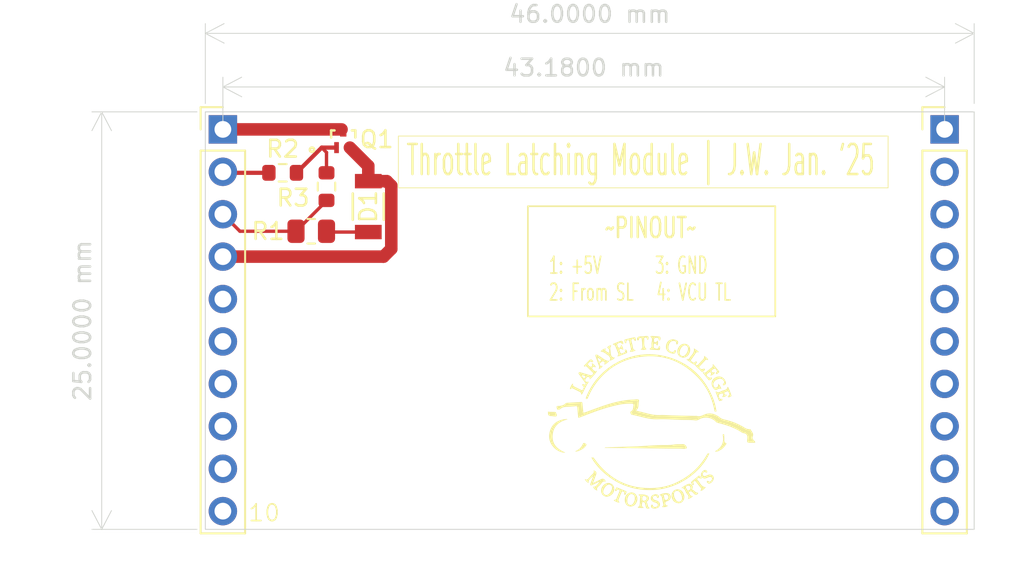
<source format=kicad_pcb>
(kicad_pcb (version 20240108) (generator "pcbnew") (generator_version "8.0")
  (layers (0 "F.Cu" signal) (31 "B.Cu" signal) (34 "B.Paste" user) (35 "F.Paste" user) (36 "B.SilkS" user "B.Silkscreen") (37 "F.SilkS" user "F.Silkscreen") (38 "B.Mask" user) (39 "F.Mask" user) (44 "Edge.Cuts" user))
  (net 0 "")
  (net 7 "Net-(D1-A)")
  (net 8 "Net-(D1-K)")
  (net 9 "Net-(J1-Pad3)")
  (net 10 "Net-(Q1-D)")
  (net 11 "Net-(J1-Pad2)")
  (net 12 "Net-(Q1-G)")
  (footprint "Resistor_SMD:R_0603_1608Metric" (layer "F.Cu") (at 26.1275 25.15)
    (property "Reference" "R2")
    (property "Value" "10k" (hide yes))
  )
  (footprint "Connector_PinHeader_2.54mm:PinHeader_1x10_P2.54mm_Vertical" (layer "F.Cu") (at 22.55 22.55)
    (property "Reference" "J1" (hide yes))
    (property "Value" "PH1-10-UA")
  )
  (footprint "Resistor_SMD:R_0805_2012Metric" (layer "F.Cu") (at 27.8375 28.65)
    (property "Reference" "R1")
    (property "Value" "150R" (hide yes))
  )
  (footprint "LED:LED_AP3216SYD_KNB" (layer "F.Cu") (at 31.25 27.174 90)
    (property "Reference" "D1")
    (property "Value" "LED (Test)" (hide yes))
  )
  (footprint "Resistor_SMD:R_0603_1608Metric" (layer "F.Cu") (at 28.75 25.975 90)
    (property "Reference" "R3")
    (property "Value" "10k" (hide yes))
  )
  (footprint "PMOS:VESM_TOS" (layer "F.Cu") (at 29.75 23.1453)
    (property "Reference" "Q1")
    (property "Value" "SSM3J56MFV" (hide yes))
  )
  (footprint "Connector_PinHeader_2.54mm:PinHeader_1x10_P2.54mm_Vertical" (layer "F.Cu") (at 65.73 22.55)
    (property "Reference" "J1" (hide yes))
    (property "Value" "PH1-10-UA")
  )
  (gr_poly (pts (xy 47.174555 34.996884) (xy 47.167773 34.997544) (xy 47.160531 34.998734) (xy 47.093694 35.01228) (xy 47.027017 35.026646) (xy 46.894024 35.057225) (xy 46.628689 35.121494) (xy 46.622627 35.123128) (xy 46.616751 35.125078) (xy 46.611098 35.12735) (xy 46.605708 35.12995) (xy 46.60062 35.132886) (xy 46.598201 35.134481) (xy 46.595872 35.136162) (xy 46.593638 35.137931) (xy 46.591504 35.139787) (xy 46.589475 35.141732) (xy 46.587555 35.143766) (xy 46.585749 35.145891) (xy 46.584063 35.148106) (xy 46.582501 35.150414) (xy 46.581068 35.152814) (xy 46.579769 35.155307) (xy 46.578608 35.157895) (xy 46.577592 35.160578) (xy 46.576724 35.163357) (xy 46.576009 35.166232) (xy 46.575452 35.169205) (xy 46.575059 35.172277) (xy 46.574834 35.175447) (xy 46.574781 35.178718) (xy 46.574907 35.182089) (xy 46.575215 35.185562) (xy 46.57571 35.189137) (xy 46.577195 35.199316) (xy 46.578427 35.209658) (xy 46.580498 35.230637) (xy 46.582666 35.251687) (xy 46.584018 35.262116) (xy 46.585672 35.272418) (xy 46.587721 35.282543) (xy 46.590256 35.292443) (xy 46.593372 35.302069) (xy 46.597161 35.311373) (xy 46.601714 35.320306) (xy 46.604307 35.324619) (xy 46.607125 35.32882) (xy 46.610182 35.332905) (xy 46.613487 35.336867) (xy 46.617053 35.340699) (xy 46.620892 35.344397) (xy 46.623609 35.346688) (xy 46.626392 35.348678) (xy 46.629229 35.350375) (xy 46.632111 35.351786) (xy 46.635027 35.35292) (xy 46.637966 35.353786) (xy 46.640919 35.354391) (xy 46.643874 35.354744) (xy 46.646822 35.354854) (xy 46.649753 35.354728) (xy 46.652655 35.354374) (xy 46.655519 35.353802) (xy 46.658334 35.353019) (xy 46.66109 35.352033) (xy 46.663776 35.350853) (xy 46.666382 35.349487) (xy 46.668899 35.347944) (xy 46.671314 35.346231) (xy 46.673619 35.344357) (xy 46.675802 35.34233) (xy 46.677854 35.340158) (xy 46.679763 35.33785) (xy 46.681521 35.335415) (xy 46.683115 35.332859) (xy 46.684537 35.330192) (xy 46.685775 35.327421) (xy 46.686819 35.324556) (xy 46.687659 35.321603) (xy 46.688285 35.318573) (xy 46.688686 35.315472) (xy 46.688851 35.312309) (xy 46.688771 35.309093) (xy 46.688041 35.294725) (xy 46.687772 35.28084) (xy 46.688064 35.267506) (xy 46.689016 35.254792) (xy 46.690729 35.242767) (xy 46.693301 35.2315) (xy 46.69494 35.226171) (xy 46.696832 35.221058) (xy 46.698988 35.216169) (xy 46.701422 35.211512) (xy 46.704145 35.207096) (xy 46.70717 35.20293) (xy 46.71051 35.199022) (xy 46.714177 35.19538) (xy 46.718183 35.192014) (xy 46.722541 35.188931) (xy 46.727263 35.186141) (xy 46.732362 35.183652) (xy 46.73785 35.181473) (xy 46.74374 35.179612) (xy 46.750044 35.178077) (xy 46.756775 35.176879) (xy 46.763944 35.176024) (xy 46.771565 35.175522) (xy 46.77965 35.175381) (xy 46.788211 35.175609) (xy 46.796629 35.176272) (xy 46.804354 35.177416) (xy 46.811419 35.179017) (xy 46.817858 35.181052) (xy 46.823704 35.183498) (xy 46.82899 35.186333) (xy 46.833751 35.189532) (xy 46.838019 35.193072) (xy 46.841828 35.196932) (xy 46.845211 35.201087) (xy 46.848202 35.205514) (xy 46.850834 35.210191) (xy 46.85314 35.215093) (xy 46.855154 35.220199) (xy 46.85691 35.225485) (xy 46.85844 35.230927) (xy 46.860958 35.24219) (xy 46.862976 35.253802) (xy 46.866581 35.277335) (xy 46.868701 35.288887) (xy 46.869958 35.294528) (xy 46.871391 35.300048) (xy 46.873033 35.305424) (xy 46.874917 35.310634) (xy 46.877077 35.315653) (xy 46.879546 35.320459) (xy 46.880178 35.321705) (xy 46.880718 35.323019) (xy 46.881178 35.324409) (xy 46.881571 35.325883) (xy 46.88191 35.327451) (xy 46.882207 35.32912) (xy 46.882476 35.3309) (xy 46.882729 35.332799) (xy 46.88384 35.341751) (xy 46.884205 35.344372) (xy 46.884632 35.347163) (xy 46.885132 35.350132) (xy 46.885718 35.353288) (xy 46.91703 35.48266) (xy 46.946256 35.605006) (xy 46.957129 35.652606) (xy 46.961178 35.672261) (xy 46.964196 35.689632) (xy 46.966103 35.705081) (xy 46.966614 35.712196) (xy 46.966818 35.718966) (xy 46.966705 35.725436) (xy 46.966264 35.73165) (xy 46.965485 35.737653) (xy 46.964359 35.74349) (xy 46.962875 35.749207) (xy 46.961023 35.754849) (xy 46.958795 35.76046) (xy 46.956178 35.766085) (xy 46.953165 35.77177) (xy 46.949744 35.77756) (xy 46.94164 35.789634) (xy 46.931786 35.802666) (xy 46.920104 35.817016) (xy 46.890934 35.851116) (xy 46.897786 35.854552) (xy 46.905237 35.857571) (xy 46.913257 35.860177) (xy 46.921815 35.862374) (xy 46.940423 35.86556) (xy 46.960819 35.867164) (xy 46.982757 35.867224) (xy 47.005996 35.865776) (xy 47.03029 35.862854) (xy 47.055397 35.858495) (xy 47.081072 35.852736) (xy 47.107072 35.845612) (xy 47.133153 35.837159) (xy 47.159072 35.827413) (xy 47.184584 35.816411) (xy 47.209447 35.804187) (xy 47.233416 35.790779) (xy 47.256247 35.776223) (xy 47.236566 35.772875) (xy 47.218451 35.768653) (xy 47.201831 35.763597) (xy 47.186635 35.757746) (xy 47.172792 35.751141) (xy 47.160232 35.74382) (xy 47.148883 35.735824) (xy 47.138674 35.727192) (xy 47.129534 35.717964) (xy 47.121392 35.70818) (xy 47.114178 35.69788) (xy 47.10782 35.687103) (xy 47.102247 35.675889) (xy 47.097389 35.664278) (xy 47.093173 35.65231) (xy 47.089531 35.640025) (xy 47.086389 35.627461) (xy 47.083678 35.614659) (xy 47.079262 35.588501) (xy 47.072472 35.535075) (xy 47.068961 35.508445) (xy 47.064616 35.482293) (xy 47.061953 35.469496) (xy 47.058869 35.456938) (xy 47.055292 35.444659) (xy 47.051152 35.432699) (xy 47.046388 35.41955) (xy 47.041944 35.406279) (xy 47.0339 35.379414) (xy 47.026786 35.352196) (xy 47.020369 35.324718) (xy 46.996996 35.214083) (xy 46.995398 35.206415) (xy 46.994097 35.198845) (xy 46.993149 35.191399) (xy 46.99261 35.184099) (xy 46.992538 35.176972) (xy 46.992987 35.170042) (xy 46.993425 35.166658) (xy 46.994014 35.163333) (xy 46.994763 35.160069) (xy 46.995677 35.15687) (xy 46.996763 35.153739) (xy 46.99803 35.150678) (xy 46.999483 35.147691) (xy 47.00113 35.144781) (xy 47.002977 35.141952) (xy 47.005033 35.139205) (xy 47.007303 35.136544) (xy 47.009796 35.133973) (xy 47.012517 35.131494) (xy 47.015474 35.12911) (xy 47.018675 35.126825) (xy 47.022125 35.124642) (xy 47.025833 35.122563) (xy 47.029804 35.120592) (xy 47.034047 35.118732) (xy 47.038568 35.116985) (xy 47.054758 35.111376) (xy 47.062684 35.108949) (xy 47.070482 35.106891) (xy 47.078144 35.10529) (xy 47.085657 35.104233) (xy 47.093013 35.103809) (xy 47.096628 35.103861) (xy 47.1002 35.104105) (xy 47.103727 35.10455) (xy 47.107208 35.105209) (xy 47.110642 35.106091) (xy 47.114027 35.107208) (xy 47.117362 35.108572) (xy 47.120646 35.110192) (xy 47.123878 35.11208) (xy 47.127055 35.114247) (xy 47.130178 35.116704) (xy 47.133244 35.119462) (xy 47.136252 35.122531) (xy 47.139201 35.125923) (xy 47.14209 35.129649) (xy 47.144917 35.13372) (xy 47.147681 35.138147) (xy 47.150381 35.14294) (xy 47.165057 35.172247) (xy 47.169003 35.179542) (xy 47.173195 35.186529) (xy 47.177703 35.19306) (xy 47.180096 35.196109) (xy 47.182594 35.198988) (xy 47.185204 35.20168) (xy 47.187936 35.204166) (xy 47.190797 35.206427) (xy 47.193797 35.208445) (xy 47.196943 35.210201) (xy 47.200245 35.211678) (xy 47.203711 35.212856) (xy 47.207349 35.213718) (xy 47.211167 35.214244) (xy 47.215176 35.214416) (xy 47.219382 35.214216) (xy 47.223794 35.213626) (xy 47.228421 35.212627) (xy 47.233272 35.2112) (xy 47.238355 35.209327) (xy 47.243678 35.206989) (xy 47.247662 35.204941) (xy 47.251236 35.202768) (xy 47.254418 35.200475) (xy 47.257225 35.198071) (xy 47.259673 35.19556) (xy 47.261779 35.192951) (xy 47.26356 35.190248) (xy 47.265034 35.187459) (xy 47.266216 35.18459) (xy 47.267124 35.181647) (xy 47.267776 35.178638) (xy 47.268187 35.175567) (xy 47.268374 35.172443) (xy 47.268355 35.169271) (xy 47.268147 35.166058) (xy 47.267766 35.16281) (xy 47.267229 35.159534) (xy 47.266554 35.156236) (xy 47.264854 35.1496) (xy 47.262802 35.142954) (xy 47.260534 35.136351) (xy 47.255887 35.123476) (xy 47.253779 35.117309) (xy 47.251995 35.11139) (xy 47.249614 35.101781) (xy 47.247452 35.09167) (xy 47.243213 35.070671) (xy 47.240853 35.060144) (xy 47.238142 35.049838) (xy 47.234939 35.039935) (xy 47.231103 35.030615) (xy 47.228902 35.02623) (xy 47.226489 35.022059) (xy 47.223847 35.018124) (xy 47.220958 35.014448) (xy 47.217804 35.011053) (xy 47.214366 35.007962) (xy 47.210628 35.005198) (xy 47.206572 35.002782) (xy 47.20218 35.000738) (xy 47.197434 34.999089) (xy 47.192316 34.997856) (xy 47.186808 34.997063) (xy 47.180894 34.996731)) (fill solid) (layer "F.SilkS"))
  (gr_poly (pts (xy 45.74226 35.486147) (xy 45.733909 35.486688) (xy 45.725569 35.4876) (xy 45.717243 35.48888) (xy 45.708934 35.490525) (xy 45.692382 35.494897) (xy 45.675938 35.50069) (xy 45.65963 35.507881) (xy 45.643482 35.516445) (xy 45.627522 35.526356) (xy 45.611777 35.537591) (xy 45.596271 35.550125) (xy 45.581032 35.563932) (xy 45.566086 35.578989) (xy 45.551459 35.595271) (xy 45.537177 35.612753) (xy 45.558343 35.627048) (xy 45.568122 35.634152) (xy 45.577374 35.641254) (xy 45.586108 35.648374) (xy 45.594332 35.655534) (xy 45.602053 35.662753) (xy 45.609279 35.670053) (xy 45.616018 35.677453) (xy 45.622278 35.684975) (xy 45.628066 35.692638) (xy 45.63339 35.700465) (xy 45.638258 35.708474) (xy 45.642678 35.716686) (xy 45.646657 35.725123) (xy 45.650203 35.733804) (xy 45.653324 35.742751) (xy 45.656029 35.751983) (xy 45.658323 35.761521) (xy 45.660216 35.771387) (xy 45.661715 35.781599) (xy 45.662828 35.792179) (xy 45.663563 35.803148) (xy 45.663927 35.814526) (xy 45.663928 35.826333) (xy 45.663574 35.83859) (xy 45.662873 35.851318) (xy 45.661832 35.864537) (xy 45.658763 35.89253) (xy 45.654429 35.922735) (xy 45.638879 35.91836) (xy 45.62429 35.913882) (xy 45.610483 35.90919) (xy 45.597274 35.904171) (xy 45.584484 35.898712) (xy 45.571929 35.892703) (xy 45.55943 35.886029) (xy 45.546803 35.87858) (xy 45.533869 35.870244) (xy 45.520446 35.860907) (xy 45.506351 35.850458) (xy 45.491405 35.838785) (xy 45.475425 35.825775) (xy 45.45823 35.811316) (xy 45.419469 35.777604) (xy 45.418107 35.773944) (xy 45.417212 35.770438) (xy 45.416754 35.767076) (xy 45.416699 35.763848) (xy 45.417017 35.760742) (xy 45.417677 35.757748) (xy 45.418645 35.754856) (xy 45.419892 35.752056) (xy 45.421386 35.749337) (xy 45.423094 35.746688) (xy 45.424986 35.744099) (xy 45.42703 35.741559) (xy 45.431447 35.736586) (xy 45.436093 35.731685) (xy 45.440716 35.726772) (xy 45.445063 35.721763) (xy 45.447054 35.719197) (xy 45.448882 35.716575) (xy 45.450515 35.713888) (xy 45.451921 35.711124) (xy 45.453069 35.708273) (xy 45.453927 35.705325) (xy 45.454464 35.702269) (xy 45.454648 35.699095) (xy 45.454448 35.695792) (xy 45.453832 35.692349) (xy 45.452769 35.688757) (xy 45.451227 35.685005) (xy 45.447567 35.680588) (xy 45.442954 35.677107) (xy 45.437446 35.674532) (xy 45.431102 35.672833) (xy 45.423978 35.671979) (xy 45.416132 35.671941) (xy 45.407622 35.672687) (xy 45.398505 35.674188) (xy 45.38884 35.676414) (xy 45.378684 35.679333) (xy 45.35713 35.687133) (xy 45.334304 35.697346) (xy 45.310669 35.70973) (xy 45.286685 35.724041) (xy 45.262814 35.740038) (xy 45.239518 35.757479) (xy 45.217259 35.776121) (xy 45.196498 35.795722) (xy 45.186823 35.805807) (xy 45.177696 35.81604) (xy 45.169174 35.826392) (xy 45.161316 35.836832) (xy 45.154178 35.84733) (xy 45.147818 35.857856) (xy 45.166713 35.85834) (xy 45.185159 35.859666) (xy 45.203178 35.861797) (xy 45.22079 35.864695) (xy 45.238017 35.868324) (xy 45.254881 35.872647) (xy 45.271402 35.877628) (xy 45.287603 35.88323) (xy 45.319126 35.896147) (xy 45.349623 35.911105) (xy 45.379263 35.927809) (xy 45.408219 35.945966) (xy 45.436659 35.965281) (xy 45.464756 35.985459) (xy 45.520604 36.027228) (xy 45.577128 36.068918) (xy 45.606071 36.088998) (xy 45.635696 36.108176) (xy 45.661347 36.142297) (xy 45.673727 36.159188) (xy 45.68543 36.176025) (xy 45.696173 36.192854) (xy 45.705671 36.209722) (xy 45.709864 36.218184) (xy 45.71364 36.226673) (xy 45.716962 36.235193) (xy 45.719795 36.243752) (xy 45.722104 36.252355) (xy 45.723852 36.261006) (xy 45.725005 36.269713) (xy 45.725527 36.27848) (xy 45.725382 36.287314) (xy 45.724535 36.296219) (xy 45.722951 36.305202) (xy 45.720593 36.314269) (xy 45.717426 36.323425) (xy 45.713415 36.332675) (xy 45.708524 36.342026) (xy 45.702717 36.351483) (xy 45.69596 36.361052) (xy 45.688216 36.370739) (xy 45.67945 36.380548) (xy 45.669626 36.390487) (xy 45.679189 36.391999) (xy 45.689156 36.392857) (xy 45.699492 36.39308) (xy 45.710163 36.392688) (xy 45.732375 36.390135) (xy 45.755522 36.385353) (xy 45.779332 36.378498) (xy 45.803534 36.369725) (xy 45.827857 36.359189) (xy 45.852031 36.347046) (xy 45.875783 36.333451) (xy 45.898843 36.318561) (xy 45.920939 36.302529) (xy 45.941801 36.285512) (xy 45.961157 36.267665) (xy 45.978737 36.249143) (xy 45.994268 36.230102) (xy 46.00748 36.210698) (xy 45.985203 36.210167) (xy 45.96433 36.208623) (xy 45.944812 36.206102) (xy 45.926601 36.202638) (xy 45.909648 36.198264) (xy 45.893903 36.193015) (xy 45.879317 36.186926) (xy 45.86584 36.18003) (xy 45.853425 36.172362) (xy 45.842021 36.163956) (xy 45.83158 36.154846) (xy 45.822052 36.145068) (xy 45.813388 36.134654) (xy 45.805539 36.123639) (xy 45.798456 36.112058) (xy 45.79209 36.099945) (xy 45.786391 36.087334) (xy 45.781311 36.074259) (xy 45.7768 36.060755) (xy 45.77281 36.046855) (xy 45.766192 36.018009) (xy 45.761066 35.987993) (xy 45.757037 35.957082) (xy 45.753712 35.925551) (xy 45.747604 35.861724) (xy 45.735669 35.766081) (xy 45.732983 35.742313) (xy 45.730878 35.718639) (xy 45.729583 35.695074) (xy 45.729329 35.671637) (xy 45.730346 35.648345) (xy 45.732864 35.625217) (xy 45.737114 35.602269) (xy 45.739961 35.590869) (xy 45.743327 35.57952) (xy 45.747241 35.568225) (xy 45.751732 35.556987) (xy 45.756829 35.545806) (xy 45.76256 35.534687) (xy 45.768955 35.52363) (xy 45.776042 35.512639) (xy 45.783849 35.501714) (xy 45.792406 35.490859) (xy 45.78406 35.489111) (xy 45.775705 35.487751) (xy 45.767344 35.486778) (xy 45.758981 35.486189) (xy 45.750618 35.485979)) (fill solid) (layer "F.SilkS"))
  (gr_poly (pts (xy 52.215465 37.347905) (xy 52.196418 37.349172) (xy 52.177541 37.351234) (xy 52.158857 37.354074) (xy 52.140385 37.357678) (xy 52.122146 37.362029) (xy 52.086449 37.372907) (xy 52.051933 37.386582) (xy 52.018762 37.402927) (xy 51.987102 37.421812) (xy 51.957118 37.443112) (xy 51.928974 37.466698) (xy 51.902837 37.492442) (xy 51.878872 37.520218) (xy 51.857243 37.549897) (xy 51.838117 37.581352) (xy 51.829544 37.597705) (xy 51.821658 37.614455) (xy 51.81448 37.631584) (xy 51.808031 37.649078) (xy 51.802332 37.66692) (xy 51.797403 37.685095) (xy 51.794157 37.700098) (xy 51.791734 37.71548) (xy 51.790112 37.731196) (xy 51.789272 37.747207) (xy 51.78986 37.779942) (xy 51.793342 37.813352) (xy 51.799559 37.8471) (xy 51.808353 37.880853) (xy 51.819569 37.914276) (xy 51.833048 37.947035) (xy 51.848634 37.978795) (xy 51.866168 38.009221) (xy 51.885494 38.037979) (xy 51.906454 38.064735) (xy 51.928891 38.089154) (xy 51.952647 38.110901) (xy 51.964971 38.120668) (xy 51.977565 38.129642) (xy 51.990411 38.13778) (xy 52.003488 38.145042) (xy 52.007853 38.147194) (xy 52.012155 38.149116) (xy 52.016398 38.150813) (xy 52.020585 38.152292) (xy 52.024717 38.153558) (xy 52.028797 38.154619) (xy 52.032829 38.15548) (xy 52.036814 38.156147) (xy 52.040755 38.156627) (xy 52.044654 38.156926) (xy 52.048516 38.15705) (xy 52.05234 38.157005) (xy 52.059892 38.156434) (xy 52.067329 38.155263) (xy 52.074673 38.153542) (xy 52.081945 38.15132) (xy 52.089164 38.148646) (xy 52.096352 38.145572) (xy 52.103528 38.142145) (xy 52.110714 38.138417) (xy 52.125197 38.130252) (xy 52.151236 38.114581) (xy 52.164349 38.106723) (xy 52.177637 38.099113) (xy 52.191182 38.091946) (xy 52.205069 38.085418) (xy 52.219381 38.079725) (xy 52.226722 38.077253) (xy 52.234201 38.075063) (xy 52.241828 38.073179) (xy 52.249614 38.071627) (xy 52.257568 38.070431) (xy 52.265702 38.069615) (xy 52.274026 38.069203) (xy 52.28255 38.069221) (xy 52.291284 38.069692) (xy 52.30024 38.070642) (xy 52.309427 38.072094) (xy 52.318857 38.074073) (xy 52.328539 38.076604) (xy 52.338484 38.079711) (xy 52.348703 38.083418) (xy 52.359205 38.087751) (xy 52.370002 38.092733) (xy 52.381103 38.09839) (xy 52.361951 38.049518) (xy 52.343121 38.003693) (xy 52.33349 37.981812) (xy 52.323536 37.960559) (xy 52.313124 37.93989) (xy 52.302118 37.919759) (xy 52.290385 37.900123) (xy 52.27779 37.880937) (xy 52.264198 37.862155) (xy 52.249475 37.843734) (xy 52.233485 37.825629) (xy 52.216094 37.807795) (xy 52.197168 37.790187) (xy 52.176571 37.772762) (xy 52.179318 37.81167) (xy 52.180199 37.829747) (xy 52.180568 37.846936) (xy 52.180287 37.863259) (xy 52.179219 37.878738) (xy 52.177225 37.893397) (xy 52.174168 37.907258) (xy 52.172197 37.913895) (xy 52.16991 37.920342) (xy 52.167287 37.926601) (xy 52.164313 37.932673) (xy 52.160969 37.938564) (xy 52.15724 37.944274) (xy 52.153106 37.949807) (xy 52.148552 37.955166) (xy 52.14356 37.960353) (xy 52.138112 37.965372) (xy 52.132192 37.970224) (xy 52.125783 37.974914) (xy 52.118866 37.979443) (xy 52.111426 37.983815) (xy 52.103443 37.988032) (xy 52.094903 37.992098) (xy 52.079823 37.998527) (xy 52.065659 38.003741) (xy 52.052357 38.007732) (xy 52.046011 38.009266) (xy 52.03986 38.010492) (xy 52.033897 38.011408) (xy 52.028115 38.012014) (xy 52.022507 38.012308) (xy 52.017066 38.01229) (xy 52.011785 38.011957) (xy 52.006658 38.011311) (xy 52.001677 38.010349) (xy 51.996837 38.00907) (xy 51.992128 38.007474) (xy 51.987546 38.005559) (xy 51.983083 38.003325) (xy 51.978732 38.00077) (xy 51.974487 37.997894) (xy 51.97034 37.994696) (xy 51.966285 37.991174) (xy 51.962314 37.987328) (xy 51.958421 37.983156) (xy 51.954599 37.978658) (xy 51.947141 37.968679) (xy 51.939884 37.957383) (xy 51.932774 37.944761) (xy 51.926155 37.931749) (xy 51.920103 37.918657) (xy 51.914655 37.905472) (xy 51.909847 37.892179) (xy 51.905716 37.878765) (xy 51.902298 37.865217) (xy 51.899629 37.85152) (xy 51.897746 37.837661) (xy 51.896685 37.823626) (xy 51.896483 37.809402) (xy 51.897176 37.794974) (xy 51.898801 37.78033) (xy 51.901393 37.765454) (xy 51.90499 37.750335) (xy 51.909627 37.734957) (xy 51.915342 37.719308) (xy 51.92214 37.70647) (xy 51.929214 37.694085) (xy 51.936559 37.682142) (xy 51.944168 37.670633) (xy 51.952036 37.659549) (xy 51.960156 37.64888) (xy 51.968522 37.638618) (xy 51.977127 37.628753) (xy 51.985967 37.619276) (xy 51.995034 37.610177) (xy 52.004323 37.601448) (xy 52.013827 37.59308) (xy 52.033458 37.577388) (xy 52.053877 37.563028) (xy 52.075036 37.549927) (xy 52.096885 37.538011) (xy 52.119375 37.527207) (xy 52.142458 37.517441) (xy 52.166085 37.508641) (xy 52.190207 37.500733) (xy 52.214774 37.493644) (xy 52.239738 37.4873) (xy 52.26033 37.483113) (xy 52.280473 37.480471) (xy 52.300148 37.479361) (xy 52.319339 37.47977) (xy 52.338028 37.481687) (xy 52.356199 37.485099) (xy 52.373834 37.489994) (xy 52.390916 37.49636) (xy 52.407428 37.504186) (xy 52.423354 37.513458) (xy 52.438674 37.524164) (xy 52.453374 37.536293) (xy 52.467434 37.549832) (xy 52.480839 37.564769) (xy 52.493572 37.581092) (xy 52.505614 37.598789) (xy 52.512616 37.610028) (xy 52.51924 37.621272) (xy 52.525346 37.632512) (xy 52.530797 37.643741) (xy 52.535453 37.654949) (xy 52.539177 37.666128) (xy 52.540645 37.671704) (xy 52.541829 37.67727) (xy 52.54271 37.682823) (xy 52.543271 37.688365) (xy 52.543495 37.693892) (xy 52.543364 37.699405) (xy 52.542862 37.704902) (xy 52.541971 37.710382) (xy 52.540673 37.715844) (xy 52.538951 37.721287) (xy 52.536789 37.72671) (xy 52.534168 37.732112) (xy 52.531072 37.737492) (xy 52.527482 37.742848) (xy 52.523382 37.74818) (xy 52.518755 37.753486) (xy 52.513582 37.758766) (xy 52.507848 37.764018) (xy 52.501534 37.769241) (xy 52.494622 37.774435) (xy 52.489756 37.778087) (xy 52.485085 37.78194) (xy 52.480667 37.785993) (xy 52.478571 37.788093) (xy 52.47656 37.790243) (xy 52.47464 37.792441) (xy 52.47282 37.794687) (xy 52.471105 37.796982) (xy 52.469503 37.799325) (xy 52.468022 37.801714) (xy 52.466668 37.804152) (xy 52.465448 37.806636) (xy 52.464371 37.809166) (xy 52.463441 37.811743) (xy 52.462668 37.814366) (xy 52.462058 37.817035) (xy 52.461617 37.819749) (xy 52.461354 37.822508) (xy 52.461275 37.825312) (xy 52.461388 37.82816) (xy 52.461699 37.831053) (xy 52.462216 37.83399) (xy 52.462945 37.83697) (xy 52.463895 37.839994) (xy 52.465071 37.84306) (xy 52.466482 37.84617) (xy 52.468134 37.849321) (xy 52.470034 37.852515) (xy 52.47219 37.855751) (xy 52.474518 37.858901) (xy 52.476872 37.861764) (xy 52.479251 37.86435) (xy 52.481656 37.866668) (xy 52.484085 37.868727) (xy 52.486538 37.870538) (xy 52.489013 37.872109) (xy 52.49151 37.873451) (xy 52.494029 37.874573) (xy 52.496569 37.875485) (xy 52.499128 37.876196) (xy 52.501707 37.876715) (xy 52.504305 37.877053) (xy 52.50692 37.877219) (xy 52.509552 37.877222) (xy 52.512201 37.877072) (xy 52.514866 37.876779) (xy 52.517546 37.876352) (xy 52.520239 37.875801) (xy 52.522947 37.875135) (xy 52.5284 37.873497) (xy 52.533898 37.871517) (xy 52.539437 37.869269) (xy 52.54501 37.86683) (xy 52.556237 37.861689) (xy 52.570366 37.854855) (xy 52.58348 37.847722) (xy 52.595548 37.840231) (xy 52.601178 37.836334) (xy 52.606534 37.832326) (xy 52.611611 37.8282) (xy 52.616406 37.823949) (xy 52.620913 37.819566) (xy 52.625129 37.815044) (xy 52.62905 37.810375) (xy 52.632671 37.805553) (xy 52.635989 37.80057) (xy 52.638998 37.79542) (xy 52.641695 37.790094) (xy 52.644075 37.784587) (xy 52.646135 37.77889) (xy 52.64787 37.772997) (xy 52.649276 37.7669) (xy 52.650349 37.760593) (xy 52.651085 37.754068) (xy 52.651478 37.747318) (xy 52.651526 37.740336) (xy 52.651224 37.733115) (xy 52.650568 37.725648) (xy 52.649553 37.717927) (xy 52.648176 37.709946) (xy 52.646431 37.701697) (xy 52.644316 37.693174) (xy 52.641825 37.684368) (xy 52.6292 37.646525) (xy 52.614569 37.610541) (xy 52.597997 37.576499) (xy 52.579546 37.54448) (xy 52.559279 37.514563) (xy 52.548485 37.500419) (xy 52.537261 37.486831) (xy 52.525615 37.473809) (xy 52.513555 37.461364) (xy 52.501088 37.449505) (xy 52.488223 37.438243) (xy 52.474968 37.427587) (xy 52.46133 37.417548) (xy 52.447317 37.408137) (xy 52.432938 37.399362) (xy 52.418199 37.391235) (xy 52.40311 37.383765) (xy 52.387678 37.376963) (xy 52.371911 37.370838) (xy 52.355817 37.365401) (xy 52.339404 37.360662) (xy 52.322679 37.356631) (xy 52.305651 37.353318) (xy 52.288327 37.350733) (xy 52.270716 37.348886) (xy 52.252825 37.347788) (xy 52.234663 37.347449)) (fill solid) (layer "F.SilkS"))
  (gr_poly (pts (xy 47.447869 44.406364) (xy 47.446613 44.406577) (xy 47.445378 44.406897) (xy 47.444168 44.407322) (xy 47.442984 44.40785) (xy 47.44183 44.408482) (xy 47.440707 44.409215) (xy 47.439618 44.410048) (xy 47.438565 44.410979) (xy 47.437551 44.412008) (xy 47.436578 44.413132) (xy 47.435648 44.414351) (xy 47.434764 44.415663) (xy 47.433927 44.417067) (xy 47.433142 44.418561) (xy 47.432409 44.420144) (xy 47.431731 44.421816) (xy 47.431111 44.423573) (xy 47.430551 44.425415) (xy 47.430052 44.427342) (xy 47.429619 44.42935) (xy 47.429253 44.431439) (xy 47.428955 44.433608) (xy 47.42873 44.435855) (xy 47.428579 44.438179) (xy 47.428504 44.440579) (xy 47.428508 44.443052) (xy 47.428593 44.445599) (xy 47.428761 44.448217) (xy 47.429016 44.450904) (xy 47.429358 44.453661) (xy 47.44019 44.457064) (xy 47.450191 44.460803) (xy 47.459391 44.464866) (xy 47.467819 44.469244) (xy 47.475503 44.473925) (xy 47.482472 44.4789) (xy 47.488755 44.484159) (xy 47.494381 44.48969) (xy 47.499378 44.495482) (xy 47.503775 44.501527) (xy 47.507601 44.507812) (xy 47.510885 44.514329) (xy 47.513655 44.521065) (xy 47.515941 44.528011) (xy 47.517771 44.535156) (xy 47.519173 44.54249) (xy 47.520177 44.550003) (xy 47.520812 44.557683) (xy 47.521105 44.56552) (xy 47.521087 44.573504) (xy 47.520228 44.589871) (xy 47.518467 44.6067) (xy 47.516032 44.623906) (xy 47.513155 44.641407) (xy 47.506993 44.676954) (xy 47.504033 44.696698) (xy 47.501688 44.716492) (xy 47.499873 44.736332) (xy 47.498504 44.756213) (xy 47.496766 44.796083) (xy 47.495799 44.836066) (xy 47.494927 44.876124) (xy 47.493475 44.916222) (xy 47.490767 44.956323) (xy 47.488732 44.976364) (xy 47.486129 44.996392) (xy 47.481722 45.025593) (xy 47.479292 45.039584) (xy 47.47655 45.053089) (xy 47.473371 45.066047) (xy 47.469635 45.078397) (xy 47.465219 45.090079) (xy 47.46 45.101033) (xy 47.457052 45.106217) (xy 47.453857 45.111197) (xy 47.450401 45.115965) (xy 47.446667 45.120512) (xy 47.442642 45.124832) (xy 47.438309 45.128917) (xy 47.433653 45.132759) (xy 47.428659 45.136351) (xy 47.423311 45.139685) (xy 47.417595 45.142753) (xy 47.411496 45.145549) (xy 47.404997 45.148065) (xy 47.398083 45.150292) (xy 47.39074 45.152224) (xy 47.382952 45.153852) (xy 47.374703 45.15517) (xy 47.37437 45.160062) (xy 47.374261 45.164665) (xy 47.374368 45.168988) (xy 47.374687 45.173043) (xy 47.375212 45.176838) (xy 47.375936 45.180385) (xy 47.376854 45.183693) (xy 47.37796 45.186773) (xy 47.379248 45.189634) (xy 47.380712 45.192288) (xy 47.382345 45.194745) (xy 47.384143 45.197014) (xy 47.386099 45.199105) (xy 47.388207 45.20103) (xy 47.390461 45.202798) (xy 47.392855 45.204419) (xy 47.395384 45.205904) (xy 47.398042 45.207263) (xy 47.400822 45.208506) (xy 47.403719 45.209644) (xy 47.406726 45.210686) (xy 47.409838 45.211642) (xy 47.416353 45.21334) (xy 47.423215 45.21482) (xy 47.430378 45.216163) (xy 47.445416 45.218766) (xy 47.463219 45.217384) (xy 47.480944 45.216938) (xy 47.498636 45.217225) (xy 47.516342 45.218042) (xy 47.588254 45.222569) (xy 47.606738 45.223004) (xy 47.625517 45.222755) (xy 47.64464 45.221621) (xy 47.664152 45.219399) (xy 47.684101 45.215886) (xy 47.704533 45.210881) (xy 47.714946 45.207756) (xy 47.725496 45.204181) (xy 47.736192 45.200132) (xy 47.747037 45.195584) (xy 47.73412 45.191027) (xy 47.722034 45.186253) (xy 47.710753 45.181268) (xy 47.700257 45.176076) (xy 47.690521 45.170684) (xy 47.681522 45.165096) (xy 47.673237 45.159319) (xy 47.665643 45.153358) (xy 47.658718 45.147219) (xy 47.652437 45.140906) (xy 47.646777 45.134425) (xy 47.641716 45.127783) (xy 47.637231 45.120983) (xy 47.633298 45.114033) (xy 47.629894 45.106936) (xy 47.626995 45.0997) (xy 47.62458 45.092329) (xy 47.622625 45.084828) (xy 47.621106 45.077204) (xy 47.62 45.069462) (xy 47.619285 45.061606) (xy 47.618937 45.053644) (xy 47.618933 45.04558) (xy 47.61925 45.037419) (xy 47.620754 45.020832) (xy 47.623264 45.003925) (xy 47.626596 44.986742) (xy 47.630563 44.969329) (xy 47.632012 44.961774) (xy 47.632929 44.953871) (xy 47.633483 44.94573) (xy 47.633844 44.937462) (xy 47.634663 44.920988) (xy 47.63546 44.913003) (xy 47.63674 44.905335) (xy 47.637615 44.901654) (xy 47.638674 44.898093) (xy 47.639938 44.894667) (xy 47.64143 44.891388) (xy 47.643169 44.888272) (xy 47.645177 44.885332) (xy 47.647476 44.882582) (xy 47.650086 44.880035) (xy 47.653029 44.877705) (xy 47.656325 44.875607) (xy 47.659996 44.873754) (xy 47.664064 44.87216) (xy 47.668548 44.870839) (xy 47.673471 44.869804) (xy 47.678853 44.86907) (xy 47.684716 44.86865) (xy 47.694871 44.86856) (xy 47.70486 44.869154) (xy 47.714645 44.870428) (xy 47.724185 44.872382) (xy 47.733442 44.875014) (xy 47.742375 44.878321) (xy 47.750946 44.882301) (xy 47.759114 44.886953) (xy 47.76684 44.892275) (xy 47.770525 44.895186) (xy 47.774085 44.898264) (xy 47.777514 44.901509) (xy 47.780809 44.90492) (xy 47.783963 44.908497) (xy 47.786972 44.912239) (xy 47.789831 44.916148) (xy 47.792536 44.920221) (xy 47.79508 44.92446) (xy 47.79746 44.928863) (xy 47.79967 44.933431) (xy 47.801705 44.938163) (xy 47.803561 44.943059) (xy 47.805232 44.948119) (xy 47.85695 45.166623) (xy 47.86008 45.17623) (xy 47.863524 45.185353) (xy 47.867278 45.19399) (xy 47.871337 45.202138) (xy 47.875695 45.209794) (xy 47.880349 45.216957) (xy 47.885293 45.223623) (xy 47.890523 45.229789) (xy 47.896033 45.235454) (xy 47.90182 45.240615) (xy 47.907879 45.245268) (xy 47.914204 45.249413) (xy 47.920791 45.253045) (xy 47.927635 45.256162) (xy 47.934732 45.258763) (xy 47.942076 45.260843) (xy 47.949664 45.262401) (xy 47.957489 45.263434) (xy 47.965548 45.26394) (xy 47.973835 45.263915) (xy 47.982347 45.263358) (xy 47.991077 45.262266) (xy 48.000022 45.260636) (xy 48.009177 45.258465) (xy 48.018536 45.255752) (xy 48.028095 45.252493) (xy 48.03785 45.248685) (xy 48.047796 45.244327) (xy 48.057927 45.239416) (xy 48.068239 45.233949) (xy 48.078728 45.227924) (xy 48.089388 45.221337) (xy 48.075105 45.214243) (xy 48.062078 45.206524) (xy 48.050232 45.198216) (xy 48.039492 45.189356) (xy 48.029785 45.179978) (xy 48.021036 45.170118) (xy 48.01317 45.159812) (xy 48.006114 45.149097) (xy 47.999794 45.138006) (xy 47.994134 45.126578) (xy 47.989061 45.114846) (xy 47.9845 45.102846) (xy 47.976618 45.078189) (xy 47.969894 45.052892) (xy 47.957541 45.001519) (xy 47.950723 44.976015) (xy 47.942685 44.951015) (xy 47.938023 44.938793) (xy 47.932833 44.926803) (xy 47.927041 44.915083) (xy 47.920573 44.903666) (xy 47.913353 44.89259) (xy 47.905309 44.88189) (xy 47.896365 44.871601) (xy 47.886447 44.861759) (xy 47.898685 44.852235) (xy 47.910504 44.843218) (xy 47.932929 44.826202) (xy 47.943558 44.817956) (xy 47.953812 44.809719) (xy 47.963704 44.801367) (xy 47.973245 44.792775) (xy 47.982409 44.78375) (xy 47.990931 44.774416) (xy 47.998812 44.764798) (xy 48.006052 44.754924) (xy 48.012649 44.744818) (xy 48.018605 44.734507) (xy 48.023918 44.724016) (xy 48.028589 44.713372) (xy 48.032618 44.702601) (xy 48.036004 44.691728) (xy 48.038747 44.68078) (xy 48.040847 44.669782) (xy 48.042303 44.65876) (xy 48.042833 44.651581) (xy 47.902501 44.651581) (xy 47.90224 44.657807) (xy 47.901687 44.66392) (xy 47.900848 44.669918) (xy 47.899725 44.6758) (xy 47.898322 44.681564) (xy 47.896643 44.687206) (xy 47.894691 44.692726) (xy 47.892468 44.698121) (xy 47.88998 44.703389) (xy 47.887229 44.708529) (xy 47.884219 44.713538) (xy 47.880953 44.718414) (xy 47.877435 44.723155) (xy 47.873669 44.72776) (xy 47.869657 44.732225) (xy 47.865403 44.736551) (xy 47.856185 44.744771) (xy 47.846041 44.752403) (xy 47.835 44.759433) (xy 47.823089 44.765844) (xy 47.812978 44.770572) (xy 47.802337 44.775002) (xy 47.791278 44.779043) (xy 47.779914 44.782604) (xy 47.768358 44.785592) (xy 47.756722 44.787916) (xy 47.74512 44.789486) (xy 47.733664 44.790209) (xy 47.722467 44.789994) (xy 47.717001 44.789507) (xy 47.711641 44.788751) (xy 47.706403 44.787714) (xy 47.7013 44.786386) (xy 47.696346 44.784755) (xy 47.691556 44.78281) (xy 47.686943 44.780538) (xy 47.682522 44.77793) (xy 47.678306 44.774972) (xy 47.67431 44.771655) (xy 47.670548 44.767966) (xy 47.667034 44.763894) (xy 47.663781 44.759428) (xy 47.660805 44.754555) (xy 47.657668 44.748587) (xy 47.654833 44.742486) (xy 47.652291 44.73626) (xy 47.650036 44.729917) (xy 47.646348 44.716912) (xy 47.643704 44.703535) (xy 47.642039 44.689851) (xy 47.641287 44.675923) (xy 47.641382 44.661816) (xy 47.642259 44.647593) (xy 47.643853 44.633319) (xy 47.646097 44.619059) (xy 47.648927 44.604875) (xy 47.652277 44.590832) (xy 47.656081 44.576995) (xy 47.660274 44.563427) (xy 47.66479 44.550193) (xy 47.669563 44.537356) (xy 47.671796 44.532167) (xy 47.674275 44.527475) (xy 47.676993 44.52326) (xy 47.679942 44.519505) (xy 47.683114 44.516189) (xy 47.6865 44.513293) (xy 47.690093 44.510799) (xy 47.693884 44.508686) (xy 47.697866 44.506937) (xy 47.70203 44.505531) (xy 47.706368 44.50445) (xy 47.710872 44.503673) (xy 47.715534 44.503183) (xy 47.720347 44.50296) (xy 47.725301 44.502985) (xy 47.730389 44.503238) (xy 47.740933 44.504354) (xy 47.751916 44.506153) (xy 47.763273 44.508483) (xy 47.774938 44.51119) (xy 47.798936 44.517122) (xy 47.811139 44.520039) (xy 47.823393 44.52272) (xy 47.829818 44.525537) (xy 47.835979 44.528621) (xy 47.841874 44.531969) (xy 47.847503 44.535577) (xy 47.852863 44.539442) (xy 47.857953 44.543561) (xy 47.862773 44.54793) (xy 47.867319 44.552546) (xy 47.871592 44.557406) (xy 47.87559 44.562506) (xy 47.879311 44.567842) (xy 47.882754 44.573412) (xy 47.885918 44.579211) (xy 47.888801 44.585238) (xy 47.891401 44.591487) (xy 47.893718 44.597956) (xy 47.895906 44.605012) (xy 47.897776 44.61197) (xy 47.89933 44.61883) (xy 47.900573 44.62559) (xy 47.901508 44.632247) (xy 47.902139 44.638799) (xy 47.902469 44.645244) (xy 47.902501 44.651581) (xy 48.042833 44.651581) (xy 48.043116 44.647741) (xy 48.043286 44.63675) (xy 48.042812 44.625813) (xy 48.041694 44.614957) (xy 48.039932 44.604207) (xy 48.037526 44.593589) (xy 48.034475 44.583129) (xy 48.030779 44.572853) (xy 48.026439 44.562787) (xy 48.021454 44.552957) (xy 48.015823 44.543389) (xy 48.009547 44.534108) (xy 48.002626 44.525142) (xy 47.995059 44.516515) (xy 47.986847 44.508254) (xy 47.977988 44.500385) (xy 47.968483 44.492934) (xy 47.958331 44.485926) (xy 47.947533 44.479388) (xy 47.918418 44.464285) (xy 47.888854 44.451534) (xy 47.858883 44.44093) (xy 47.828543 44.432271) (xy 47.797876 44.425354) (xy 47.766921 44.419977) (xy 47.735719 44.415936) (xy 47.704311 44.413029) (xy 47.672737 44.411054) (xy 47.641036 44.409806) (xy 47.577417 44.408686) (xy 47.513778 44.408046) (xy 47.45044 44.406264) (xy 47.449146 44.406259)) (fill solid) (layer "F.SilkS"))
  (gr_poly (pts (xy 47.862592 34.92061) (xy 47.830537 34.923366) (xy 47.817286 34.924972) (xy 47.803934 34.926851) (xy 47.776384 34.93122) (xy 47.746792 34.93605) (xy 47.73089 34.938506) (xy 47.714069 34.940918) (xy 47.676378 34.942166) (xy 47.639573 34.942739) (xy 47.568178 34.943827) (xy 47.533369 34.945322) (xy 47.516139 34.946521) (xy 47.499006 34.948104) (xy 47.481956 34.950132) (xy 47.464977 34.952665) (xy 47.448054 34.955765) (xy 47.431174 34.959494) (xy 47.423239 34.961708) (xy 47.415527 34.964457) (xy 47.40805 34.967715) (xy 47.40082 34.971455) (xy 47.393849 34.975652) (xy 47.38715 34.980279) (xy 47.380733 34.985311) (xy 47.37461 34.99072) (xy 47.368795 34.996481) (xy 47.363298 35.002568) (xy 47.358131 35.008955) (xy 47.353307 35.015615) (xy 47.348837 35.022523) (xy 47.344734 35.029651) (xy 47.341008 35.036975) (xy 47.337673 35.044468) (xy 47.334739 35.052103) (xy 47.332219 35.059855) (xy 47.330125 35.067698) (xy 47.328469 35.075605) (xy 47.327262 35.083551) (xy 47.326516 35.091508) (xy 47.326244 35.099451) (xy 47.326457 35.107355) (xy 47.327168 35.115192) (xy 47.328387 35.122936) (xy 47.330128 35.130562) (xy 47.332401 35.138043) (xy 47.335219 35.145353) (xy 47.338594 35.152467) (xy 47.342537 35.159357) (xy 47.347061 35.165998) (xy 47.348675 35.168025) (xy 47.35048 35.170013) (xy 47.352457 35.17195) (xy 47.354588 35.173825) (xy 47.356854 35.175626) (xy 47.359237 35.177341) (xy 47.361718 35.178958) (xy 47.364278 35.180464) (xy 47.366899 35.181849) (xy 47.369562 35.1831) (xy 47.372248 35.184206) (xy 47.374939 35.185154) (xy 47.377616 35.185932) (xy 47.380261 35.18653) (xy 47.382854 35.186934) (xy 47.384126 35.18706) (xy 47.385378 35.187133) (xy 47.388466 35.187175) (xy 47.391467 35.187071) (xy 47.394381 35.186825) (xy 47.397207 35.18644) (xy 47.399944 35.185919) (xy 47.402592 35.185268) (xy 47.405151 35.18449) (xy 47.40762 35.183588) (xy 47.409998 35.182566) (xy 47.412285 35.181429) (xy 47.41448 35.180179) (xy 47.416583 35.178821) (xy 47.418593 35.177359) (xy 47.42051 35.175797) (xy 47.422334 35.174137) (xy 47.424063 35.172385) (xy 47.425697 35.170543) (xy 47.427236 35.168616) (xy 47.428679 35.166608) (xy 47.430026 35.164522) (xy 47.431275 35.162362) (xy 47.432428 35.160132) (xy 47.433482 35.157836) (xy 47.434438 35.155477) (xy 47.435294 35.15306) (xy 47.436051 35.150587) (xy 47.436708 35.148064) (xy 47.437265 35.145494) (xy 47.43772 35.14288) (xy 47.438073 35.140227) (xy 47.438324 35.137538) (xy 47.438473 35.134817) (xy 47.438829 35.128241) (xy 47.439421 35.121904) (xy 47.440244 35.115804) (xy 47.441293 35.109942) (xy 47.442565 35.104315) (xy 47.444056 35.098921) (xy 47.44576 35.09376) (xy 47.447675 35.08883) (xy 47.449796 35.08413) (xy 47.452118 35.079658) (xy 47.454638 35.075412) (xy 47.457351 35.071392) (xy 47.460253 35.067596) (xy 47.463339 35.064022) (xy 47.466607 35.060669) (xy 47.47005 35.057537) (xy 47.473666 35.054622) (xy 47.47745 35.051924) (xy 47.481398 35.049442) (xy 47.485506 35.047174) (xy 47.489769 35.045118) (xy 47.494183 35.043274) (xy 47.498744 35.041639) (xy 47.503448 35.040213) (xy 47.508291 35.038994) (xy 47.513268 35.037981) (xy 47.518375 35.037172) (xy 47.523609 35.036565) (xy 47.528964 35.03616) (xy 47.534437 35.035955) (xy 47.545719 35.036139) (xy 47.552419 35.036684) (xy 47.558632 35.037609) (xy 47.564377 35.038897) (xy 47.569673 35.04053) (xy 47.57454 35.042491) (xy 47.578996 35.044762) (xy 47.583061 35.047326) (xy 47.586753 35.050166) (xy 47.590093 35.053265) (xy 47.593099 35.056604) (xy 47.595791 35.060167) (xy 47.598187 35.063936) (xy 47.600306 35.067894) (xy 47.602169 35.072023) (xy 47.603794 35.076306) (xy 47.605201 35.080726) (xy 47.606407 35.085265) (xy 47.607434 35.089906) (xy 47.608299 35.094631) (xy 47.609023 35.099423) (xy 47.610121 35.10914) (xy 47.610881 35.118916) (xy 47.612003 35.13809) (xy 47.612672 35.147211) (xy 47.613617 35.155834) (xy 47.619013 35.198392) (xy 47.623686 35.241059) (xy 47.627724 35.283816) (xy 47.631213 35.326643) (xy 47.636891 35.412426) (xy 47.641414 35.498247) (xy 47.645516 35.564742) (xy 47.645771 35.581136) (xy 47.645211 35.597197) (xy 47.643585 35.612805) (xy 47.642292 35.620401) (xy 47.640638 35.627839) (xy 47.63859 35.635103) (xy 47.636118 35.642178) (xy 47.633189 35.64905) (xy 47.629772 35.655703) (xy 47.625835 35.662122) (xy 47.621346 35.668293) (xy 47.616274 35.674199) (xy 47.610588 35.679826) (xy 47.604255 35.68516) (xy 47.597245 35.690184) (xy 47.589525 35.694884) (xy 47.581063 35.699245) (xy 47.571829 35.703251) (xy 47.561791 35.706888) (xy 47.550916 35.710141) (xy 47.539174 35.712994) (xy 47.545825 35.718525) (xy 47.553267 35.723647) (xy 47.56145 35.728363) (xy 47.570326 35.73268) (xy 47.579846 35.7366) (xy 47.589961 35.740128) (xy 47.611779 35.746027) (xy 47.635387 35.750413) (xy 47.660395 35.753321) (xy 47.686411 35.754786) (xy 47.713041 35.754845) (xy 47.739896 35.753532) (xy 47.766582 35.750883) (xy 47.792708 35.746934) (xy 47.817882 35.74172) (xy 47.841713 35.735277) (xy 47.863808 35.727639) (xy 47.883775 35.718844) (xy 47.892838 35.714023) (xy 47.901223 35.708925) (xy 47.882261 35.69239) (xy 47.865025 35.675451) (xy 47.849435 35.658127) (xy 47.835412 35.640437) (xy 47.822876 35.622399) (xy 47.811748 35.604034) (xy 47.801949 35.585358) (xy 47.793399 35.566393) (xy 47.786019 35.547155) (xy 47.779729 35.527665) (xy 47.774451 35.50794) (xy 47.770104 35.488001) (xy 47.763889 35.447553) (xy 47.760448 35.406471) (xy 47.759146 35.364907) (xy 47.75935 35.323011) (xy 47.76173 35.23883) (xy 47.762638 35.196846) (xy 47.762509 35.155135) (xy 47.760711 35.113848) (xy 47.756607 35.073137) (xy 47.756211 35.069148) (xy 47.756124 35.065373) (xy 47.756332 35.061804) (xy 47.756824 35.058432) (xy 47.757585 35.055251) (xy 47.758605 35.052253) (xy 47.759869 35.049431) (xy 47.761365 35.046777) (xy 47.763081 35.044283) (xy 47.765003 35.041942) (xy 47.767119 35.039747) (xy 47.769416 35.03769) (xy 47.771881 35.035764) (xy 47.774501 35.033961) (xy 47.777264 35.032273) (xy 47.780157 35.030694) (xy 47.783167 35.029215) (xy 47.786282 35.02783) (xy 47.789488 35.02653) (xy 47.792772 35.025309) (xy 47.799527 35.02307) (xy 47.806444 35.021055) (xy 47.833685 35.014026) (xy 47.8377 35.012999) (xy 47.841585 35.012155) (xy 47.845341 35.011492) (xy 47.848974 35.011009) (xy 47.852484 35.010703) (xy 47.855876 35.010572) (xy 47.859152 35.010615) (xy 47.862315 35.010829) (xy 47.865369 35.011214) (xy 47.868315 35.011767) (xy 47.871157 35.012486) (xy 47.873898 35.013369) (xy 47.876541 35.014415) (xy 47.879089 35.015621) (xy 47.881544 35.016987) (xy 47.88391 35.018509) (xy 47.886189 35.020187) (xy 47.888385 35.022018) (xy 47.890501 35.024) (xy 47.892539 35.026132) (xy 47.894502 35.028411) (xy 47.896393 35.030837) (xy 47.898215 35.033406) (xy 47.899971 35.036118) (xy 47.903298 35.04196) (xy 47.906397 35.048349) (xy 47.90929 35.055269) (xy 47.912002 35.062706) (xy 47.914311 35.069914) (xy 47.916506 35.0774) (xy 47.920971 35.0927) (xy 47.923447 35.100261) (xy 47.926225 35.107591) (xy 47.929408 35.114565) (xy 47.931184 35.117878) (xy 47.9331 35.121055) (xy 47.935169 35.124078) (xy 47.937404 35.126933) (xy 47.939819 35.129604) (xy 47.942426 35.132074) (xy 47.945238 35.134327) (xy 47.948268 35.136349) (xy 47.951529 35.138122) (xy 47.955034 35.139631) (xy 47.958796 35.14086) (xy 47.962828 35.141794) (xy 47.967143 35.142415) (xy 47.971754 35.142709) (xy 47.976674 35.14266) (xy 47.981916 35.142251) (xy 47.987492 35.141467) (xy 47.993417 35.140292) (xy 48.003538 35.108326) (xy 48.011163 35.079094) (xy 48.014025 35.065484) (xy 48.016245 35.052536) (xy 48.017819 35.040241) (xy 48.018741 35.028591) (xy 48.019005 35.01758) (xy 48.018605 35.007201) (xy 48.017536 34.997445) (xy 48.015792 34.988305) (xy 48.013367 34.979773) (xy 48.010257 34.971843) (xy 48.006454 34.964506) (xy 48.001955 34.957755) (xy 47.996752 34.951584) (xy 47.990841 34.945983) (xy 47.984216 34.940946) (xy 47.976871 34.936466) (xy 47.9688 34.932534) (xy 47.959999 34.929143) (xy 47.95046 34.926287) (xy 47.94018 34.923956) (xy 47.929151 34.922145) (xy 47.917369 34.920845) (xy 47.904828 34.920049) (xy 47.891522 34.919749)) (fill solid) (layer "F.SilkS"))
  (gr_poly (pts (xy 44.56154 36.317813) (xy 44.555283 36.318614) (xy 44.548957 36.320018) (xy 44.542541 36.322025) (xy 44.536014 36.324635) (xy 44.529354 36.327849) (xy 44.522542 36.331665) (xy 44.515557 36.336085) (xy 44.508376 36.341107) (xy 44.500981 36.346731) (xy 44.493349 36.352959) (xy 44.48546 36.359789) (xy 44.468827 36.375256) (xy 44.450915 36.393132) (xy 44.330297 36.51656) (xy 44.270321 36.578589) (xy 44.210953 36.641187) (xy 44.205628 36.646632) (xy 44.200021 36.652041) (xy 44.188498 36.663026) (xy 44.182852 36.668743) (xy 44.177463 36.674704) (xy 44.172466 36.680978) (xy 44.170156 36.684255) (xy 44.167995 36.687637) (xy 44.166 36.691133) (xy 44.164186 36.69475) (xy 44.162572 36.698499) (xy 44.161174 36.702388) (xy 44.160008 36.706426) (xy 44.159092 36.710622) (xy 44.158443 36.714983) (xy 44.158077 36.71952) (xy 44.158011 36.724241) (xy 44.158263 36.729154) (xy 44.158848 36.734269) (xy 44.159784 36.739594) (xy 44.161087 36.745138) (xy 44.162776 36.75091) (xy 44.164865 36.756919) (xy 44.167373 36.763173) (xy 44.178031 36.756365) (xy 44.188359 36.750532) (xy 44.198369 36.745637) (xy 44.208074 36.741643) (xy 44.217487 36.738513) (xy 44.22662 36.736211) (xy 44.235486 36.734699) (xy 44.244098 36.73394) (xy 44.252468 36.733899) (xy 44.26061 36.734537) (xy 44.268536 36.735818) (xy 44.276258 36.737704) (xy 44.28379 36.74016) (xy 44.291144 36.743148) (xy 44.298333 36.746631) (xy 44.305369 36.750572) (xy 44.312266 36.754934) (xy 44.319036 36.759681) (xy 44.332245 36.770181) (xy 44.345099 36.781775) (xy 44.357699 36.794169) (xy 44.382546 36.820173) (xy 44.394996 36.833194) (xy 44.4076 36.845832) (xy 44.527035 36.962045) (xy 44.586255 37.020645) (xy 44.644764 37.079934) (xy 44.650753 37.085775) (xy 44.657168 37.091567) (xy 44.670563 37.103221) (xy 44.677186 37.109186) (xy 44.683521 37.115314) (xy 44.689391 37.121657) (xy 44.692095 37.124925) (xy 44.694616 37.128266) (xy 44.696931 37.131688) (xy 44.699019 37.135196) (xy 44.700856 37.138797) (xy 44.702421 37.142498) (xy 44.703691 37.146305) (xy 44.704644 37.150225) (xy 44.705258 37.154264) (xy 44.70551 37.158428) (xy 44.705378 37.162725) (xy 44.704839 37.167162) (xy 44.703873 37.171743) (xy 44.702455 37.176477) (xy 44.700565 37.181369) (xy 44.698179 37.186426) (xy 44.695275 37.191655) (xy 44.691831 37.197063) (xy 44.684738 37.207202) (xy 44.677414 37.216921) (xy 44.669828 37.226149) (xy 44.661947 37.234816) (xy 44.653739 37.242851) (xy 44.649503 37.24661) (xy 44.645174 37.250185) (xy 44.640746 37.253566) (xy 44.636217 37.256746) (xy 44.631583 37.259715) (xy 44.626839 37.262465) (xy 44.621982 37.264986) (xy 44.617007 37.26727) (xy 44.611911 37.269309) (xy 44.606689 37.271093) (xy 44.601337 37.272613) (xy 44.595853 37.273861) (xy 44.590231 37.274828) (xy 44.584467 37.275506) (xy 44.578558 37.275884) (xy 44.5725 37.275956) (xy 44.566288 37.275711) (xy 44.559919 37.275141) (xy 44.553389 37.274237) (xy 44.546693 37.27299) (xy 44.539828 37.271393) (xy 44.53279 37.269435) (xy 44.259265 37.188376) (xy 43.985158 37.109312) (xy 43.976275 37.106547) (xy 43.967251 37.103376) (xy 43.948902 37.096515) (xy 43.939641 37.093172) (xy 43.930363 37.09012) (xy 43.921101 37.087532) (xy 43.911886 37.085582) (xy 43.907306 37.084901) (xy 43.902749 37.084445) (xy 43.89822 37.084235) (xy 43.893722 37.084294) (xy 43.889259 37.084642) (xy 43.884836 37.085303) (xy 43.880455 37.086296) (xy 43.876122 37.087645) (xy 43.87184 37.089371) (xy 43.867612 37.091496) (xy 43.863444 37.094041) (xy 43.859338 37.097028) (xy 43.855299 37.100479) (xy 43.85133 37.104416) (xy 43.847436 37.10886) (xy 43.843621 37.113833) (xy 43.840149 37.118975) (xy 43.837185 37.124034) (xy 43.834709 37.129011) (xy 43.832699 37.13391) (xy 43.831135 37.138732) (xy 43.829998 37.143482) (xy 43.829265 37.14816) (xy 43.828918 37.152771) (xy 43.828936 37.157316) (xy 43.829297 37.161799) (xy 43.829982 37.166221) (xy 43.830971 37.170587) (xy 43.832242 37.174897) (xy 43.833776 37.179156) (xy 43.835552 37.183365) (xy 43.837549 37.187527) (xy 43.842126 37.195723) (xy 43.847344 37.203763) (xy 43.853039 37.21167) (xy 43.859049 37.219465) (xy 43.871355 37.234802) (xy 43.877325 37.242387) (xy 43.882955 37.249945) (xy 44.210456 37.703226) (xy 44.221825 37.718697) (xy 44.227488 37.726496) (xy 44.232917 37.734353) (xy 44.237951 37.74228) (xy 44.242425 37.75029) (xy 44.244402 37.754329) (xy 44.246177 37.758394) (xy 44.247731 37.762485) (xy 44.249044 37.766605) (xy 44.250094 37.770754) (xy 44.250861 37.774935) (xy 44.251325 37.779148) (xy 44.251466 37.783395) (xy 44.251263 37.787679) (xy 44.250696 37.791999) (xy 44.249744 37.796359) (xy 44.248387 37.800758) (xy 44.246605 37.8052) (xy 44.244376 37.809685) (xy 44.241682 37.814215) (xy 44.2385 37.818791) (xy 44.234812 37.823415) (xy 44.230596 37.828088) (xy 44.225832 37.832813) (xy 44.2205 37.83759) (xy 44.204052 37.835517) (xy 44.195562 37.834395) (xy 44.191289 37.833782) (xy 44.187015 37.833122) (xy 44.183076 37.832327) (xy 44.179133 37.83123) (xy 44.175187 37.829864) (xy 44.171238 37.828263) (xy 44.163335 37.824488) (xy 44.155428 37.820171) (xy 44.139621 37.810979) (xy 44.131731 37.806637) (xy 44.123855 37.802821) (xy 44.119924 37.801194) (xy 44.115999 37.799798) (xy 44.11208 37.798667) (xy 44.108167 37.797834) (xy 44.104262 37.797332) (xy 44.100364 37.797196) (xy 44.096474 37.797457) (xy 44.092594 37.79815) (xy 44.088723 37.799308) (xy 44.084862 37.800965) (xy 44.081012 37.803153) (xy 44.077173 37.805905) (xy 44.073346 37.809257) (xy 44.069531 37.813239) (xy 44.06573 37.817887) (xy 44.061942 37.823234) (xy 44.059063 37.827897) (xy 44.05669 37.832418) (xy 44.054798 37.836804) (xy 44.053368 37.84106) (xy 44.052376 37.84519) (xy 44.051801 37.849202) (xy 44.051621 37.853099) (xy 44.051815 37.856889) (xy 44.05236 37.860576) (xy 44.053235 37.864165) (xy 44.054417 37.867663) (xy 44.055886 37.871075) (xy 44.057619 37.874406) (xy 44.059594 37.877662) (xy 44.061789 37.880849) (xy 44.064183 37.883972) (xy 44.06948 37.890047) (xy 44.075308 37.895933) (xy 44.081495 37.901673) (xy 44.087864 37.907312) (xy 44.100452 37.918463) (xy 44.106321 37.924064) (xy 44.111674 37.92974) (xy 44.117984 37.937343) (xy 44.123448 37.944814) (xy 44.128105 37.952159) (xy 44.13199 37.959381) (xy 44.135141 37.966487) (xy 44.137593 37.97348) (xy 44.139385 37.980366) (xy 44.140553 37.987151) (xy 44.141134 37.993838) (xy 44.141164 38.000434) (xy 44.14068 38.006942) (xy 44.13972 38.013369) (xy 44.13832 38.019718) (xy 44.136516 38.025996) (xy 44.134346 38.032206) (xy 44.131847 38.038355) (xy 44.126007 38.050485) (xy 44.119292 38.062428) (xy 44.111994 38.074222) (xy 44.10441 38.085908) (xy 44.089559 38.109114) (xy 44.082881 38.120715) (xy 44.077095 38.132367) (xy 44.074159 38.138452) (xy 44.071113 38.143888) (xy 44.067962 38.148703) (xy 44.064711 38.152921) (xy 44.061367 38.15657) (xy 44.057934 38.159675) (xy 44.05442 38.162264) (xy 44.050828 38.164361) (xy 44.047166 38.165995) (xy 44.043439 38.16719) (xy 44.039652 38.167973) (xy 44.035811 38.16837) (xy 44.031923 38.168408) (xy 44.027992 38.168113) (xy 44.024025 38.167512) (xy 44.020027 38.166629) (xy 44.016004 38.165493) (xy 44.011962 38.164128) (xy 44.003842 38.16082) (xy 43.995714 38.156916) (xy 43.987622 38.152626) (xy 43.971734 38.143727) (xy 43.964029 38.139539) (xy 43.956544 38.135806) (xy 43.884037 38.101316) (xy 43.811936 38.065952) (xy 43.668468 37.993715) (xy 43.651827 37.985653) (xy 43.634799 37.977901) (xy 43.600609 37.962292) (xy 43.583965 37.953918) (xy 43.567964 37.944818) (xy 43.552865 37.934734) (xy 43.545735 37.929243) (xy 43.538926 37.923408) (xy 43.532472 37.917198) (xy 43.526405 37.91058) (xy 43.520757 37.903522) (xy 43.51556 37.895991) (xy 43.510846 37.887956) (xy 43.506648 37.879383) (xy 43.502998 37.870241) (xy 43.499928 37.860497) (xy 43.49747 37.850119) (xy 43.495657 37.839074) (xy 43.494521 37.82733) (xy 43.494094 37.814854) (xy 43.494409 37.801615) (xy 43.495497 37.78758) (xy 43.497391 37.772717) (xy 43.500123 37.756993) (xy 43.489349 37.765304) (xy 43.479154 37.773745) (xy 43.469511 37.782309) (xy 43.460395 37.790988) (xy 43.451778 37.799774) (xy 43.443635 37.80866) (xy 43.428665 37.8267) (xy 43.415273 37.845046) (xy 43.40325 37.863637) (xy 43.392385 37.882411) (xy 43.382467 37.901306) (xy 43.373287 37.920262) (xy 43.364634 37.939216) (xy 43.348067 37.976873) (xy 43.331084 38.013785) (xy 43.321911 38.031808) (xy 43.312002 38.049461) (xy 43.312379 38.055466) (xy 43.312941 38.061102) (xy 43.313681 38.066373) (xy 43.314589 38.071285) (xy 43.315661 38.075841) (xy 43.316887 38.080048) (xy 43.318262 38.083909) (xy 43.319776 38.08743) (xy 43.321424 38.090614) (xy 43.323198 38.093468) (xy 43.32509 38.095996) (xy 43.327093 38.098202) (xy 43.3292 38.100091) (xy 43.331404 38.101669) (xy 43.333696 38.102939) (xy 43.336071 38.103908) (xy 43.338519 38.104578) (xy 43.341035 38.104956) (xy 43.343611 38.105046) (xy 43.346239 38.104853) (xy 43.348913 38.104382) (xy 43.351624 38.103637) (xy 43.354365 38.102623) (xy 43.35713 38.101345) (xy 43.35991 38.099807) (xy 43.362699 38.098016) (xy 43.365489 38.095974) (xy 43.368273 38.093688) (xy 43.371043 38.091162) (xy 43.373792 38.0884) (xy 43.376513 38.085408) (xy 43.379198 38.08219) (xy 43.383193 38.077404) (xy 43.387166 38.073048) (xy 43.391117 38.069106) (xy 43.39505 38.065566) (xy 43.398965 38.062414) (xy 43.402865 38.059634) (xy 43.40675 38.057214) (xy 43.410622 38.055139) (xy 43.414483 38.053395) (xy 43.418336 38.051968) (xy 43.42218 38.050844) (xy 43.426018 38.05001) (xy 43.429852 38.04945) (xy 43.433683 38.049152) (xy 43.437512 38.049101) (xy 43.441342 38.049283) (xy 43.445175 38.049684) (xy 43.44901 38.050291) (xy 43.452851 38.051088) (xy 43.456699 38.052063) (xy 43.464422 38.054487) (xy 43.472192 38.057452) (xy 43.480022 38.060845) (xy 43.487925 38.064554) (xy 43.504003 38.072474) (xy 43.67976 38.16) (xy 43.76792 38.20315) (xy 43.812223 38.224236) (xy 43.856733 38.244869) (xy 43.870963 38.251545) (xy 43.884723 38.258439) (xy 43.897922 38.265616) (xy 43.91047 38.273147) (xy 43.922274 38.281096) (xy 43.933246 38.289534) (xy 43.943293 38.298526) (xy 43.947942 38.303251) (xy 43.952326 38.30814) (xy 43.956433 38.313202) (xy 43.960253 38.318445) (xy 43.963773 38.323877) (xy 43.966984 38.329507) (xy 43.969872 38.335343) (xy 43.972427 38.341394) (xy 43.974638 38.347669) (xy 43.976493 38.354175) (xy 43.977981 38.360921) (xy 43.97909 38.367915) (xy 43.979809 38.375167) (xy 43.980128 38.382683) (xy 43.980033 38.390474) (xy 43.979515 38.398547) (xy 43.978562 38.406911) (xy 43.977162 38.415574) (xy 43.982409 38.417681) (xy 43.987403 38.419419) (xy 43.992153 38.420802) (xy 43.996667 38.421844) (xy 44.000955 38.422558) (xy 44.005024 38.42296) (xy 44.008883 38.423063) (xy 44.012542 38.422881) (xy 44.016009 38.422428) (xy 44.019292 38.42172) (xy 44.022401 38.420768) (xy 44.025345 38.419589) (xy 44.028131 38.418196) (xy 44.030768 38.416602) (xy 44.033266 38.414823) (xy 44.035634 38.412872) (xy 44.037879 38.410763) (xy 44.04001 38.408511) (xy 44.042037 38.406129) (xy 44.043968 38.403632) (xy 44.047577 38.398349) (xy 44.050908 38.392774) (xy 44.054029 38.38702) (xy 44.05701 38.3812) (xy 44.062836 38.369814) (xy 44.105742 38.286677) (xy 44.146972 38.202643) (xy 44.228498 38.034068) (xy 44.270841 37.950619) (xy 44.315603 37.868458) (xy 44.339211 37.82803) (xy 44.363807 37.788129) (xy 44.389519 37.748822) (xy 44.416476 37.710179) (xy 44.418501 37.707187) (xy 44.420335 37.704064) (xy 44.421946 37.700811) (xy 44.422659 37.699137) (xy 44.423305 37.697432) (xy 44.42388 37.695695) (xy 44.42438 37.693927) (xy 44.424802 37.692128) (xy 44.425141 37.690298) (xy 44.425395 37.688438) (xy 44.425558 37.686547) (xy 44.425627 37.684627) (xy 44.425599 37.682677) (xy 44.425469 37.680697) (xy 44.425234 37.678688) (xy 44.42489 37.67665) (xy 44.424432 37.674583) (xy 44.423858 37.672487) (xy 44.423164 37.670363) (xy 44.422344 37.668211) (xy 44.421397 37.66603) (xy 44.420317 37.663822) (xy 44.419101 37.661587) (xy 44.417746 37.659324) (xy 44.416247 37.657035) (xy 44.4146 37.654718) (xy 44.412802 37.652375) (xy 44.410849 37.650006) (xy 44.408737 37.64761) (xy 44.393272 37.655141) (xy 44.385682 37.658338) (xy 44.378193 37.661153) (xy 44.370808 37.663583) (xy 44.363533 37.665625) (xy 44.356371 37.667277) (xy 44.349325 37.668536) (xy 44.342401 37.6694) (xy 44.335602 37.669865) (xy 44.328933 37.66993) (xy 44.322397 37.66959) (xy 44.315999 37.668845) (xy 44.309742 37.667691) (xy 44.303632 37.666125) (xy 44.297671 37.664145) (xy 44.291864 37.661748) (xy 44.286216 37.658931) (xy 44.28073 37.655693) (xy 44.27541 37.652029) (xy 44.270261 37.647938) (xy 44.265287 37.643417) (xy 44.260491 37.638462) (xy 44.255878 37.633073) (xy 44.251452 37.627245) (xy 44.247217 37.620976) (xy 44.243177 37.614264) (xy 44.239336 37.607105) (xy 44.235699 37.599498) (xy 44.23227 37.591439) (xy 44.229052 37.582926) (xy 44.226049 37.573956) (xy 44.225212 37.569662) (xy 44.225152 37.564699) (xy 44.225829 37.559121) (xy 44.227203 37.55298) (xy 44.229233 37.54633) (xy 44.231877 37.539223) (xy 44.23885 37.523853) (xy 44.247797 37.507295) (xy 44.258391 37.489972) (xy 44.270309 37.472309) (xy 44.283226 37.454731) (xy 44.296816 37.437662) (xy 44.310755 37.421527) (xy 44.324717 37.406749) (xy 44.338378 37.393754) (xy 44.351413 37.382965) (xy 44.357594 37.378531) (xy 44.363497 37.374808) (xy 44.36908 37.371849) (xy 44.374304 37.369706) (xy 44.379127 37.368434) (xy 44.383509 37.368085) (xy 44.392078 37.368503) (xy 44.40033 37.369209) (xy 44.408264 37.370203) (xy 44.415879 37.371482) (xy 44.423174 37.373046) (xy 44.430149 37.374892) (xy 44.436801 37.377019) (xy 44.44313 37.379427) (xy 44.449134 37.382113) (xy 44.454813 37.385077) (xy 44.460166 37.388316) (xy 44.46519 37.391829) (xy 44.469886 37.395616) (xy 44.474252 37.399673) (xy 44.478287 37.404002) (xy 44.48199 37.408598) (xy 44.48536 37.413462) (xy 44.488395 37.418592) (xy 44.491095 37.423987) (xy 44.493458 37.429644) (xy 44.495483 37.435563) (xy 44.49717 37.441743) (xy 44.498517 37.448181) (xy 44.499522 37.454877) (xy 44.500186 37.461829) (xy 44.500506 37.469035) (xy 44.500482 37.476494) (xy 44.500113 37.484206) (xy 44.499397 37.492167) (xy 44.498333 37.500378) (xy 44.496921 37.508836) (xy 44.495159 37.51754) (xy 44.502358 37.51465) (xy 44.51112 37.509615) (xy 44.532878 37.493629) (xy 44.559526 37.470625) (xy 44.590159 37.441641) (xy 44.62387 37.407718) (xy 44.659753 37.369896) (xy 44.687129 37.339919) (xy 44.247026 37.339919) (xy 44.239295 37.358921) (xy 44.23534 37.368197) (xy 44.231224 37.377288) (xy 44.226874 37.386168) (xy 44.222213 37.39481) (xy 44.217168 37.40319) (xy 44.211662 37.41128) (xy 44.205622 37.419056) (xy 44.198972 37.42649) (xy 44.191637 37.433557) (xy 44.18769 37.436944) (xy 44.183543 37.440231) (xy 44.179187 37.443412) (xy 44.174613 37.446485) (xy 44.169812 37.449447) (xy 44.164774 37.452295) (xy 44.15949 37.455024) (xy 44.153951 37.457633) (xy 44.148146 37.460117) (xy 44.142067 37.462474) (xy 44.138469 37.456123) (xy 44.134624 37.449937) (xy 44.126292 37.438002) (xy 44.117276 37.426543) (xy 44.107777 37.415432) (xy 44.088145 37.393752) (xy 44.078418 37.38293) (xy 44.06902 37.371951) (xy 44.060154 37.36069) (xy 44.052023 37.349019) (xy 44.048296 37.342991) (xy 44.04483 37.336813) (xy 44.041649 37.33047) (xy 44.038778 37.323945) (xy 44.036243 37.317223) (xy 44.03407 37.310289) (xy 44.032283 37.303125) (xy 44.030908 37.295718) (xy 44.029971 37.28805) (xy 44.029496 37.280105) (xy 44.02951 37.27187) (xy 44.030037 37.263326) (xy 44.043768 37.267252) (xy 44.057626 37.27085) (xy 44.085595 37.277443) (xy 44.113688 37.283862) (xy 44.141648 37.290867) (xy 44.155498 37.294827) (xy 44.169219 37.299217) (xy 44.182778 37.304133) (xy 44.196143 37.309669) (xy 44.209283 37.315921) (xy 44.222164 37.322984) (xy 44.234756 37.330951) (xy 44.247026 37.339919) (xy 44.687129 37.339919) (xy 44.696903 37.329216) (xy 44.734412 37.286718) (xy 44.771377 37.243442) (xy 44.806889 37.200429) (xy 44.840043 37.158717) (xy 44.869934 37.119349) (xy 44.895654 37.083364) (xy 44.916299 37.051802) (xy 44.930961 37.025704) (xy 44.935766 37.015028) (xy 44.938736 37.006109) (xy 44.925134 37.011854) (xy 44.911952 37.016637) (xy 44.899179 37.020491) (xy 44.886804 37.023448) (xy 44.874813 37.025543) (xy 44.863195 37.026808) (xy 44.851938 37.027278) (xy 44.841029 37.026984) (xy 44.830458 37.02596) (xy 44.820212 37.02424) (xy 44.810278 37.021857) (xy 44.800646 37.018843) (xy 44.791302 37.015234) (xy 44.782235 37.011061) (xy 44.773433 37.006357) (xy 44.764885 37.001157) (xy 44.756577 36.995494) (xy 44.748498 36.9894) (xy 44.732979 36.976055) (xy 44.718232 36.961388) (xy 44.704161 36.945665) (xy 44.69067 36.929152) (xy 44.677663 36.912117) (xy 44.652717 36.87754) (xy 44.649458 36.872566) (xy 44.646829 36.867732) (xy 44.644803 36.863033) (xy 44.64335 36.858465) (xy 44.64244 36.854021) (xy 44.642046 36.849696) (xy 44.642136 36.845486) (xy 44.642683 36.841385) (xy 44.643658 36.837388) (xy 44.645031 36.83349) (xy 44.646773 36.829685) (xy 44.648855 36.825968) (xy 44.651248 36.822335) (xy 44.653923 36.818779) (xy 44.656851 36.815297) (xy 44.660002 36.811881) (xy 44.666859 36.805233) (xy 44.674261 36.798792) (xy 44.68977 36.786366) (xy 44.697411 36.780299) (xy 44.704666 36.774273) (xy 44.711302 36.768247) (xy 44.714315 36.765221) (xy 44.717086 36.76218) (xy 44.721816 36.761624) (xy 44.726456 36.761518) (xy 44.731013 36.761821) (xy 44.735496 36.762493) (xy 44.739912 36.763492) (xy 44.744271 36.764778) (xy 44.748579 36.766309) (xy 44.752846 36.768046) (xy 44.786463 36.784423) (xy 44.790723 36.786169) (xy 44.795023 36.787712) (xy 44.799371 36.789011) (xy 44.803775 36.790026) (xy 44.808244 36.790715) (xy 44.812786 36.791038) (xy 44.817409 36.790954) (xy 44.822121 36.790422) (xy 44.82693 36.789401) (xy 44.831845 36.787851) (xy 44.836873 36.785731) (xy 44.842023 36.783) (xy 44.847303 36.779617) (xy 44.852721 36.775542) (xy 44.858285 36.770733) (xy 44.864004 36.765149) (xy 44.85356 36.748698) (xy 44.842745 36.732612) (xy 44.831518 36.716897) (xy 44.819842 36.701556) (xy 44.807675 36.686595) (xy 44.794979 36.67202) (xy 44.781714 36.657834) (xy 44.767841 36.644043) (xy 44.753319 36.630652) (xy 44.738111 36.617666) (xy 44.722176 36.60509) (xy 44.705474 36.592928) (xy 44.687967 36.581186) (xy 44.669614 36.569869) (xy 44.650377 36.558981) (xy 44.630216 36.548527) (xy 44.629062 36.556742) (xy 44.628351 36.565068) (xy 44.628063 36.58197) (xy 44.628963 36.599066) (xy 44.630662 36.616189) (xy 44.634899 36.649842) (xy 44.636659 36.666038) (xy 44.63766 36.68159) (xy 44.637515 36.69633) (xy 44.63689 36.703343) (xy 44.635833 36.710091) (xy 44.634294 36.716552) (xy 44.632225 36.722705) (xy 44.629577 36.72853) (xy 44.626302 36.734006) (xy 44.622351 36.739111) (xy 44.617676 36.743824) (xy 44.612227 36.748126) (xy 44.605956 36.751994) (xy 44.598814 36.755407) (xy 44.590754 36.758346) (xy 44.581725 36.760788) (xy 44.57168 36.762714) (xy 44.56263 36.763793) (xy 44.553967 36.764147) (xy 44.545672 36.763811) (xy 44.537722 36.76282) (xy 44.530096 36.761209) (xy 44.522775 36.759013) (xy 44.515737 36.756268) (xy 44.508961 36.753007) (xy 44.502426 36.749266) (xy 44.496111 36.74508) (xy 44.489996 36.740484) (xy 44.484059 36.735512) (xy 44.478279 36.730201) (xy 44.472636 36.724584) (xy 44.461677 36.712574) (xy 44.451013 36.699762) (xy 44.440476 36.686429) (xy 44.419119 36.659315) (xy 44.407963 36.646093) (xy 44.396265 36.633469) (xy 44.390161 36.627468) (xy 44.383859 36.621721) (xy 44.377338 36.616263) (xy 44.370577 36.611129) (xy 44.418737 36.558549) (xy 44.439443 36.535625) (xy 44.449221 36.524456) (xy 44.458719 36.513274) (xy 44.466967 36.503558) (xy 44.475255 36.494239) (xy 44.483621 36.48545) (xy 44.492102 36.477322) (xy 44.496396 36.473546) (xy 44.500733 36.469985) (xy 44.505117 36.466654) (xy 44.509552 36.46357) (xy 44.514044 36.46075) (xy 44.518596 36.458209) (xy 44.523214 36.455965) (xy 44.527901 36.454033) (xy 44.532663 36.452431) (xy 44.537505 36.451173) (xy 44.54243 36.450278) (xy 44.547443 36.44976) (xy 44.55255 36.449638) (xy 44.557754 36.449926) (xy 44.56306 36.450641) (xy 44.568473 36.4518) (xy 44.573997 36.453419) (xy 44.579637 36.455515) (xy 44.585398 36.458104) (xy 44.591284 36.461202) (xy 44.5973 36.464825) (xy 44.60345 36.468991) (xy 44.609739 36.473715) (xy 44.616172 36.479014) (xy 44.621358 36.483162) (xy 44.623989 36.485036) (xy 44.626643 36.486775) (xy 44.629315 36.488374) (xy 44.632003 36.489832) (xy 44.634703 36.491146) (xy 44.637414 36.492313) (xy 44.640132 36.493331) (xy 44.642854 36.494197) (xy 44.645578 36.494909) (xy 44.6483 36.495464) (xy 44.651017 36.495859) (xy 44.653727 36.496092) (xy 44.656426 36.49616) (xy 44.659112 36.496061) (xy 44.661782 36.495792) (xy 44.664433 36.495351) (xy 44.667062 36.494735) (xy 44.669665 36.493941) (xy 44.672241 36.492966) (xy 44.674786 36.491809) (xy 44.677297 36.490467) (xy 44.679772 36.488937) (xy 44.682207 36.487216) (xy 44.684599 36.485302) (xy 44.686946 36.483193) (xy 44.689245 36.480885) (xy 44.691492 36.478376) (xy 44.693685 36.475664) (xy 44.695822 36.472746) (xy 44.697898 36.469619) (xy 44.69953 36.466885) (xy 44.700944 36.464194) (xy 44.702145 36.461546) (xy 44.703142 36.458938) (xy 44.703941 36.456371) (xy 44.70455 36.453841) (xy 44.704977 36.451348) (xy 44.705227 36.448889) (xy 44.70531 36.446465) (xy 44.705232 36.444072) (xy 44.705 36.44171) (xy 44.704621 36.439378) (xy 44.704104 36.437073) (xy 44.703454 36.434794) (xy 44.702681 36.43254) (xy 44.701789 36.430309) (xy 44.699684 36.425912) (xy 44.697198 36.421589) (xy 44.694387 36.417331) (xy 44.691312 36.413124) (xy 44.68803 36.408958) (xy 44.684599 36.404819) (xy 44.677524 36.39658) (xy 44.661266 36.37825) (xy 44.646067 36.362338) (xy 44.638812 36.355289) (xy 44.631759 36.348844) (xy 44.624887 36.343003) (xy 44.618176 36.337766) (xy 44.611604 36.333134) (xy 44.60515 36.329106) (xy 44.598794 36.325681) (xy 44.592515 36.322861) (xy 44.586292 36.320644) (xy 44.580103 36.319031) (xy 44.573929 36.318021) (xy 44.567748 36.317615)) (fill solid) (layer "F.SilkS"))
  (gr_poly (pts (xy 51.333209 36.12024) (xy 51.336819 36.133448) (xy 51.339557 36.146201) (xy 51.34146 36.158516) (xy 51.342563 36.170413) (xy 51.342904 36.18191) (xy 51.342517 36.193024) (xy 51.341439 36.203774) (xy 51.339706 36.214178) (xy 51.337355 36.224254) (xy 51.334421 36.23402) (xy 51.33094 36.243495) (xy 51.32695 36.252696) (xy 51.322485 36.261642) (xy 51.317583 36.270351) (xy 51.312279 36.278841) (xy 51.30061 36.295236) (xy 51.287768 36.310974) (xy 51.274042 36.326199) (xy 51.259721 36.341058) (xy 51.230451 36.370253) (xy 51.216081 36.384881) (xy 51.202273 36.399723) (xy 51.178139 36.425997) (xy 51.153483 36.451849) (xy 51.103699 36.503142) (xy 51.07912 36.529008) (xy 51.055115 36.555305) (xy 51.043414 36.568682) (xy 51.031959 36.582246) (xy 51.020785 36.596024) (xy 51.009925 36.610043) (xy 51.004987 36.616376) (xy 51.000045 36.622314) (xy 50.995093 36.627861) (xy 50.990127 36.633021) (xy 50.985146 36.637799) (xy 50.980143 36.6422) (xy 50.975116 36.646229) (xy 50.970061 36.649888) (xy 50.964974 36.653184) (xy 50.959851 36.656121) (xy 50.954688 36.658703) (xy 50.949481 36.660936) (xy 50.944228 36.662822) (xy 50.938922 36.664368) (xy 50.933562 36.665576) (xy 50.928143 36.666453) (xy 50.922662 36.667003) (xy 50.917114 36.66723) (xy 50.911495 36.667138) (xy 50.905802 36.666733) (xy 50.900032 36.666018) (xy 50.894179 36.664999) (xy 50.888241 36.66368) (xy 50.882214 36.662064) (xy 50.876093 36.660158) (xy 50.869875 36.657966) (xy 50.863557 36.655491) (xy 50.857133 36.652739) (xy 50.843957 36.646421) (xy 50.830316 36.639048) (xy 50.827646 36.639965) (xy 50.825139 36.640931) (xy 50.822774 36.641953) (xy 50.820534 36.643036) (xy 50.818401 36.644183) (xy 50.816356 36.645401) (xy 50.81438 36.646694) (xy 50.812456 36.648069) (xy 50.810565 36.649529) (xy 50.808689 36.65108) (xy 50.806809 36.652727) (xy 50.804906 36.654476) (xy 50.800962 36.658298) (xy 50.79671 36.662587) (xy 50.817924 36.690825) (xy 50.840117 36.718045) (xy 50.86318 36.744362) (xy 50.887002 36.769888) (xy 50.911474 36.794738) (xy 50.936484 36.819026) (xy 50.987684 36.866371) (xy 51.091716 36.959336) (xy 51.142789 37.006779) (xy 51.167705 37.03114) (xy 51.19206 37.056079) (xy 51.194969 37.059012) (xy 51.197903 37.061723) (xy 51.200859 37.064217) (xy 51.203834 37.066494) (xy 51.206828 37.068557) (xy 51.209836 37.070409) (xy 51.212856 37.072052) (xy 51.215887 37.073488) (xy 51.218926 37.074719) (xy 51.22197 37.075748) (xy 51.225016 37.076577) (xy 51.228064 37.077209) (xy 51.231109 37.077646) (xy 51.23415 37.077889) (xy 51.237184 37.077942) (xy 51.240208 37.077807) (xy 51.243221 37.077485) (xy 51.246221 37.076981) (xy 51.249203 37.076294) (xy 51.252167 37.075429) (xy 51.255109 37.074387) (xy 51.258028 37.073171) (xy 51.26092 37.071783) (xy 51.263784 37.070226) (xy 51.266616 37.0685) (xy 51.269416 37.06661) (xy 51.272179 37.064558) (xy 51.274904 37.062344) (xy 51.277589 37.059973) (xy 51.28023 37.057446) (xy 51.282826 37.054766) (xy 51.285374 37.051934) (xy 51.292732 37.044033) (xy 51.300642 37.036469) (xy 51.308958 37.029152) (xy 51.317532 37.021991) (xy 51.334867 37.00777) (xy 51.343334 37.000529) (xy 51.351472 36.993077) (xy 51.359134 36.985326) (xy 51.366172 36.977182) (xy 51.369411 36.972935) (xy 51.37244 36.968556) (xy 51.375239 36.964033) (xy 51.37779 36.959355) (xy 51.380076 36.954511) (xy 51.382077 36.949489) (xy 51.383775 36.944279) (xy 51.385152 36.938867) (xy 51.386189 36.933244) (xy 51.386869 36.927397) (xy 51.387172 36.921315) (xy 51.38708 36.914988) (xy 51.38687 36.912283) (xy 51.386495 36.909693) (xy 51.385959 36.907217) (xy 51.385267 36.904855) (xy 51.384425 36.902605) (xy 51.383436 36.900469) (xy 51.382307 36.898445) (xy 51.381041 36.896533) (xy 51.379643 36.894733) (xy 51.378119 36.893045) (xy 51.376472 36.891467) (xy 51.374708 36.89) (xy 51.372832 36.888643) (xy 51.370848 36.887397) (xy 51.368761 36.88626) (xy 51.366576 36.885232) (xy 51.364297 36.884313) (xy 51.361931 36.883502) (xy 51.35948 36.8828) (xy 51.35695 36.882205) (xy 51.354346 36.881718) (xy 51.351673 36.881338) (xy 51.348936 36.881064) (xy 51.346138 36.880897) (xy 51.343285 36.880836) (xy 51.340383 36.88088) (xy 51.337434 36.881029) (xy 51.334446 36.881284) (xy 51.331421 36.881643) (xy 51.328365 36.882106) (xy 51.325283 36.882673) (xy 51.32218 36.883343) (xy 51.266577 36.895877) (xy 51.243635 36.900379) (xy 51.223381 36.903504) (xy 51.214132 36.904503) (xy 51.2054 36.905102) (xy 51.197134 36.905281) (xy 51.189281 36.905022) (xy 51.18179 36.904306) (xy 51.174609 36.903114) (xy 51.167687 36.901427) (xy 51.160971 36.899227) (xy 51.15441 36.896495) (xy 51.147953 36.893212) (xy 51.141548 36.889359) (xy 51.135142 36.884918) (xy 51.128685 36.879869) (xy 51.122125 36.874194) (xy 51.108487 36.860892) (xy 51.093815 36.844859) (xy 51.077697 36.825946) (xy 51.039464 36.778879) (xy 51.232254 36.574608) (xy 51.328574 36.471181) (xy 51.376242 36.418879) (xy 51.423401 36.366084) (xy 51.42817 36.361091) (xy 51.432967 36.356851) (xy 51.43779 36.353315) (xy 51.44264 36.350434) (xy 51.447517 36.348159) (xy 51.452421 36.346442) (xy 51.457351 36.345233) (xy 51.462308 36.344484) (xy 51.467291 36.344146) (xy 51.4723 36.34417) (xy 51.477335 36.344508) (xy 51.482397 36.345109) (xy 51.492599 36.34691) (xy 51.502904 36.349181) (xy 51.513312 36.351532) (xy 51.523823 36.353573) (xy 51.529116 36.354354) (xy 51.534435 36.354911) (xy 51.539779 36.355195) (xy 51.545148 36.355157) (xy 51.550542 36.354749) (xy 51.555962 36.35392) (xy 51.561406 36.352623) (xy 51.566875 36.350808) (xy 51.572369 36.348427) (xy 51.577887 36.345431) (xy 51.583431 36.34177) (xy 51.588998 36.337397) (xy 51.577179 36.318438) (xy 51.564645 36.30033) (xy 51.551422 36.28302) (xy 51.537535 36.266455) (xy 51.523012 36.250582) (xy 51.507877 36.235349) (xy 51.492158 36.220702) (xy 51.475881 36.20659) (xy 51.459071 36.192958) (xy 51.441755 36.179754) (xy 51.423958 36.166926) (xy 51.405708 36.154419) (xy 51.38703 36.142182) (xy 51.367951 36.130162) (xy 51.328691 36.10656)) (fill solid) (layer "F.SilkS"))
  (gr_poly (pts (xy 50.028074 41.399537) (xy 49.95543 41.400688) (xy 49.810079 41.401509) (xy 49.737491 41.40302) (xy 49.665039 41.406491) (xy 49.628883 41.40925) (xy 49.592783 41.412845) (xy 49.556746 41.41739) (xy 49.52078 41.423) (xy 49.457277 41.432625) (xy 49.393688 41.439873) (xy 49.33003 41.445054) (xy 49.266323 41.448479) (xy 49.202584 41.450459) (xy 49.138831 41.451304) (xy 49.011356 41.450831) (xy 48.779594 41.451875) (xy 48.548114 41.458698) (xy 48.316843 41.469774) (xy 48.085707 41.483573) (xy 47.623547 41.513235) (xy 47.392378 41.526041) (xy 47.161051 41.535461) (xy 45.533501 41.586348) (xy 45.525118 41.586408) (xy 45.516618 41.58613) (xy 45.499235 41.585095) (xy 45.490339 41.584608) (xy 45.481296 41.584321) (xy 45.4721 41.584367) (xy 45.462743 41.584882) (xy 45.453219 41.585999) (xy 45.448391 41.586826) (xy 45.44352 41.587854) (xy 45.438602 41.589099) (xy 45.433638 41.590579) (xy 45.428627 41.592311) (xy 45.423568 41.594311) (xy 45.41846 41.596596) (xy 45.413301 41.599183) (xy 45.408092 41.602089) (xy 45.402831 41.60533) (xy 45.397518 41.608924) (xy 45.392151 41.612886) (xy 45.386729 41.617235) (xy 45.381252 41.621986) (xy 49.484258 41.667541) (xy 49.645672 41.666202) (xy 49.803695 41.666412) (xy 49.881774 41.667955) (xy 49.959412 41.670913) (xy 50.036746 41.675627) (xy 50.11391 41.68244) (xy 50.121888 41.683104) (xy 50.129902 41.683465) (xy 50.13795 41.683551) (xy 50.146026 41.683388) (xy 50.154127 41.683002) (xy 50.162247 41.68242) (xy 50.178532 41.680771) (xy 50.194845 41.678654) (xy 50.211155 41.676278) (xy 50.243625 41.671597) (xy 50.250042 41.670566) (xy 50.256169 41.669179) (xy 50.261993 41.667432) (xy 50.267502 41.665321) (xy 50.270135 41.664127) (xy 50.272684 41.66284) (xy 50.275147 41.661459) (xy 50.277524 41.659984) (xy 50.279813 41.658415) (xy 50.282011 41.65675) (xy 50.284119 41.65499) (xy 50.286132 41.653132) (xy 50.288052 41.651178) (xy 50.289875 41.649127) (xy 50.2916 41.646977) (xy 50.293225 41.644728) (xy 50.29475 41.64238) (xy 50.296172 41.639931) (xy 50.297489 41.637383) (xy 50.298701 41.634733) (xy 50.299805 41.631981) (xy 50.300801 41.629127) (xy 50.301685 41.626171) (xy 50.302458 41.62311) (xy 50.303117 41.619946) (xy 50.30366 41.616677) (xy 50.304086 41.613303) (xy 50.304394 41.609823) (xy 50.304486 41.602719) (xy 50.303815 41.595244) (xy 50.302417 41.587438) (xy 50.300325 41.57934) (xy 50.297574 41.570991) (xy 50.294199 41.56243) (xy 50.290234 41.553698) (xy 50.285714 41.544834) (xy 50.275148 41.526873) (xy 50.262776 41.508866) (xy 50.248875 41.491133) (xy 50.233723 41.473994) (xy 50.217595 41.457769) (xy 50.200768 41.442778) (xy 50.183518 41.429341) (xy 50.166123 41.417778) (xy 50.157458 41.412799) (xy 50.148859 41.408409) (xy 50.140363 41.404647) (xy 50.132003 41.401554) (xy 50.123814 41.399169) (xy 50.115831 41.397533) (xy 50.108088 41.396685) (xy 50.10062 41.396665)) (fill solid) (layer "F.SilkS"))
  (gr_poly (pts (xy 50.733142 35.685274) (xy 50.735346 35.711616) (xy 50.736041 35.737063) (xy 50.735302 35.761659) (xy 50.733204 35.785445) (xy 50.729824 35.808465) (xy 50.725238 35.83076) (xy 50.719522 35.852374) (xy 50.712751 35.873348) (xy 50.705003 35.893725) (xy 50.696352 35.913548) (xy 50.686874 35.93286) (xy 50.665745 35.970116) (xy 50.642222 36.005834) (xy 50.616914 36.040354) (xy 50.590429 36.074015) (xy 50.536358 36.140121) (xy 50.509988 36.173244) (xy 50.484872 36.206868) (xy 50.461618 36.241332) (xy 50.440834 36.276975) (xy 50.437919 36.281852) (xy 50.434774 36.286014) (xy 50.431408 36.289512) (xy 50.427832 36.292397) (xy 50.424057 36.294719) (xy 50.420095 36.296527) (xy 50.415956 36.297872) (xy 50.411652 36.298804) (xy 50.407192 36.299374) (xy 50.402589 36.299631) (xy 50.397853 36.299627) (xy 50.392995 36.29941) (xy 50.382958 36.298542) (xy 50.372564 36.297429) (xy 50.361903 36.296473) (xy 50.351062 36.296075) (xy 50.345601 36.296212) (xy 50.340128 36.296638) (xy 50.334654 36.297405) (xy 50.32919 36.298563) (xy 50.323746 36.300162) (xy 50.318335 36.302252) (xy 50.312966 36.304884) (xy 50.30765 36.308107) (xy 50.3024 36.311972) (xy 50.297225 36.31653) (xy 50.292136 36.321829) (xy 50.287146 36.327921) (xy 50.345877 36.373475) (xy 50.405466 36.417904) (xy 50.466047 36.46121) (xy 50.527754 36.503393) (xy 50.590721 36.544455) (xy 50.655082 36.584397) (xy 50.720971 36.623222) (xy 50.788523 36.660929) (xy 50.792136 36.659015) (xy 50.795463 36.657183) (xy 50.798522 36.655429) (xy 50.801333 36.653747) (xy 50.803914 36.65213) (xy 50.806285 36.650575) (xy 50.808465 36.649074) (xy 50.810473 36.647623) (xy 50.81405 36.644847) (xy 50.817168 36.642204) (xy 50.81998 36.639649) (xy 50.82264 36.637139) (xy 50.85572 36.588038) (xy 50.872104 36.56339) (xy 50.88016 36.55098) (xy 50.888089 36.538491) (xy 50.899471 36.521188) (xy 50.902184 36.516764) (xy 50.904675 36.512294) (xy 50.906859 36.507776) (xy 50.907809 36.505498) (xy 50.90865 36.503206) (xy 50.909372 36.500901) (xy 50.909964 36.498582) (xy 50.910416 36.496248) (xy 50.910716 36.493899) (xy 50.910855 36.491535) (xy 50.910821 36.489156) (xy 50.910604 36.48676) (xy 50.910194 36.484348) (xy 50.909579 36.48192) (xy 50.90875 36.479474) (xy 50.907695 36.47701) (xy 50.906405 36.474529) (xy 50.904867 36.47203) (xy 50.903072 36.469511) (xy 50.90101 36.466974) (xy 50.898669 36.464417) (xy 50.896097 36.461872) (xy 50.893485 36.459507) (xy 50.890836 36.45732) (xy 50.888154 36.455312) (xy 50.885443 36.453479) (xy 50.882705 36.451821) (xy 50.879946 36.450336) (xy 50.877168 36.449024) (xy 50.874374 36.447882) (xy 50.87157 36.446909) (xy 50.868757 36.446104) (xy 50.86594 36.445465) (xy 50.863122 36.444992) (xy 50.860307 36.444683) (xy 50.857499 36.444535) (xy 50.854701 36.444549) (xy 50.851916 36.444723) (xy 50.849149 36.445054) (xy 50.846403 36.445543) (xy 50.843681 36.446187) (xy 50.840987 36.446985) (xy 50.838325 36.447936) (xy 50.835698 36.449039) (xy 50.83311 36.450291) (xy 50.830564 36.451693) (xy 50.828065 36.453241) (xy 50.825615 36.454936) (xy 50.823218 36.456775) (xy 50.820878 36.458757) (xy 50.818599 36.460881) (xy 50.816383 36.463146) (xy 50.814235 36.46555) (xy 50.804768 36.476084) (xy 50.79552 36.485299) (xy 50.786483 36.49325) (xy 50.777648 36.499994) (xy 50.769006 36.505586) (xy 50.760549 36.510083) (xy 50.752267 36.513541) (xy 50.744151 36.516016) (xy 50.736194 36.517564) (xy 50.728385 36.518241) (xy 50.720716 36.518103) (xy 50.713178 36.517207) (xy 50.705763 36.515608) (xy 50.698461 36.513362) (xy 50.691264 36.510526) (xy 50.684163 36.507156) (xy 50.677148 36.503308) (xy 50.670211 36.499038) (xy 50.656537 36.489455) (xy 50.643068 36.478858) (xy 50.629734 36.467694) (xy 50.603188 36.445463) (xy 50.589834 36.435294) (xy 50.576332 36.426353) (xy 50.572596 36.423969) (xy 50.569209 36.421522) (xy 50.566161 36.419016) (xy 50.56344 36.416455) (xy 50.561036 36.41384) (xy 50.558937 36.411176) (xy 50.557133 36.408464) (xy 50.555613 36.405708) (xy 50.554366 36.402911) (xy 50.553381 36.400076) (xy 50.552648 36.397205) (xy 50.552155 36.394302) (xy 50.551892 36.391369) (xy 50.551847 36.388409) (xy 50.552011 36.385426) (xy 50.552371 36.382422) (xy 50.552918 36.379401) (xy 50.55364 36.376364) (xy 50.554526 36.373316) (xy 50.555566 36.370258) (xy 50.558064 36.364128) (xy 50.561045 36.357997) (xy 50.564423 36.351888) (xy 50.568112 36.345826) (xy 50.572024 36.339833) (xy 50.576072 36.333934) (xy 50.714281 36.140031) (xy 50.748443 36.091316) (xy 50.781986 36.042222) (xy 50.814677 35.992606) (xy 50.846284 35.942328) (xy 50.850378 35.936059) (xy 50.854589 35.930419) (xy 50.858916 35.925374) (xy 50.863359 35.92089) (xy 50.867916 35.916933) (xy 50.872586 35.91347) (xy 50.877369 35.910466) (xy 50.882262 35.907889) (xy 50.887265 35.905702) (xy 50.892377 35.903874) (xy 50.897596 35.902369) (xy 50.902922 35.901155) (xy 50.908354 35.900196) (xy 50.91389 35.89946) (xy 50.92527 35.898518) (xy 50.97475 35.896853) (xy 50.988066 35.895606) (xy 50.99486 35.894671) (xy 51.001742 35.893484) (xy 51.008713 35.892011) (xy 51.015771 35.890216) (xy 51.022914 35.888068) (xy 51.030143 35.885531) (xy 51.013592 35.866773) (xy 50.996746 35.849085) (xy 50.979605 35.832365) (xy 50.962167 35.816517) (xy 50.944431 35.801438) (xy 50.926395 35.787031) (xy 50.90806 35.773196) (xy 50.889424 35.759833) (xy 50.870485 35.746843) (xy 50.851242 35.734127) (xy 50.811842 35.709115) (xy 50.729351 35.657997)) (fill solid) (layer "F.SilkS"))
  (gr_poly (pts (xy 41.997916 39.48958) (xy 41.999101 39.527552) (xy 42.001535 39.561167) (xy 42.005468 39.590689) (xy 42.008075 39.603998) (xy 42.011151 39.616384) (xy 42.014727 39.627878) (xy 42.018833 39.638515) (xy 42.023502 39.648327) (xy 42.028765 39.657347) (xy 42.034652 39.665609) (xy 42.041196 39.673145) (xy 42.048427 39.679989) (xy 42.056377 39.686174) (xy 42.065076 39.691732) (xy 42.074557 39.696697) (xy 42.08485 39.701102) (xy 42.095987 39.70498) (xy 42.107999 39.708364) (xy 42.120917 39.711287) (xy 42.134772 39.713782) (xy 42.149596 39.715882) (xy 42.182276 39.719031) (xy 42.219206 39.720997) (xy 42.260635 39.722045) (xy 42.272983 39.723999) (xy 42.284452 39.726114) (xy 42.305244 39.730261) (xy 42.31481 39.732012) (xy 42.323985 39.733361) (xy 42.328464 39.733841) (xy 42.332892 39.734167) (xy 42.337282 39.734323) (xy 42.341651 39.73429) (xy 42.353322 39.734356) (xy 42.365363 39.735117) (xy 42.390168 39.737932) (xy 42.415291 39.741143) (xy 42.427729 39.7424) (xy 42.439955 39.743158) (xy 42.451873 39.743219) (xy 42.463386 39.742384) (xy 42.46896 39.741568) (xy 42.474396 39.740454) (xy 42.479683 39.739016) (xy 42.484807 39.737229) (xy 42.489758 39.73507) (xy 42.494522 39.732512) (xy 42.499088 39.729531) (xy 42.503443 39.726102) (xy 42.507576 39.7222) (xy 42.511474 39.717801) (xy 42.515126 39.712879) (xy 42.518518 39.70741) (xy 42.521377 39.701908) (xy 42.523766 39.696345) (xy 42.525707 39.690723) (xy 42.527221 39.685046) (xy 42.528328 39.679318) (xy 42.52905 39.67354) (xy 42.529407 39.667718) (xy 42.52942 39.661853) (xy 42.529111 39.655949) (xy 42.528499 39.650009) (xy 42.526454 39.638034) (xy 42.523453 39.625955) (xy 42.519661 39.613797) (xy 42.515247 39.601585) (xy 42.510378 39.589344) (xy 42.499942 39.564883) (xy 42.489691 39.540617) (xy 42.485052 39.528621) (xy 42.480962 39.516752) (xy 42.479162 39.511645) (xy 42.47709 39.506771) (xy 42.474747 39.502141) (xy 42.472132 39.497764) (xy 42.470723 39.495674) (xy 42.469245 39.493651) (xy 42.4677 39.491697) (xy 42.466087 39.489814) (xy 42.464405 39.488001) (xy 42.462656 39.486261) (xy 42.460839 39.484595) (xy 42.458954 39.483004) (xy 42.457001 39.48149) (xy 42.45498 39.480053) (xy 42.452891 39.478696) (xy 42.450734 39.47742) (xy 42.448509 39.476225) (xy 42.446216 39.475113) (xy 42.443855 39.474086) (xy 42.441426 39.473144) (xy 42.438929 39.47229) (xy 42.436364 39.471524) (xy 42.433731 39.470848) (xy 42.43103 39.470263) (xy 42.428261 39.46977) (xy 42.425424 39.46937) (xy 42.42252 39.469066) (xy 42.419547 39.468858) (xy 42.366824 39.466989) (xy 42.31408 39.466444) (xy 42.208572 39.466187) (xy 42.155826 39.464901) (xy 42.103097 39.461797) (xy 42.076743 39.459317) (xy 42.050396 39.456088) (xy 42.024058 39.45201) (xy 41.997731 39.446987)) (fill solid) (layer "F.SilkS"))
  (gr_poly (pts (xy 49.031898 44.329587) (xy 48.990316 44.332714) (xy 48.948086 44.337964) (xy 48.905864 44.345262) (xy 48.864307 44.354528) (xy 48.824069 44.365686) (xy 48.785808 44.378658) (xy 48.75018 44.393367) (xy 48.71784 44.409735) (xy 48.689445 44.427686) (xy 48.676931 44.43723) (xy 48.66565 44.447141) (xy 48.680043 44.449393) (xy 48.69347 44.452247) (xy 48.705968 44.45568) (xy 48.717575 44.459667) (xy 48.72833 44.464186) (xy 48.738269 44.469213) (xy 48.747432 44.474724) (xy 48.755856 44.480695) (xy 48.763579 44.487104) (xy 48.770639 44.493926) (xy 48.777074 44.501138) (xy 48.782922 44.508716) (xy 48.788221 44.516638) (xy 48.79301 44.524878) (xy 48.797325 44.533414) (xy 48.801205 44.542223) (xy 48.804687 44.55128) (xy 48.807811 44.560562) (xy 48.810614 44.570046) (xy 48.813133 44.579707) (xy 48.817474 44.59947) (xy 48.821138 44.619661) (xy 48.827651 44.660577) (xy 48.831106 44.680925) (xy 48.8351 44.700947) (xy 48.892003 44.964971) (xy 48.894775 44.973059) (xy 48.897183 44.980976) (xy 48.899231 44.988723) (xy 48.900921 44.996303) (xy 48.902257 45.003717) (xy 48.903242 45.010967) (xy 48.903879 45.018054) (xy 48.904171 45.024982) (xy 48.904122 45.031751) (xy 48.903735 45.038364) (xy 48.903013 45.044822) (xy 48.901959 45.051127) (xy 48.900576 45.057281) (xy 48.898869 45.063287) (xy 48.896839 45.069145) (xy 48.89449 45.074858) (xy 48.891826 45.080427) (xy 48.888849 45.085855) (xy 48.885563 45.091143) (xy 48.881971 45.096293) (xy 48.878077 45.101308) (xy 48.873883 45.106188) (xy 48.869392 45.110936) (xy 48.864609 45.115553) (xy 48.854175 45.124404) (xy 48.842607 45.132756) (xy 48.829932 45.140623) (xy 48.816174 45.148021) (xy 48.824513 45.152525) (xy 48.833413 45.156539) (xy 48.842834 45.160072) (xy 48.852737 45.163134) (xy 48.873833 45.167883) (xy 48.896386 45.170859) (xy 48.920082 45.172138) (xy 48.944606 45.171793) (xy 48.969643 45.169901) (xy 48.994879 45.166534) (xy 49.02 45.161768) (xy 49.04469 45.155678) (xy 49.068636 45.148337) (xy 49.091523 45.139822) (xy 49.113036 45.130206) (xy 49.132861 45.119564) (xy 49.150684 45.107971) (xy 49.158745 45.101841) (xy 49.166189 45.095501) (xy 49.16422 45.090782) (xy 49.161985 45.086537) (xy 49.159501 45.082734) (xy 49.156784 45.079345) (xy 49.15385 45.076338) (xy 49.150714 45.073682) (xy 49.147393 45.071347) (xy 49.143903 45.069302) (xy 49.14026 45.067517) (xy 49.136479 45.065961) (xy 49.132578 45.064603) (xy 49.128571 45.063414) (xy 49.120307 45.061416) (xy 49.111814 45.059722) (xy 49.103222 45.058089) (xy 49.094658 45.05627) (xy 49.08625 45.054022) (xy 49.082145 45.05266) (xy 49.078128 45.051099) (xy 49.074213 45.049309) (xy 49.070418 45.047258) (xy 49.066758 45.044915) (xy 49.063249 45.042252) (xy 49.059908 45.039236) (xy 49.056749 45.035837) (xy 49.053791 45.032025) (xy 49.051048 45.02777) (xy 49.040867 45.009131) (xy 49.036493 45.000079) (xy 49.032598 44.991204) (xy 49.029187 44.982508) (xy 49.026259 44.97399) (xy 49.023818 44.96565) (xy 49.021865 44.957488) (xy 49.020402 44.949504) (xy 49.019432 44.941699) (xy 49.018956 44.934072) (xy 49.018977 44.926624) (xy 49.019496 44.919354) (xy 49.020516 44.912263) (xy 49.022039 44.905351) (xy 49.024066 44.898617) (xy 49.0266 44.892062) (xy 49.029643 44.885686) (xy 49.033197 44.879488) (xy 49.037263 44.87347) (xy 49.041845 44.867631) (xy 49.046943 44.86197) (xy 49.052561 44.856489) (xy 49.058699 44.851187) (xy 49.065361 44.846064) (xy 49.072548 44.84112) (xy 49.080262 44.836356) (xy 49.088506 44.831771) (xy 49.09728 44.827366) (xy 49.106588 44.82314) (xy 49.116432 44.819094) (xy 49.126812 44.815227) (xy 49.141011 44.810048) (xy 49.155015 44.804616) (xy 49.168795 44.798891) (xy 49.182323 44.792831) (xy 49.195569 44.786396) (xy 49.208506 44.779546) (xy 49.221103 44.772239) (xy 49.233334 44.764435) (xy 49.245168 44.756093) (xy 49.256577 44.747172) (xy 49.267533 44.737632) (xy 49.278006 44.727432) (xy 49.287969 44.716531) (xy 49.297391 44.704888) (xy 49.306246 44.692462) (xy 49.314503 44.679214) (xy 49.320369 44.668531) (xy 49.325638 44.657708) (xy 49.330316 44.646762) (xy 49.334407 44.635712) (xy 49.337917 44.624577) (xy 49.340851 44.613375) (xy 49.343213 44.602126) (xy 49.345008 44.590847) (xy 49.346242 44.579557) (xy 49.346874 44.569026) (xy 49.204839 44.569026) (xy 49.204735 44.576565) (xy 49.204263 44.584184) (xy 49.203419 44.591878) (xy 49.202202 44.599642) (xy 49.200607 44.607473) (xy 49.198632 44.615366) (xy 49.196275 44.623317) (xy 49.193531 44.631322) (xy 49.190399 44.639377) (xy 49.183868 44.654165) (xy 49.176674 44.668279) (xy 49.168783 44.681577) (xy 49.164566 44.687876) (xy 49.160162 44.693919) (xy 49.155567 44.699687) (xy 49.150777 44.705163) (xy 49.145787 44.710329) (xy 49.140593 44.715168) (xy 49.135191 44.719661) (xy 49.129577 44.723792) (xy 49.123747 44.727542) (xy 49.117696 44.730894) (xy 49.11142 44.733831) (xy 49.104914 44.736334) (xy 49.098176 44.738386) (xy 49.0912 44.739969) (xy 49.083981 44.741065) (xy 49.076517 44.741658) (xy 49.068803 44.741729) (xy 49.060833 44.74126) (xy 49.052605 44.740235) (xy 49.044114 44.738635) (xy 49.035356 44.736442) (xy 49.026326 44.733639) (xy 49.017021 44.730209) (xy 49.007436 44.726133) (xy 48.997566 44.721394) (xy 48.987408 44.715975) (xy 48.981948 44.694553) (xy 48.976233 44.673164) (xy 48.964776 44.630392) (xy 48.959401 44.608958) (xy 48.954509 44.587461) (xy 48.950283 44.565875) (xy 48.948478 44.555041) (xy 48.946908 44.544176) (xy 48.945635 44.536937) (xy 48.943825 44.529486) (xy 48.939325 44.514132) (xy 48.936999 44.50632) (xy 48.934864 44.49848) (xy 48.933102 44.490658) (xy 48.931897 44.4829) (xy 48.931559 44.479059) (xy 48.931428 44.475251) (xy 48.931527 44.471482) (xy 48.931879 44.467757) (xy 48.932506 44.464083) (xy 48.933431 44.460466) (xy 48.934677 44.45691) (xy 48.936266 44.453421) (xy 48.938222 44.450007) (xy 48.940566 44.446671) (xy 48.943323 44.44342) (xy 48.946514 44.44026) (xy 48.950162 44.437196) (xy 48.95429 44.434234) (xy 48.958921 44.43138) (xy 48.964077 44.42864) (xy 48.973188 44.424397) (xy 48.982406 44.420625) (xy 48.991712 44.417342) (xy 49.001087 44.414565) (xy 49.010514 44.412313) (xy 49.019974 44.410602) (xy 49.029449 44.409451) (xy 49.038921 44.408877) (xy 49.048371 44.408897) (xy 49.05778 44.409531) (xy 49.067132 44.410794) (xy 49.076406 44.412705) (xy 49.085586 44.415281) (xy 49.094652 44.41854) (xy 49.103586 44.4225) (xy 49.112371 44.427179) (xy 49.119924 44.431731) (xy 49.127176 44.436461) (xy 49.134125 44.441362) (xy 49.140768 44.446431) (xy 49.147101 44.451664) (xy 49.153122 44.457057) (xy 49.158827 44.462604) (xy 49.164215 44.468303) (xy 49.169281 44.474148) (xy 49.174023 44.480136) (xy 49.178438 44.486262) (xy 49.182523 44.492522) (xy 49.186275 44.498912) (xy 49.189692 44.505428) (xy 49.192769 44.512065) (xy 49.195505 44.518819) (xy 49.197896 44.525687) (xy 49.199939 44.532663) (xy 49.201632 44.539743) (xy 49.202972 44.546924) (xy 49.203954 44.554201) (xy 49.204578 44.561569) (xy 49.204839 44.569026) (xy 49.346874 44.569026) (xy 49.346919 44.568276) (xy 49.347044 44.55702) (xy 49.346623 44.54581) (xy 49.34566 44.534664) (xy 49.34416 44.5236) (xy 49.342128 44.512637) (xy 49.33957 44.501794) (xy 49.336489 44.491089) (xy 49.332892 44.480541) (xy 49.328783 44.470168) (xy 49.324167 44.45999) (xy 49.319048 44.450024) (xy 49.313433 44.440289) (xy 49.307326 44.430804) (xy 49.300732 44.421588) (xy 49.293655 44.412659) (xy 49.286102 44.404036) (xy 49.278076 44.395738) (xy 49.269583 44.387782) (xy 49.260628 44.380188) (xy 49.251215 44.372974) (xy 49.241351 44.36616) (xy 49.231039 44.359762) (xy 49.219695 44.353813) (xy 49.207123 44.34852) (xy 49.193405 44.343875) (xy 49.178623 44.339867) (xy 49.146194 44.333724) (xy 49.110493 44.330015) (xy 49.072175 44.328661)) (fill solid) (layer "F.SilkS"))
  (gr_poly (pts (xy 44.884795 36.030619) (xy 44.877676 36.03121) (xy 44.87034 36.032198) (xy 44.865377 36.036537) (xy 44.860877 36.040872) (xy 44.856824 36.045201) (xy 44.853201 36.049525) (xy 44.84999 36.053844) (xy 44.847174 36.058157) (xy 44.844736 36.062464) (xy 44.842659 36.066766) (xy 44.840926 36.071061) (xy 44.83952 36.075351) (xy 44.838423 36.079634) (xy 44.837619 36.08391) (xy 44.837089 36.08818) (xy 44.836818 36.092443) (xy 44.836788 36.0967) (xy 44.836982 36.100949) (xy 44.837383 36.105192) (xy 44.837973 36.109427) (xy 44.839654 36.117874) (xy 44.841889 36.126291) (xy 44.844539 36.134676) (xy 44.856558 36.167873) (xy 45.004869 36.594072) (xy 45.011468 36.612196) (xy 45.018613 36.630285) (xy 45.033437 36.666494) (xy 45.040563 36.684686) (xy 45.04713 36.702984) (xy 45.052862 36.721423) (xy 45.057483 36.74004) (xy 45.05929 36.749426) (xy 45.060717 36.758869) (xy 45.061727 36.768374) (xy 45.062287 36.777946) (xy 45.062362 36.787589) (xy 45.061917 36.797307) (xy 45.060919 36.807105) (xy 45.059332 36.816987) (xy 45.057122 36.826958) (xy 45.054255 36.837023) (xy 45.050696 36.847184) (xy 45.04641 36.857448) (xy 45.041363 36.867819) (xy 45.03552 36.8783) (xy 45.028847 36.888897) (xy 45.02131 36.899613) (xy 45.042557 36.894564) (xy 45.062817 36.888763) (xy 45.082132 36.88223) (xy 45.100544 36.874988) (xy 45.118094 36.867057) (xy 45.134825 36.85846) (xy 45.150778 36.849217) (xy 45.165996 36.839351) (xy 45.180519 36.828883) (xy 45.19439 36.817833) (xy 45.207651 36.806224) (xy 45.220343 36.794077) (xy 45.232508 36.781414) (xy 45.244189 36.768256) (xy 45.255427 36.754624) (xy 45.266264 36.74054) (xy 45.262463 36.734714) (xy 45.258657 36.729554) (xy 45.254847 36.725026) (xy 45.251032 36.721096) (xy 45.247213 36.717727) (xy 45.243388 36.714886) (xy 45.239558 36.712538) (xy 45.235723 36.710648) (xy 45.231883 36.709181) (xy 45.228037 36.708103) (xy 45.224185 36.707378) (xy 45.220328 36.706972) (xy 45.216464 36.706851) (xy 45.212595 36.706978) (xy 45.208719 36.707321) (xy 45.204836 36.707843) (xy 45.173528 36.714323) (xy 45.169581 36.7149) (xy 45.165627 36.715308) (xy 45.161664 36.715514) (xy 45.157694 36.715483) (xy 45.153714 36.715179) (xy 45.149727 36.714569) (xy 45.145731 36.713616) (xy 45.141726 36.712288) (xy 45.139919 36.707323) (xy 45.137815 36.702343) (xy 45.132872 36.692334) (xy 45.127208 36.682256) (xy 45.121135 36.672105) (xy 45.114965 36.661874) (xy 45.109008 36.651559) (xy 45.103577 36.641155) (xy 45.101155 36.635918) (xy 45.098981 36.630657) (xy 45.097095 36.625372) (xy 45.095534 36.62006) (xy 45.094338 36.614723) (xy 45.093546 36.609359) (xy 45.093196 36.603968) (xy 45.093328 36.598549) (xy 45.09398 36.593101) (xy 45.095192 36.587624) (xy 45.097002 36.582118) (xy 45.099449 36.57658) (xy 45.102572 36.571012) (xy 45.106411 36.565412) (xy 45.111003 36.55978) (xy 45.116389 36.554115) (xy 45.122606 36.548416) (xy 45.129694 36.542683) (xy 45.140357 36.533963) (xy 45.150746 36.524504) (xy 45.171146 36.504334) (xy 45.181379 36.494108) (xy 45.191781 36.484111) (xy 45.202464 36.474586) (xy 45.213538 36.465775) (xy 45.219256 36.461713) (xy 45.225115 36.45792) (xy 45.231126 36.454426) (xy 45.237304 36.451263) (xy 45.243664 36.448459) (xy 45.250219 36.446046) (xy 45.256982 36.444054) (xy 45.263968 36.442512) (xy 45.27119 36.441452) (xy 45.278663 36.440904) (xy 45.286401 36.440897) (xy 45.294416 36.441462) (xy 45.302723 36.44263) (xy 45.311336 36.444431) (xy 45.320269 36.446894) (xy 45.329535 36.450051) (xy 45.337941 36.453409) (xy 45.345628 36.456949) (xy 45.352621 36.460669) (xy 45.358943 36.464567) (xy 45.36462 36.468642) (xy 45.369675 36.472891) (xy 45.374133 36.477312) (xy 45.378019 36.481903) (xy 45.381357 36.486663) (xy 45.384171 36.491589) (xy 45.386486 36.496679) (xy 45.388325 36.501932) (xy 45.389714 36.507346) (xy 45.390677 36.512917) (xy 45.391238 36.518645) (xy 45.391422 36.524528) (xy 45.391253 36.530563) (xy 45.390755 36.536749) (xy 45.389952 36.543083) (xy 45.38887 36.549564) (xy 45.385964 36.562958) (xy 45.382231 36.576914) (xy 45.377867 36.591418) (xy 45.373066 36.606452) (xy 45.362935 36.638051) (xy 45.388087 36.630228) (xy 45.411802 36.62132) (xy 45.434225 36.611397) (xy 45.455501 36.600525) (xy 45.475776 36.588774) (xy 45.495195 36.576211) (xy 45.513902 36.562904) (xy 45.532044 36.548922) (xy 45.549765 36.534333) (xy 45.56721 36.519205) (xy 45.601856 36.487603) (xy 45.637143 36.454662) (xy 45.674232 36.420926) (xy 45.648961 36.418607) (xy 45.624364 36.415311) (xy 45.60041 36.411088) (xy 45.577069 36.405986) (xy 45.554308 36.400055) (xy 45.532097 36.393343) (xy 45.490028 36.378074) (xy 45.179387 36.378074) (xy 45.173645 36.385672) (xy 45.167765 36.393084) (xy 45.161706 36.400284) (xy 45.155425 36.407243) (xy 45.148883 36.413936) (xy 45.142038 36.420336) (xy 45.13485 36.426416) (xy 45.127277 36.432148) (xy 45.119278 36.437506) (xy 45.115106 36.440037) (xy 45.110813 36.442464) (xy 45.106393 36.444784) (xy 45.10184 36.446994) (xy 45.097151 36.449091) (xy 45.092319 36.45107) (xy 45.08734 36.452929) (xy 45.082208 36.454664) (xy 45.076919 36.456273) (xy 45.071466 36.457751) (xy 45.065847 36.459095) (xy 45.060054 36.460302) (xy 45.054083 36.461369) (xy 45.047928 36.462291) (xy 44.969557 36.245594) (xy 44.974358 36.244455) (xy 44.978993 36.243588) (xy 44.983472 36.24298) (xy 44.987803 36.242622) (xy 44.991996 36.242502) (xy 44.99606 36.24261) (xy 45.000005 36.242934) (xy 45.00384 36.243464) (xy 45.007573 36.244189) (xy 45.011215 36.245098) (xy 45.014775 36.24618) (xy 45.018262 36.247424) (xy 45.021685 36.248819) (xy 45.025053 36.250354) (xy 45.031663 36.253802) (xy 45.038167 36.257681) (xy 45.044639 36.261903) (xy 45.057783 36.271029) (xy 45.064603 36.275759) (xy 45.071689 36.280483) (xy 45.079114 36.285115) (xy 45.086953 36.289567) (xy 45.09272 36.294838) (xy 45.098871 36.299713) (xy 45.105325 36.304284) (xy 45.111999 36.308643) (xy 45.12568 36.317097) (xy 45.132522 36.321376) (xy 45.139256 36.325812) (xy 45.1458 36.3305) (xy 45.152072 36.335529) (xy 45.157989 36.340994) (xy 45.160789 36.343918) (xy 45.16347 36.346986) (xy 45.166021 36.350208) (xy 45.168432 36.353597) (xy 45.170693 36.357165) (xy 45.172794 36.360921) (xy 45.174724 36.364879) (xy 45.176473 36.369049) (xy 45.17803 36.373444) (xy 45.179387 36.378074) (xy 45.490028 36.378074) (xy 45.489199 36.377773) (xy 45.448127 36.35967) (xy 45.408631 36.339425) (xy 45.370462 36.31743) (xy 45.33337 36.294077) (xy 45.261426 36.244867) (xy 45.190804 36.194931) (xy 45.155366 36.170671) (xy 45.119512 36.147406) (xy 45.082992 36.125528) (xy 45.045557 36.10543) (xy 45.035399 36.099914) (xy 45.025497 36.093828) (xy 45.015772 36.08732) (xy 45.006149 36.080541) (xy 44.986896 36.06676) (xy 44.97711 36.060058) (xy 44.967116 36.053679) (xy 44.956835 36.047774) (xy 44.951563 36.045045) (xy 44.94619 36.04249) (xy 44.940707 36.040128) (xy 44.935104 36.037978) (xy 44.929371 36.036057) (xy 44.923499 36.034385) (xy 44.917477 36.032981) (xy 44.911297 36.031862) (xy 44.904949 36.031048) (xy 44.898422 36.030557) (xy 44.891707 36.030408)) (fill solid) (layer "F.SilkS"))
  (gr_rect (start 33.05 22.95) (end 62.35 26.05) (stroke (width 0.05)) (fill none) (layer "F.SilkS"))
  (gr_poly (pts (xy 48.429104 44.397521) (xy 48.41261 44.399108) (xy 48.396028 44.401503) (xy 48.379395 44.404657) (xy 48.362747 44.408521) (xy 48.343926 44.41364) (xy 48.325618 44.419405) (xy 48.307883 44.425867) (xy 48.290777 44.433079) (xy 48.274357 44.441093) (xy 48.258682 44.449961) (xy 48.243807 44.459736) (xy 48.229791 44.470469) (xy 48.216692 44.482214) (xy 48.210503 44.488482) (xy 48.204565 44.495023) (xy 48.198885 44.501842) (xy 48.193469 44.508947) (xy 48.188325 44.516344) (xy 48.183461 44.524039) (xy 48.178883 44.53204) (xy 48.174598 44.540352) (xy 48.170614 44.548982) (xy 48.166938 44.557937) (xy 48.163577 44.567223) (xy 48.160538 44.576847) (xy 48.157829 44.586815) (xy 48.155456 44.597134) (xy 48.15251 44.614016) (xy 48.150828 44.630456) (xy 48.150378 44.646458) (xy 48.151126 44.662029) (xy 48.153039 44.677172) (xy 48.156085 44.691894) (xy 48.160231 44.706198) (xy 48.165443 44.720091) (xy 48.171689 44.733577) (xy 48.178936 44.746661) (xy 48.187151 44.759349) (xy 48.196302 44.771645) (xy 48.206354 44.783554) (xy 48.217276 44.795082) (xy 48.229034 44.806233) (xy 48.241596 44.817013) (xy 48.252936 44.825803) (xy 48.264598 44.833934) (xy 48.276555 44.841461) (xy 48.288781 44.848439) (xy 48.301248 44.854922) (xy 48.313928 44.860965) (xy 48.326794 44.866622) (xy 48.33982 44.871948) (xy 48.366237 44.881826) (xy 48.392961 44.891034) (xy 48.446456 44.909186) (xy 48.458933 44.91375) (xy 48.471172 44.918562) (xy 48.483085 44.923686) (xy 48.494585 44.929188) (xy 48.505585 44.935132) (xy 48.515998 44.941583) (xy 48.525737 44.948607) (xy 48.530326 44.952353) (xy 48.534713 44.956267) (xy 48.538889 44.960356) (xy 48.542841 44.964629) (xy 48.546559 44.969093) (xy 48.550033 44.973757) (xy 48.55325 44.97863) (xy 48.556201 44.983718) (xy 48.558874 44.98903) (xy 48.561258 44.994574) (xy 48.563343 45.000359) (xy 48.565118 45.006392) (xy 48.566571 45.012682) (xy 48.567692 45.019237) (xy 48.56847 45.026064) (xy 48.568895 45.033172) (xy 48.568954 45.040569) (xy 48.568637 45.048263) (xy 48.568108 45.05429) (xy 48.567319 45.060116) (xy 48.566276 45.065744) (xy 48.564988 45.071176) (xy 48.56346 45.076415) (xy 48.561701 45.081464) (xy 48.559717 45.086327) (xy 48.557515 45.091005) (xy 48.555103 45.095502) (xy 48.552487 45.099821) (xy 48.549674 45.103964) (xy 48.546672 45.107934) (xy 48.543487 45.111735) (xy 48.540127 45.115369) (xy 48.536599 45.118838) (xy 48.53291 45.122146) (xy 48.529066 45.125296) (xy 48.525075 45.12829) (xy 48.520944 45.131132) (xy 48.51668 45.133824) (xy 48.507781 45.138769) (xy 48.498434 45.143149) (xy 48.488697 45.146988) (xy 48.478626 45.150306) (xy 48.468276 45.153129) (xy 48.457705 45.155477) (xy 48.443112 45.158175) (xy 48.428643 45.160359) (xy 48.414364 45.161894) (xy 48.400343 45.162644) (xy 48.386645 45.162472) (xy 48.373336 45.161244) (xy 48.366848 45.160191) (xy 48.360483 45.158823) (xy 48.354248 45.157122) (xy 48.348152 45.155073) (xy 48.342202 45.152657) (xy 48.336409 45.149858) (xy 48.330778 45.146659) (xy 48.32532 45.143042) (xy 48.320042 45.138992) (xy 48.314952 45.13449) (xy 48.310059 45.12952) (xy 48.30537 45.124065) (xy 48.300896 45.118108) (xy 48.296642 45.111632) (xy 48.292619 45.10462) (xy 48.288833 45.097054) (xy 48.285294 45.088919) (xy 48.28201 45.080196) (xy 48.278989 45.070869) (xy 48.276239 45.060922) (xy 48.273149 45.056044) (xy 48.269994 45.051462) (xy 48.266781 45.047174) (xy 48.263517 45.04318) (xy 48.260209 45.03948) (xy 48.256865 45.036073) (xy 48.253492 45.032959) (xy 48.250098 45.030136) (xy 48.24669 45.027604) (xy 48.243275 45.025364) (xy 48.23986 45.023413) (xy 48.236454 45.021752) (xy 48.233062 45.02038) (xy 48.229694 45.019296) (xy 48.226355 45.0185) (xy 48.223054 45.017992) (xy 48.219797 45.01777) (xy 48.216592 45.017834) (xy 48.213447 45.018184) (xy 48.210369 45.018819) (xy 48.207364 45.019739) (xy 48.204441 45.020942) (xy 48.201607 45.022429) (xy 48.198869 45.024198) (xy 48.196235 45.02625) (xy 48.193711 45.028583) (xy 48.191305 45.031197) (xy 48.189026 45.034092) (xy 48.186879 45.037266) (xy 48.184872 45.04072) (xy 48.183013 45.044453) (xy 48.181309 45.048464) (xy 48.177297 45.059215) (xy 48.173638 45.070204) (xy 48.170432 45.081376) (xy 48.167778 45.09268) (xy 48.165776 45.10406) (xy 48.164527 45.115464) (xy 48.164129 45.126839) (xy 48.164282 45.132499) (xy 48.164684 45.138131) (xy 48.16535 45.143729) (xy 48.166292 45.149287) (xy 48.167521 45.154797) (xy 48.169051 45.160253) (xy 48.170894 45.165648) (xy 48.173062 45.170977) (xy 48.175568 45.176231) (xy 48.178425 45.181404) (xy 48.181645 45.18649) (xy 48.18524 45.191482) (xy 48.189223 45.196373) (xy 48.193607 45.201157) (xy 48.198404 45.205827) (xy 48.203626 45.210376) (xy 48.209286 45.214798) (xy 48.215396 45.219086) (xy 48.225997 45.225579) (xy 48.237293 45.231443) (xy 48.249234 45.236685) (xy 48.261767 45.241313) (xy 48.274842 45.245336) (xy 48.288408 45.248759) (xy 48.316805 45.253845) (xy 48.346548 45.256632) (xy 48.377229 45.257185) (xy 48.408436 45.255567) (xy 48.43976 45.251841) (xy 48.470792 45.24607) (xy 48.50112 45.238318) (xy 48.530336 45.228649) (xy 48.558029 45.217124) (xy 48.58379 45.203809) (xy 48.595817 45.196499) (xy 48.607208 45.188765) (xy 48.61791 45.180614) (xy 48.627874 45.172056) (xy 48.637046 45.163097) (xy 48.645377 45.153746) (xy 48.653371 45.143585) (xy 48.660721 45.13323) (xy 48.667429 45.122698) (xy 48.6735 45.112008) (xy 48.678934 45.101178) (xy 48.683736 45.090226) (xy 48.687908 45.079171) (xy 48.691453 45.068031) (xy 48.694374 45.056823) (xy 48.696675 45.045566) (xy 48.698356 45.034279) (xy 48.699423 45.022979) (xy 48.699877 45.011685) (xy 48.699721 45.000414) (xy 48.698959 44.989186) (xy 48.697593 44.978017) (xy 48.695625 44.966928) (xy 48.69306 44.955934) (xy 48.6899 44.945056) (xy 48.686147 44.934311) (xy 48.681804 44.923717) (xy 48.676875 44.913292) (xy 48.671363 44.903055) (xy 48.665269 44.893024) (xy 48.658598 44.883217) (xy 48.651352 44.873652) (xy 48.643533 44.864348) (xy 48.635145 44.855322) (xy 48.62619 44.846593) (xy 48.616673 44.838179) (xy 48.606594 44.830098) (xy 48.595957 44.822369) (xy 48.583351 44.814076) (xy 48.57049 44.806406) (xy 48.557398 44.799297) (xy 48.544102 44.792689) (xy 48.530625 44.786523) (xy 48.516992 44.780737) (xy 48.489357 44.770066) (xy 48.461394 44.760193) (xy 48.4333 44.750634) (xy 48.405273 44.740907) (xy 48.377511 44.730528) (xy 48.366386 44.725837) (xy 48.355768 44.720718) (xy 48.345692 44.715158) (xy 48.336195 44.709142) (xy 48.32731 44.702657) (xy 48.319076 44.69569) (xy 48.315213 44.692022) (xy 48.311525 44.688227) (xy 48.308018 44.684306) (xy 48.304696 44.680255) (xy 48.301562 44.676074) (xy 48.298621 44.67176) (xy 48.295879 44.667313) (xy 48.293339 44.662729) (xy 48.291005 44.658008) (xy 48.288883 44.653148) (xy 48.286976 44.648147) (xy 48.28529 44.643004) (xy 48.283827 44.637717) (xy 48.282594 44.632283) (xy 48.281595 44.626702) (xy 48.280833 44.620972) (xy 48.280313 44.615091) (xy 48.28004 44.609057) (xy 48.280018 44.602869) (xy 48.280252 44.596525) (xy 48.280764 44.590266) (xy 48.281569 44.58428) (xy 48.282658 44.578558) (xy 48.28402 44.573092) (xy 48.285647 44.567874) (xy 48.287528 44.562897) (xy 48.289654 44.558152) (xy 48.292014 44.55363) (xy 48.294599 44.549325) (xy 48.297399 44.545227) (xy 48.300404 44.54133) (xy 48.303604 44.537624) (xy 48.306991 44.534101) (xy 48.310553 44.530754) (xy 48.314281 44.527575) (xy 48.318165 44.524555) (xy 48.322196 44.521686) (xy 48.326364 44.518961) (xy 48.335069 44.513907) (xy 48.344204 44.509329) (xy 48.353688 44.505162) (xy 48.363445 44.501342) (xy 48.373395 44.497804) (xy 48.393563 44.491315) (xy 48.400047 44.48947) (xy 48.406311 44.487998) (xy 48.41236 44.486887) (xy 48.4182 44.486131) (xy 48.423835 44.485718) (xy 48.42927 44.48564) (xy 48.43451 44.485887) (xy 48.439561 44.486449) (xy 48.444426 44.487318) (xy 48.449111 44.488484) (xy 48.453622 44.489938) (xy 48.457962 44.49167) (xy 48.462137 44.493671) (xy 48.466151 44.495931) (xy 48.470011 44.498441) (xy 48.47372 44.501192) (xy 48.477283 44.504175) (xy 48.480707 44.507379) (xy 48.483994 44.510795) (xy 48.487151 44.514415) (xy 48.490183 44.518228) (xy 48.493094 44.522226) (xy 48.498574 44.530737) (xy 48.503631 44.539872) (xy 48.508304 44.549557) (xy 48.512633 44.559716) (xy 48.516658 44.570275) (xy 48.519942 44.578561) (xy 48.523628 44.586384) (xy 48.525614 44.590101) (xy 48.527692 44.593677) (xy 48.52986 44.597104) (xy 48.532115 44.600372) (xy 48.534453 44.603475) (xy 48.536873 44.606402) (xy 48.539371 44.609147) (xy 48.541945 44.6117) (xy 48.544591 44.614053) (xy 48.547308 44.616197) (xy 48.550092 44.618125) (xy 48.552941 44.619827) (xy 48.555852 44.621296) (xy 48.558821 44.622522) (xy 48.561848 44.623498) (xy 48.564928 44.624215) (xy 48.568059 44.624665) (xy 48.571238 44.624839) (xy 48.574462 44.624728) (xy 48.577729 44.624325) (xy 48.581036 44.623621) (xy 48.584381 44.622607) (xy 48.587759 44.621275) (xy 48.59117 44.619616) (xy 48.594609 44.617623) (xy 48.598075 44.615287) (xy 48.601564 44.612599) (xy 48.605073 44.60955) (xy 48.6092 44.605559) (xy 48.613045 44.601426) (xy 48.616611 44.597163) (xy 48.6199 44.592779) (xy 48.622913 44.588283) (xy 48.625653 44.583684) (xy 48.628122 44.578992) (xy 48.630321 44.574216) (xy 48.632252 44.569366) (xy 48.633918 44.564452) (xy 48.63532 44.559482) (xy 48.63646 44.554467) (xy 48.63734 44.549416) (xy 48.637962 44.544337) (xy 48.638328 44.539242) (xy 48.63844 44.534138) (xy 48.6383 44.529036) (xy 48.637909 44.523945) (xy 48.63727 44.518874) (xy 48.636385 44.513834) (xy 48.635255 44.508833) (xy 48.633882 44.503881) (xy 48.632269 44.498987) (xy 48.630417 44.494161) (xy 48.628328 44.489412) (xy 48.626004 44.48475) (xy 48.623448 44.480185) (xy 48.62066 44.475724) (xy 48.617643 44.47138) (xy 48.614399 44.467159) (xy 48.61093 44.463073) (xy 48.607237 44.45913) (xy 48.600973 44.453009) (xy 48.594575 44.447241) (xy 48.588049 44.441821) (xy 48.581398 44.436742) (xy 48.574626 44.431998) (xy 48.56774 44.427584) (xy 48.560742 44.423493) (xy 48.553637 44.419719) (xy 48.54643 44.416257) (xy 48.539126 44.413099) (xy 48.524242 44.407674) (xy 48.50902 44.403397) (xy 48.493497 44.400218) (xy 48.477708 44.39809) (xy 48.461689 44.396963) (xy 48.445476 44.396789)) (fill solid) (layer "F.SilkS"))
  (gr_poly (pts (xy 47.293759 38.712821) (xy 47.278915 38.713738) (xy 47.263958 38.714973) (xy 47.248755 38.716467) (xy 47.233175 38.718159) (xy 47.200352 38.721904) (xy 47.164433 38.725732) (xy 47.029001 38.73115) (xy 46.894647 38.740401) (xy 46.761315 38.753309) (xy 46.628953 38.769698) (xy 46.497504 38.789391) (xy 46.366916 38.812214) (xy 46.237132 38.837988) (xy 46.1081 38.86654) (xy 45.852073 38.931269) (xy 45.598397 39.004991) (xy 45.346639 39.086299) (xy 45.096364 39.173785) (xy 44.247076 39.482942) (xy 44.233424 39.487618) (xy 44.219449 39.491939) (xy 44.205011 39.496043) (xy 44.189966 39.500069) (xy 44.157487 39.508441) (xy 44.139768 39.513065) (xy 44.120872 39.518166) (xy 44.103204 39.363663) (xy 44.087212 39.217844) (xy 44.073682 39.082241) (xy 44.067673 39.014375) (xy 44.062543 38.946452) (xy 44.062101 38.941239) (xy 44.061497 38.93624) (xy 44.060733 38.931452) (xy 44.05981 38.926873) (xy 44.05873 38.922498) (xy 44.057495 38.918327) (xy 44.056106 38.914357) (xy 44.054565 38.910584) (xy 44.052873 38.907007) (xy 44.051033 38.903622) (xy 44.049045 38.900427) (xy 44.046912 38.89742) (xy 44.044636 38.894598) (xy 44.042217 38.891958) (xy 44.039658 38.889497) (xy 44.03696 38.887214) (xy 44.034126 38.885106) (xy 44.031156 38.883169) (xy 44.028052 38.881401) (xy 44.024816 38.879801) (xy 44.02145 38.878364) (xy 44.017955 38.877089) (xy 44.014333 38.875973) (xy 44.010586 38.875013) (xy 44.006715 38.874207) (xy 44.002723 38.873552) (xy 43.99861 38.873046) (xy 43.994378 38.872685) (xy 43.985565 38.872392) (xy 43.976298 38.872651) (xy 43.549453 38.896725) (xy 43.122773 38.92332) (xy 43.117358 38.923893) (xy 43.111882 38.924869) (xy 43.106366 38.926221) (xy 43.100829 38.927923) (xy 43.095291 38.92995) (xy 43.089772 38.932276) (xy 43.084292 38.934875) (xy 43.078871 38.93772) (xy 43.073528 38.940786) (xy 43.068285 38.944047) (xy 43.063159 38.947476) (xy 43.058172 38.951049) (xy 43.053344 38.954738) (xy 43.048693 38.958519) (xy 43.044241 38.962365) (xy 43.040007 38.96625) (xy 43.017694 38.986146) (xy 42.994791 39.004245) (xy 42.971321 39.020621) (xy 42.947306 39.035346) (xy 42.922767 39.048494) (xy 42.897728 39.060138) (xy 42.872209 39.07035) (xy 42.846233 39.079205) (xy 42.819822 39.086776) (xy 42.792998 39.093135) (xy 42.765783 39.098356) (xy 42.738199 39.102512) (xy 42.710268 39.105677) (xy 42.682013 39.107923) (xy 42.653455 39.109323) (xy 42.624616 39.109952) (xy 42.617014 39.110123) (xy 42.609477 39.110514) (xy 42.602002 39.111155) (xy 42.594588 39.112074) (xy 42.587232 39.113302) (xy 42.579934 39.114866) (xy 42.572689 39.116797) (xy 42.565498 39.119123) (xy 42.558356 39.121874) (xy 42.551263 39.125078) (xy 42.544217 39.128765) (xy 42.537215 39.132965) (xy 42.530255 39.137705) (xy 42.523336 39.143016) (xy 42.516455 39.148927) (xy 42.50961 39.155466) (xy 42.521813 39.208279) (xy 42.527989 39.236152) (xy 42.530889 39.250308) (xy 42.533585 39.264553) (xy 42.534892 39.271131) (xy 42.536381 39.277391) (xy 42.538051 39.283338) (xy 42.539898 39.288974) (xy 42.541922 39.294304) (xy 42.544119 39.299331) (xy 42.546487 39.304058) (xy 42.549025 39.308491) (xy 42.55173 39.312632) (xy 42.5546 39.316485) (xy 42.557633 39.320053) (xy 42.560826 39.323341) (xy 42.564179 39.326353) (xy 42.567687 39.329091) (xy 42.57135 39.331559) (xy 42.575165 39.333762) (xy 42.579131 39.335703) (xy 42.583244 39.337385) (xy 42.587502 39.338813) (xy 42.591905 39.33999) (xy 42.596448 39.34092) (xy 42.601131 39.341606) (xy 42.605951 39.342052) (xy 42.610906 39.342262) (xy 42.615994 39.34224) (xy 42.621213 39.341989) (xy 42.62656 39.341513) (xy 42.632033 39.340816) (xy 42.637631 39.339901) (xy 42.64335 39.338772) (xy 42.655147 39.335887) (xy 42.663904 39.333631) (xy 42.672932 39.331438) (xy 42.682022 39.329146) (xy 42.690964 39.326593) (xy 42.695314 39.325168) (xy 42.699549 39.323617) (xy 42.703641 39.321919) (xy 42.707566 39.320055) (xy 42.711295 39.318003) (xy 42.714805 39.315744) (xy 42.718067 39.313257) (xy 42.721057 39.310523) (xy 42.7382 39.29408) (xy 42.755666 39.278921) (xy 42.773441 39.26499) (xy 42.79151 39.252234) (xy 42.809861 39.240598) (xy 42.828478 39.230028) (xy 42.847349 39.220468) (xy 42.866458 39.211865) (xy 42.885792 39.204165) (xy 42.905337 39.197312) (xy 42.945004 39.185932) (xy 42.985346 39.177289) (xy 43.026251 39.170949) (xy 43.067608 39.166476) (xy 43.109305 39.163434) (xy 43.193268 39.159901) (xy 43.277244 39.156866) (xy 43.318957 39.154447) (xy 43.360337 39.150846) (xy 43.395621 39.147597) (xy 43.431 39.145063) (xy 43.501933 39.140884) (xy 43.537432 39.138612) (xy 43.572915 39.135799) (xy 43.608354 39.132131) (xy 43.643722 39.127295) (xy 43.6577 39.125537) (xy 43.664337 39.125038) (xy 43.670742 39.124796) (xy 43.676916 39.124813) (xy 43.682859 39.12509) (xy 43.688575 39.125632) (xy 43.694064 39.126439) (xy 43.699328 39.127515) (xy 43.704367 39.128861) (xy 43.709185 39.130479) (xy 43.713781 39.132373) (xy 43.718158 39.134544) (xy 43.722317 39.136995) (xy 43.726259 39.139728) (xy 43.729986 39.142745) (xy 43.733499 39.146049) (xy 43.7368 39.149642) (xy 43.739891 39.153526) (xy 43.742771 39.157703) (xy 43.745444 39.162177) (xy 43.747911 39.166948) (xy 43.750172 39.172021) (xy 43.75223 39.177396) (xy 43.754086 39.183076) (xy 43.755741 39.189063) (xy 43.757197 39.195361) (xy 43.758455 39.20197) (xy 43.759517 39.208894) (xy 43.760384 39.216135) (xy 43.761539 39.231575) (xy 43.765492 39.303831) (xy 43.770301 39.37617) (xy 43.781803 39.521634) (xy 43.807583 39.819422) (xy 43.829914 39.816381) (xy 43.851655 39.812526) (xy 43.872851 39.807931) (xy 43.893547 39.802673) (xy 43.913788 39.796828) (xy 43.93362 39.79047) (xy 43.953088 39.783677) (xy 43.972237 39.776524) (xy 44.119386 39.715435) (xy 44.638483 39.516941) (xy 44.89958 39.422543) (xy 45.162156 39.332811) (xy 45.426545 39.248821) (xy 45.693084 39.171649) (xy 45.962106 39.102369) (xy 46.233947 39.042059) (xy 46.328852 39.024165) (xy 46.424086 39.008919) (xy 46.519633 38.996301) (xy 46.615478 38.986295) (xy 46.711607 38.978881) (xy 46.808003 38.974043) (xy 46.904651 38.97176) (xy 47.001537 38.972016) (xy 47.018512 38.972663) (xy 47.034119 38.974083) (xy 47.041411 38.975098) (xy 47.048362 38.976323) (xy 47.054974 38.977765) (xy 47.061247 38.979431) (xy 47.067181 38.981325) (xy 47.072778 38.983453) (xy 47.078037 38.985823) (xy 47.082959 38.988439) (xy 47.087544 38.991307) (xy 47.091795 38.994434) (xy 47.09571 38.997826) (xy 47.09929 39.001488) (xy 47.102537 39.005426) (xy 47.10545 39.009646) (xy 47.10803 39.014155) (xy 47.110278 39.018958) (xy 47.112195 39.024061) (xy 47.11378 39.029469) (xy 47.115035 39.03519) (xy 47.11596 39.041229) (xy 47.116556 39.047592) (xy 47.116822 39.054284) (xy 47.116761 39.061312) (xy 47.116372 39.068682) (xy 47.115656 39.076399) (xy 47.114613 39.08447) (xy 47.111551 39.101696) (xy 47.107323 39.124966) (xy 47.103968 39.148482) (xy 47.09852 39.195771) (xy 47.092494 39.242603) (xy 47.088418 39.265547) (xy 47.08318 39.288017) (xy 47.076443 39.309893) (xy 47.072406 39.320571) (xy 47.067867 39.331055) (xy 47.062783 39.34133) (xy 47.057113 39.351382) (xy 47.050813 39.361196) (xy 47.043842 39.370756) (xy 47.036157 39.380047) (xy 47.027716 39.389055) (xy 47.018476 39.397765) (xy 47.008396 39.40616) (xy 46.997432 39.414228) (xy 46.985542 39.421952) (xy 46.972684 39.429317) (xy 46.958816 39.436309) (xy 46.953584 39.439301) (xy 46.948954 39.443008) (xy 46.94491 39.447379) (xy 46.94144 39.452366) (xy 46.938528 39.457916) (xy 46.93616 39.463979) (xy 46.934321 39.470506) (xy 46.932998 39.477445) (xy 46.932176 39.484746) (xy 46.931841 39.492359) (xy 46.931977 39.500234) (xy 46.932572 39.508319) (xy 46.933609 39.516565) (xy 46.935076 39.524921) (xy 46.936957 39.533337) (xy 46.939239 39.541762) (xy 46.941906 39.550146) (xy 46.944945 39.558438) (xy 46.948341 39.566588) (xy 46.95208 39.574546) (xy 46.956147 39.58226) (xy 46.960527 39.589682) (xy 46.965208 39.596759) (xy 46.970174 39.603443) (xy 46.97541 39.609681) (xy 46.980903 39.615425) (xy 46.986638 39.620623) (xy 46.9926 39.625226) (xy 46.998776 39.629182) (xy 47.005151 39.632441) (xy 47.01171 39.634953) (xy 47.01844 39.636668) (xy 47.212347 39.677944) (xy 47.405222 39.724947) (xy 47.790667 39.820743) (xy 47.98463 39.86184) (xy 48.082227 39.879005) (xy 48.18035 39.893273) (xy 48.279087 39.904162) (xy 48.378524 39.911193) (xy 48.478749 39.913883) (xy 48.579849 39.911752) (xy 48.746443 39.906576) (xy 48.913013 39.905853) (xy 49.079554 39.908661) (xy 49.246062 39.914072) (xy 49.911679 39.943266) (xy 50.024286 39.94604) (xy 50.137019 39.947265) (xy 50.362648 39.948982) (xy 50.475436 39.951429) (xy 50.588133 39.956238) (xy 50.700687 39.964387) (xy 50.813043 39.976854) (xy 50.828071 39.978456) (xy 50.842906 39.979251) (xy 50.857563 39.979268) (xy 50.872056 39.978535) (xy 50.886399 39.97708) (xy 50.900609 39.974933) (xy 50.9147 39.972122) (xy 50.928686 39.968675) (xy 50.942582 39.964621) (xy 50.956403 39.959989) (xy 50.970164 39.954807) (xy 50.98388 39.949105) (xy 50.997566 39.942909) (xy 51.011235 39.93625) (xy 51.024904 39.929155) (xy 51.038587 39.921654) (xy 51.102748 39.888771) (xy 51.167809 39.86161) (xy 51.233541 39.840129) (xy 51.299717 39.824287) (xy 51.36611 39.814041) (xy 51.432491 39.809351) (xy 51.498633 39.810173) (xy 51.564309 39.816467) (xy 51.62929 39.82819) (xy 51.69335 39.8453) (xy 51.75626 39.867757) (xy 51.817793 39.895517) (xy 51.877721 39.928539) (xy 51.935817 39.966782) (xy 51.991853 40.010202) (xy 52.045601 40.05876) (xy 52.057514 40.070054) (xy 52.063527 40.075483) (xy 52.069605 40.080748) (xy 52.075766 40.085832) (xy 52.082031 40.090723) (xy 52.08842 40.095406) (xy 52.094953 40.099866) (xy 52.101649 40.104089) (xy 52.108529 40.10806) (xy 52.115611 40.111765) (xy 52.122917 40.11519) (xy 52.130466 40.118319) (xy 52.138277 40.121139) (xy 52.146372 40.123634) (xy 52.154768 40.125792) (xy 52.344562 40.172591) (xy 52.532136 40.225009) (xy 52.717198 40.283779) (xy 52.808694 40.315774) (xy 52.899453 40.34963) (xy 52.989437 40.38544) (xy 53.078609 40.423295) (xy 53.166933 40.463285) (xy 53.254373 40.505503) (xy 53.340891 40.55004) (xy 53.426452 40.596987) (xy 53.511017 40.646436) (xy 53.594552 40.698478) (xy 53.608268 40.706977) (xy 53.6152 40.711006) (xy 53.622196 40.714873) (xy 53.629265 40.718566) (xy 53.636418 40.722073) (xy 53.643666 40.725383) (xy 53.65102 40.728485) (xy 53.658489 40.731366) (xy 53.666084 40.734015) (xy 53.673816 40.73642) (xy 53.681695 40.73857) (xy 53.689733 40.740453) (xy 53.697938 40.742058) (xy 53.706322 40.743372) (xy 53.714895 40.744384) (xy 53.728054 40.745945) (xy 53.740845 40.747984) (xy 53.753262 40.750496) (xy 53.765303 40.753473) (xy 53.776962 40.756911) (xy 53.788234 40.760803) (xy 53.799116 40.765143) (xy 53.809604 40.769924) (xy 53.819692 40.775141) (xy 53.829376 40.780787) (xy 53.838652 40.786856) (xy 53.847515 40.793343) (xy 53.855961 40.80024) (xy 53.863986 40.807542) (xy 53.871585 40.815243) (xy 53.878754 40.823336) (xy 53.885488 40.831815) (xy 53.891783 40.840675) (xy 53.897635 40.849909) (xy 53.903038 40.85951) (xy 53.907989 40.869473) (xy 53.912484 40.879792) (xy 53.916517 40.89046) (xy 53.920085 40.901472) (xy 53.923182 40.912821) (xy 53.925805 40.9245) (xy 53.927949 40.936505) (xy 53.92961 40.948828) (xy 53.930784 40.961464) (xy 53.931465 40.974406) (xy 53.931649 40.987648) (xy 53.931333 41.001185) (xy 53.929864 41.026352) (xy 53.927727 41.051502) (xy 53.922507 41.101765) (xy 53.919955 41.126886) (xy 53.917795 41.152006) (xy 53.916292 41.177129) (xy 53.915712 41.202258) (xy 53.916083 41.215643) (xy 53.917248 41.228333) (xy 53.918137 41.234408) (xy 53.919234 41.240298) (xy 53.920544 41.246) (xy 53.922069 41.25151) (xy 53.923814 41.256824) (xy 53.925782 41.261939) (xy 53.927975 41.26685) (xy 53.930398 41.271554) (xy 53.933054 41.276048) (xy 53.935947 41.280327) (xy 53.93908 41.284388) (xy 53.942456 41.288228) (xy 53.946079 41.291842) (xy 53.949952 41.295227) (xy 53.95408 41.29838) (xy 53.958464 41.301296) (xy 53.963109 41.303971) (xy 53.968019 41.306403) (xy 53.973196 41.308587) (xy 53.978644 41.31052) (xy 53.984367 41.312198) (xy 53.990368 41.313618) (xy 53.996651 41.314775) (xy 54.003218 41.315666) (xy 54.010074 41.316287) (xy 54.017222 41.316635) (xy 54.024665 41.316705) (xy 54.032407 41.316495) (xy 54.072527 41.315046) (xy 54.112672 41.31418) (xy 54.193016 41.313616) (xy 54.273392 41.313648) (xy 54.353753 41.31312) (xy 54.356474 41.312997) (xy 54.3592 41.31272) (xy 54.361939 41.312302) (xy 54.364699 41.311754) (xy 54.367488 41.311092) (xy 54.370313 41.310328) (xy 54.376103 41.308547) (xy 54.388461 41.304347) (xy 54.395153 41.302139) (xy 54.398655 41.301054) (xy 54.40227 41.3) (xy 54.401534 41.293514) (xy 54.400532 41.287218) (xy 54.399275 41.281106) (xy 54.397775 41.275172) (xy 54.396043 41.269408) (xy 54.39409 41.263808) (xy 54.391929 41.258365) (xy 54.38957 41.253074) (xy 54.387025 41.247927) (xy 54.384307 41.242918) (xy 54.378392 41.233286) (xy 54.371918 41.224127) (xy 54.364977 41.215387) (xy 54.357661 41.207014) (xy 54.350062 41.198955) (xy 54.342272 41.191158) (xy 54.334383 41.183569) (xy 54.318677 41.168808) (xy 54.303679 41.154251) (xy 54.292207 41.142133) (xy 54.281681 41.129958) (xy 54.272135 41.117704) (xy 54.263601 41.105347) (xy 54.256113 41.092864) (xy 54.252772 41.086567) (xy 54.249705 41.08023) (xy 54.246915 41.07385) (xy 54.244408 41.067423) (xy 54.242188 41.060947) (xy 54.240258 41.054419) (xy 54.238623 41.047836) (xy 54.237287 41.041195) (xy 54.236254 41.034493) (xy 54.235528 41.027727) (xy 54.235114 41.020894) (xy 54.235015 41.013992) (xy 54.235237 41.007017) (xy 54.235782 40.999966) (xy 54.236655 40.992837) (xy 54.23786 40.985627) (xy 54.239402 40.978332) (xy 54.241285 40.970949) (xy 54.243512 40.963477) (xy 54.246088 40.955911) (xy 54.249018 40.94825) (xy 54.252304 40.940489) (xy 54.259051 40.924056) (xy 54.264568 40.908002) (xy 54.26891 40.89231) (xy 54.272129 40.876965) (xy 54.274278 40.861948) (xy 54.275413 40.847245) (xy 54.275585 40.832839) (xy 54.274849 40.818713) (xy 54.273258 40.804851) (xy 54.270865 40.791237) (xy 54.267725 40.777854) (xy 54.26389 40.764686) (xy 54.259413 40.751716) (xy 54.25435 40.738929) (xy 54.242674 40.713835) (xy 54.123721 40.521228) (xy 54.122385 40.518786) (xy 54.120932 40.516485) (xy 54.119368 40.514323) (xy 54.117698 40.512295) (xy 54.115928 40.510398) (xy 54.114062 40.508627) (xy 54.112106 40.506981) (xy 54.110063 40.505454) (xy 54.107941 40.504043) (xy 54.105742 40.502745) (xy 54.103473 40.501556) (xy 54.101139 40.500472) (xy 54.098744 40.49949) (xy 54.096294 40.498606) (xy 54.093794 40.497817) (xy 54.091248 40.497118) (xy 54.086041 40.495978) (xy 54.080713 40.495158) (xy 54.075305 40.494628) (xy 54.069858 40.49436) (xy 54.06441 40.494324) (xy 54.059004 40.494491) (xy 54.053678 40.494833) (xy 54.048474 40.495319) (xy 54.025614 40.496971) (xy 54.003278 40.49704) (xy 53.981433 40.495628) (xy 53.960048 40.492838) (xy 53.939092 40.488773) (xy 53.918532 40.483535) (xy 53.898338 40.477228) (xy 53.878477 40.469954) (xy 53.858918 40.461817) (xy 53.83963 40.452918) (xy 53.82058 40.44336) (xy 53.801737 40.433248) (xy 53.764546 40.411766) (xy 53.727805 40.389297) (xy 53.657153 40.346684) (xy 53.585765 40.305954) (xy 53.513654 40.267069) (xy 53.440836 40.22999) (xy 53.367325 40.194681) (xy 53.293137 40.161102) (xy 53.218286 40.129215) (xy 53.142788 40.098984) (xy 53.066658 40.070369) (xy 52.98991 40.043333) (xy 52.91256 40.017838) (xy 52.834623 39.993845) (xy 52.677046 39.950216) (xy 52.5173 39.912143) (xy 52.501093 39.908328) (xy 52.485198 39.904089) (xy 52.4696 39.899425) (xy 52.454282 39.894333) (xy 52.439229 39.888812) (xy 52.424423 39.882859) (xy 52.409849 39.876473) (xy 52.395491 39.869652) (xy 52.381333 39.862394) (xy 52.367358 39.854697) (xy 52.35355 39.84656) (xy 52.339893 39.837979) (xy 52.326372 39.828955) (xy 52.312969 39.819483) (xy 52.299669 39.809564) (xy 52.286455 39.799194) (xy 52.228729 39.755092) (xy 52.170316 39.715152) (xy 52.111214 39.679485) (xy 52.051421 39.648206) (xy 51.990936 39.621424) (xy 51.929755 39.599254) (xy 51.867877 39.581807) (xy 51.8053 39.569194) (xy 51.742022 39.561529) (xy 51.710119 39.559587) (xy 51.67804 39.558924) (xy 51.645784 39.559553) (xy 51.613353 39.56149) (xy 51.580744 39.564748) (xy 51.547958 39.56934) (xy 51.514994 39.575282) (xy 51.481853 39.582587) (xy 51.448534 39.591268) (xy 51.415037 39.601341) (xy 51.347507 39.625716) (xy 51.279261 39.655824) (xy 51.257749 39.665927) (xy 51.236273 39.67546) (xy 51.214806 39.684354) (xy 51.193324 39.692537) (xy 51.1718 39.699941) (xy 51.150208 39.706495) (xy 51.128522 39.712128) (xy 51.106717 39.716771) (xy 51.084767 39.720354) (xy 51.062646 39.722805) (xy 51.040327 39.724057) (xy 51.017786 39.724037) (xy 50.994996 39.722676) (xy 50.971931 39.719904) (xy 50.948566 39.71565) (xy 50.924875 39.709845) (xy 50.918562 39.70828) (xy 50.912161 39.70703) (xy 50.905679 39.706066) (xy 50.899127 39.705356) (xy 50.892512 39.704869) (xy 50.885843 39.704575) (xy 50.872382 39.704441) (xy 50.858815 39.704708) (xy 50.845213 39.705126) (xy 50.831646 39.705451) (xy 50.818188 39.705435) (xy 50.112 39.692054) (xy 49.758914 39.684405) (xy 49.405836 39.674709) (xy 49.2282 39.667111) (xy 49.050445 39.658439) (xy 48.961496 39.655101) (xy 48.872488 39.653174) (xy 48.783409 39.653219) (xy 48.694249 39.655795) (xy 48.620531 39.657508) (xy 48.547316 39.656136) (xy 48.474565 39.651935) (xy 48.402235 39.645162) (xy 48.330286 39.636074) (xy 48.258676 39.624929) (xy 48.187365 39.611982) (xy 48.11631 39.597491) (xy 47.97481 39.564903) (xy 47.833844 39.529219) (xy 47.552205 39.456781) (xy 47.416596 39.427857) (xy 47.39882 39.423471) (xy 47.38082 39.418614) (xy 47.362584 39.413199) (xy 47.344101 39.407134) (xy 47.325358 39.400331) (xy 47.306344 39.3927) (xy 47.287045 39.384152) (xy 47.267451 39.374596) (xy 47.285018 39.362483) (xy 47.301113 39.349961) (xy 47.315805 39.337049) (xy 47.329159 39.323767) (xy 47.341244 39.310133) (xy 47.352127 39.296165) (xy 47.361874 39.281883) (xy 47.370553 39.267305) (xy 47.378232 39.25245) (xy 47.384977 39.237337) (xy 47.390856 39.221984) (xy 47.395936 39.206411) (xy 47.400284 39.190636) (xy 47.403968 39.174678) (xy 47.409612 39.142289) (xy 47.413405 39.109393) (xy 47.415885 39.07614) (xy 47.41906 39.009167) (xy 47.42083 38.975748) (xy 47.423439 38.942573) (xy 47.427425 38.909793) (xy 47.433327 38.877559) (xy 47.438581 38.851946) (xy 47.442395 38.828921) (xy 47.444679 38.808369) (xy 47.445218 38.798983) (xy 47.445341 38.790171) (xy 47.445035 38.781918) (xy 47.444291 38.77421) (xy 47.443095 38.767032) (xy 47.441437 38.76037) (xy 47.439306 38.754208) (xy 47.43669 38.748533) (xy 47.433578 38.743329) (xy 47.429959 38.738582) (xy 47.42582 38.734277) (xy 47.421152 38.7304) (xy 47.415941 38.726936) (xy 47.410178 38.72387) (xy 47.403851 38.721188) (xy 47.396948 38.718875) (xy 47.389457 38.716916) (xy 47.381369 38.715297) (xy 47.372671 38.714003) (xy 47.363352 38.71302) (xy 47.342805 38.711927) (xy 47.319637 38.711899)) (fill solid) (layer "F.SilkS"))
  (gr_poly (pts (xy 46.113603 43.98957) (xy 46.110404 43.989958) (xy 46.107319 43.990578) (xy 46.104347 43.991422) (xy 46.101484 43.992478) (xy 46.098728 43.993737) (xy 46.096076 43.995189) (xy 46.093525 43.996825) (xy 46.091072 43.998635) (xy 46.088715 44.000609) (xy 46.08645 44.002737) (xy 46.084274 44.00501) (xy 46.082186 44.007418) (xy 46.080181 44.00995) (xy 46.076411 44.015351) (xy 46.072944 44.021135) (xy 46.069755 44.027224) (xy 46.066822 44.033539) (xy 46.064122 44.040002) (xy 46.061633 44.046536) (xy 46.059942 44.05086) (xy 46.058053 44.055168) (xy 46.053768 44.063749) (xy 46.048964 44.072292) (xy 46.043824 44.080813) (xy 46.033273 44.097849) (xy 46.028231 44.106392) (xy 46.023588 44.114973) (xy 46.019531 44.123606) (xy 46.017779 44.127947) (xy 46.016242 44.132306) (xy 46.014943 44.136686) (xy 46.013906 44.141087) (xy 46.013153 44.145513) (xy 46.012707 44.149965) (xy 46.012592 44.154445) (xy 46.012829 44.158954) (xy 46.013443 44.163495) (xy 46.014456 44.16807) (xy 46.015892 44.172679) (xy 46.017773 44.177326) (xy 46.020122 44.182012) (xy 46.022963 44.186738) (xy 46.025826 44.19088) (xy 46.028743 44.194612) (xy 46.031707 44.197944) (xy 46.034714 44.200886) (xy 46.037758 44.203449) (xy 46.040835 44.205643) (xy 46.043939 44.207479) (xy 46.047064 44.208968) (xy 46.050207 44.210119) (xy 46.053361 44.210943) (xy 46.056521 44.21145) (xy 46.059683 44.211651) (xy 46.06284 44.211556) (xy 46.065989 44.211176) (xy 46.069123 44.210521) (xy 46.072238 44.209602) (xy 46.075328 44.208429) (xy 46.078388 44.207012) (xy 46.081414 44.205361) (xy 46.084399 44.203488) (xy 46.087338 44.201402) (xy 46.090228 44.199115) (xy 46.093061 44.196636) (xy 46.095834 44.193976) (xy 46.098541 44.191145) (xy 46.101176 44.188153) (xy 46.103735 44.185012) (xy 46.106213 44.181731) (xy 46.108603 44.178322) (xy 46.110902 44.174793) (xy 46.115203 44.167423) (xy 46.1181 44.162247) (xy 46.121042 44.157336) (xy 46.124033 44.152688) (xy 46.127074 44.148303) (xy 46.130167 44.144181) (xy 46.133315 44.140321) (xy 46.13652 44.136722) (xy 46.139783 44.133385) (xy 46.143108 44.130308) (xy 46.146495 44.127492) (xy 46.149947 44.124936) (xy 46.153466 44.12264) (xy 46.157054 44.120602) (xy 46.160714 44.118823) (xy 46.164447 44.117302) (xy 46.168256 44.116039) (xy 46.172142 44.115034) (xy 46.176108 44.114285) (xy 46.180156 44.113792) (xy 46.184287 44.113556) (xy 46.188505 44.113575) (xy 46.192811 44.113849) (xy 46.197207 44.114378) (xy 46.201695 44.115161) (xy 46.206278 44.116198) (xy 46.210957 44.117489) (xy 46.215734 44.119032) (xy 46.220613 44.120828) (xy 46.225594 44.122875) (xy 46.23068 44.125175) (xy 46.235873 44.127725) (xy 46.241175 44.130526) (xy 46.246654 44.133681) (xy 46.251669 44.136898) (xy 46.256235 44.140175) (xy 46.260368 44.143511) (xy 46.264083 44.146903) (xy 46.267396 44.150349) (xy 46.270323 44.153849) (xy 46.272878 44.157398) (xy 46.275078 44.160996) (xy 46.276938 44.16464) (xy 46.278474 44.168328) (xy 46.2797 44.172059) (xy 46.280633 44.17583) (xy 46.281287 44.179639) (xy 46.28168 44.183485) (xy 46.281825 44.187364) (xy 46.281739 44.191276) (xy 46.281437 44.195218) (xy 46.280935 44.199188) (xy 46.280247 44.203185) (xy 46.27838 44.211247) (xy 46.27596 44.21939) (xy 46.27311 44.227597) (xy 46.269955 44.235851) (xy 46.263227 44.252439) (xy 46.220688 44.353651) (xy 46.177436 44.454607) (xy 46.156318 44.505248) (xy 46.135951 44.556136) (xy 46.116645 44.607374) (xy 46.09871 44.659067) (xy 46.095876 44.66685) (xy 46.092744 44.673982) (xy 46.089328 44.680496) (xy 46.085642 44.686427) (xy 46.0817 44.69181) (xy 46.077516 44.69668) (xy 46.073104 44.70107) (xy 46.068479 44.705015) (xy 46.063653 44.70855) (xy 46.058641 44.71171) (xy 46.053458 44.714528) (xy 46.048117 44.71704) (xy 46.042632 44.71928) (xy 46.037018 44.721282) (xy 46.025456 44.724712) (xy 45.97683 44.735833) (xy 45.96464 44.739345) (xy 45.958618 44.741401) (xy 45.952662 44.743702) (xy 45.946787 44.746284) (xy 45.941007 44.74918) (xy 45.935336 44.752426) (xy 45.929788 44.756056) (xy 45.936363 44.763465) (xy 45.9431 44.770482) (xy 45.949992 44.777127) (xy 45.957031 44.78342) (xy 45.971522 44.795024) (xy 45.986516 44.80545) (xy 46.001953 44.814854) (xy 46.017777 44.823391) (xy 46.03393 44.831217) (xy 46.050352 44.838488) (xy 46.083776 44.851985) (xy 46.117585 44.865128) (xy 46.134489 44.871956) (xy 46.151315 44.879161) (xy 46.168005 44.8869) (xy 46.184502 44.895329) (xy 46.198668 44.89996) (xy 46.205468 44.901916) (xy 46.212092 44.903544) (xy 46.21855 44.904781) (xy 46.224852 44.90556) (xy 46.231007 44.905816) (xy 46.234033 44.905728) (xy 46.237026 44.905485) (xy 46.239987 44.905079) (xy 46.242918 44.904501) (xy 46.245819 44.903744) (xy 46.248692 44.902799) (xy 46.251539 44.901659) (xy 46.25436 44.900315) (xy 46.257156 44.898758) (xy 46.259929 44.896982) (xy 46.26268 44.894977) (xy 46.265411 44.892736) (xy 46.268122 44.89025) (xy 46.270814 44.887511) (xy 46.27349 44.884512) (xy 46.276149 44.881243) (xy 46.278794 44.877698) (xy 46.281426 44.873867) (xy 46.272222 44.867532) (xy 46.263827 44.861111) (xy 46.256215 44.854606) (xy 46.249357 44.84802) (xy 46.243228 44.841355) (xy 46.2378 44.834614) (xy 46.233047 44.827799) (xy 46.228943 44.820913) (xy 46.225459 44.813957) (xy 46.22257 44.806935) (xy 46.220248 44.799849) (xy 46.218467 44.792701) (xy 46.2172 44.785494) (xy 46.21642 44.77823) (xy 46.2161 44.770912) (xy 46.216214 44.763541) (xy 46.216735 44.756121) (xy 46.217636 44.748654) (xy 46.21889 44.741142) (xy 46.22047 44.733588) (xy 46.224502 44.718363) (xy 46.229517 44.702998) (xy 46.235302 44.687512) (xy 46.241641 44.671925) (xy 46.255127 44.640527) (xy 46.292106 44.553133) (xy 46.328304 44.465403) (xy 46.364386 44.37762) (xy 46.401015 44.290071) (xy 46.406644 44.276542) (xy 46.409548 44.269748) (xy 46.412601 44.263077) (xy 46.415868 44.256639) (xy 46.419415 44.25054) (xy 46.423309 44.24489) (xy 46.425407 44.242266) (xy 46.427616 44.239795) (xy 46.429945 44.237489) (xy 46.432402 44.235363) (xy 46.434995 44.23343) (xy 46.437733 44.231703) (xy 46.440624 44.230196) (xy 46.443675 44.228923) (xy 46.446896 44.227896) (xy 46.450295 44.227129) (xy 46.453879 44.226637) (xy 46.457658 44.226431) (xy 46.461639 44.226527) (xy 46.465831 44.226937) (xy 46.470242 44.227674) (xy 46.47488 44.228753) (xy 46.479753 44.230187) (xy 46.484871 44.231989) (xy 46.501908 44.238603) (xy 46.510231 44.242089) (xy 46.518314 44.24578) (xy 46.526077 44.249744) (xy 46.533437 44.254045) (xy 46.540314 44.25875) (xy 46.543546 44.261273) (xy 46.546626 44.263922) (xy 46.549545 44.266705) (xy 46.552293 44.269629) (xy 46.554858 44.272703) (xy 46.557231 44.275935) (xy 46.559402 44.279333) (xy 46.561361 44.282905) (xy 46.563097 44.286661) (xy 46.5646 44.290607) (xy 46.56586 44.294752) (xy 46.566868 44.299104) (xy 46.567612 44.303672) (xy 46.568082 44.308463) (xy 46.568269 44.313486) (xy 46.568162 44.318749) (xy 46.567751 44.32426) (xy 46.567026 44.330028) (xy 46.565755 44.337071) (xy 46.564133 44.34424) (xy 46.560455 44.358755) (xy 46.558707 44.366001) (xy 46.557225 44.373172) (xy 46.556164 44.380218) (xy 46.555677 44.38709) (xy 46.555697 44.390444) (xy 46.555919 44.393736) (xy 46.556361 44.39696) (xy 46.557044 44.400108) (xy 46.557985 44.403175) (xy 46.559205 44.406155) (xy 46.560722 44.409041) (xy 46.562557 44.411826) (xy 46.564727 44.414506) (xy 46.567254 44.417073) (xy 46.570155 44.419521) (xy 46.57345 44.421844) (xy 46.577158 44.424035) (xy 46.581299 44.426089) (xy 46.585892 44.428) (xy 46.590955 44.42976) (xy 46.595398 44.431035) (xy 46.599643 44.431986) (xy 46.603696 44.432625) (xy 46.607561 44.432965) (xy 46.611245 44.433016) (xy 46.614751 44.432792) (xy 46.618086 44.432303) (xy 46.621254 44.431562) (xy 46.62426 44.430581) (xy 46.627109 44.429372) (xy 46.629807 44.427946) (xy 46.632359 44.426316) (xy 46.634769 44.424493) (xy 46.637043 44.42249) (xy 46.639185 44.420318) (xy 46.641202 44.41799) (xy 46.643098 44.415517) (xy 46.644878 44.412911) (xy 46.646547 44.410184) (xy 46.648111 44.407348) (xy 46.650941 44.401398) (xy 46.65341 44.395156) (xy 46.655558 44.388716) (xy 46.657427 44.382175) (xy 46.659056 44.375629) (xy 46.660487 44.369171) (xy 46.661686 44.364281) (xy 46.663209 44.359319) (xy 46.667073 44.34921) (xy 46.671762 44.338903) (xy 46.676963 44.328457) (xy 46.687635 44.307387) (xy 46.692475 44.296881) (xy 46.696566 44.286474) (xy 46.698231 44.281325) (xy 46.69959 44.276224) (xy 46.700604 44.271177) (xy 46.701233 44.266192) (xy 46.701438 44.261275) (xy 46.70118 44.256435) (xy 46.700418 44.25168) (xy 46.699114 44.247015) (xy 46.697228 44.242449) (xy 46.694721 44.23799) (xy 46.691554 44.233643) (xy 46.687686 44.229418) (xy 46.683079 44.225322) (xy 46.677693 44.221361) (xy 46.671489 44.217543) (xy 46.664426 44.213876) (xy 46.600017 44.183859) (xy 46.535056 44.154987) (xy 46.469646 44.127053) (xy 46.403889 44.099849) (xy 46.139467 43.994181) (xy 46.135381 43.992668) (xy 46.13143 43.991457) (xy 46.127612 43.990537) (xy 46.123923 43.989898) (xy 46.12036 43.98953) (xy 46.116921 43.989424)) (fill solid) (layer "F.SilkS"))
  (gr_poly (pts (xy 50.148938 35.386603) (xy 50.131688 35.387572) (xy 50.114516 35.389375) (xy 50.09744 35.392001) (xy 50.080484 35.395444) (xy 50.063668 35.399694) (xy 50.047012 35.404745) (xy 50.03054 35.410587) (xy 50.01427 35.417214) (xy 49.998226 35.424616) (xy 49.982427 35.432786) (xy 49.966895 35.441716) (xy 49.951652 35.451398) (xy 49.936717 35.461823) (xy 49.922113 35.472983) (xy 49.907861 35.484871) (xy 49.893982 35.497479) (xy 49.880497 35.510798) (xy 49.867427 35.52482) (xy 49.854793 35.539537) (xy 49.842617 35.554942) (xy 49.830919 35.571025) (xy 49.819722 35.58778) (xy 49.809045 35.605198) (xy 49.789241 35.642062) (xy 49.772745 35.67934) (xy 49.759534 35.716851) (xy 49.749585 35.754412) (xy 49.742877 35.791842) (xy 49.739385 35.828958) (xy 49.739087 35.865578) (xy 49.74196 35.901521) (xy 49.747982 35.936604) (xy 49.757129 35.970646) (xy 49.762868 35.987219) (xy 49.769379 36.003464) (xy 49.776661 36.019358) (xy 49.78471 36.034877) (xy 49.793523 36.05) (xy 49.803098 36.064703) (xy 49.813431 36.078964) (xy 49.82452 36.09276) (xy 49.836362 36.106067) (xy 49.848954 36.118865) (xy 49.862293 36.131129) (xy 49.876377 36.142837) (xy 49.892252 36.154687) (xy 49.908553 36.165508) (xy 49.925242 36.175304) (xy 49.942285 36.184083) (xy 49.959643 36.19185) (xy 49.977282 36.198612) (xy 49.995165 36.204374) (xy 50.013256 36.209144) (xy 50.031518 36.212926) (xy 50.049916 36.215728) (xy 50.068414 36.217554) (xy 50.086974 36.218413) (xy 50.105561 36.218309) (xy 50.124139 36.217248) (xy 50.142672 36.215238) (xy 50.161122 36.212284) (xy 50.179455 36.208392) (xy 50.197634 36.203569) (xy 50.215623 36.19782) (xy 50.233385 36.191152) (xy 50.250885 36.18357) (xy 50.268085 36.175082) (xy 50.284951 36.165693) (xy 50.301445 36.155409) (xy 50.317532 36.144237) (xy 50.333176 36.132183) (xy 50.348339 36.119252) (xy 50.362987 36.105451) (xy 50.377082 36.090786) (xy 50.390589 36.075264) (xy 50.403472 36.05889) (xy 50.415694 36.041671) (xy 50.42092 36.033673) (xy 50.425945 36.025522) (xy 50.430793 36.01722) (xy 50.435488 36.008767) (xy 50.444516 35.991406) (xy 50.453223 35.97344) (xy 50.488716 35.895546) (xy 50.498429 35.853673) (xy 50.505124 35.813037) (xy 50.508841 35.773714) (xy 50.50962 35.73578) (xy 50.508585 35.717978) (xy 50.379537 35.717978) (xy 50.374719 35.740815) (xy 50.36938 35.763413) (xy 50.363485 35.785752) (xy 50.357002 35.807812) (xy 50.349899 35.829576) (xy 50.342142 35.851023) (xy 50.333699 35.872135) (xy 50.324536 35.892891) (xy 50.314621 35.913274) (xy 50.303921 35.933263) (xy 50.292403 35.95284) (xy 50.280035 35.971984) (xy 50.266782 35.990678) (xy 50.252613 36.008902) (xy 50.237494 36.026636) (xy 50.221393 36.043861) (xy 50.20845 36.056584) (xy 50.195203 36.068549) (xy 50.18165 36.079655) (xy 50.167789 36.089805) (xy 50.153621 36.098896) (xy 50.146421 36.103015) (xy 50.139144 36.106832) (xy 50.131789 36.110334) (xy 50.124357 36.11351) (xy 50.116847 36.116347) (xy 50.109259 36.118833) (xy 50.101593 36.120954) (xy 50.093849 36.1227) (xy 50.086026 36.124056) (xy 50.078126 36.125011) (xy 50.070147 36.125553) (xy 50.062089 36.125668) (xy 50.053952 36.125345) (xy 50.045737 36.12457) (xy 50.037443 36.123332) (xy 50.029069 36.121618) (xy 50.020616 36.119416) (xy 50.012084 36.116712) (xy 50.003473 36.113495) (xy 49.994782 36.109753) (xy 49.986011 36.105472) (xy 49.97716 36.100641) (xy 49.968996 36.095742) (xy 49.96119 36.090645) (xy 49.95374 36.085351) (xy 49.946643 36.079867) (xy 49.939896 36.074196) (xy 49.933496 36.068342) (xy 49.927439 36.06231) (xy 49.921723 36.056103) (xy 49.916345 36.049726) (xy 49.911302 36.043183) (xy 49.90659 36.036478) (xy 49.902207 36.029615) (xy 49.89815 36.022599) (xy 49.894416 36.015434) (xy 49.891001 36.008124) (xy 49.887903 36.000673) (xy 49.885119 35.993085) (xy 49.882645 35.985365) (xy 49.88048 35.977517) (xy 49.878619 35.969544) (xy 49.877059 35.961452) (xy 49.875798 35.953244) (xy 49.874833 35.944924) (xy 49.874161 35.936497) (xy 49.873778 35.927967) (xy 49.873682 35.919338) (xy 49.87387 35.910614) (xy 49.874338 35.901799) (xy 49.876104 35.883916) (xy 49.878957 35.86572) (xy 49.882908 35.845868) (xy 49.887394 35.82624) (xy 49.892428 35.806843) (xy 49.898025 35.787686) (xy 49.904196 35.768777) (xy 49.910954 35.750127) (xy 49.918313 35.731742) (xy 49.926287 35.713632) (xy 49.934887 35.695805) (xy 49.944126 35.678271) (xy 49.954019 35.661038) (xy 49.964578 35.644114) (xy 49.975816 35.627509) (xy 49.987746 35.61123) (xy 50.000381 35.595287) (xy 50.013734 35.579689) (xy 50.025366 35.566981) (xy 50.037287 35.554769) (xy 50.049509 35.543143) (xy 50.062046 35.532197) (xy 50.074912 35.522023) (xy 50.088121 35.512715) (xy 50.101686 35.504364) (xy 50.108607 35.500577) (xy 50.115622 35.497064) (xy 50.122733 35.493836) (xy 50.129942 35.490906) (xy 50.13725 35.488285) (xy 50.144659 35.485985) (xy 50.152171 35.484017) (xy 50.159788 35.482392) (xy 50.167511 35.481122) (xy 50.175343 35.48022) (xy 50.183284 35.479696) (xy 50.191336 35.479561) (xy 50.199502 35.479829) (xy 50.207783 35.48051) (xy 50.21618 35.481615) (xy 50.224696 35.483157) (xy 50.233332 35.485146) (xy 50.242089 35.487596) (xy 50.251135 35.490545) (xy 50.259848 35.493788) (xy 50.26823 35.497323) (xy 50.276285 35.501146) (xy 50.284015 35.505257) (xy 50.291422 35.509653) (xy 50.298509 35.514334) (xy 50.30528 35.519295) (xy 50.311735 35.524537) (xy 50.317879 35.530057) (xy 50.323714 35.535852) (xy 50.329243 35.541922) (xy 50.334467 35.548264) (xy 50.339391 35.554877) (xy 50.344016 35.561757) (xy 50.348345 35.568905) (xy 50.35238 35.576317) (xy 50.356126 35.583992) (xy 50.359583 35.591928) (xy 50.362755 35.600123) (xy 50.365644 35.608575) (xy 50.368254 35.617283) (xy 50.370586 35.626243) (xy 50.372644 35.635455) (xy 50.37443 35.644917) (xy 50.375946 35.654627) (xy 50.377196 35.664582) (xy 50.378181 35.674781) (xy 50.379371 35.695903) (xy 50.379537 35.717978) (xy 50.508585 35.717978) (xy 50.5075 35.699312) (xy 50.502521 35.664386) (xy 50.494721 35.631077) (xy 50.484141 35.599463) (xy 50.47082 35.569618) (xy 50.463144 35.555383) (xy 50.454798 35.541619) (xy 50.445785 35.528336) (xy 50.436113 35.515542) (xy 50.425784 35.503249) (xy 50.414805 35.491464) (xy 50.40318 35.480198) (xy 50.390913 35.46946) (xy 50.378011 35.459259) (xy 50.364478 35.449606) (xy 50.335538 35.431979) (xy 50.304133 35.416655) (xy 50.287148 35.409771) (xy 50.270048 35.403793) (xy 50.252856 35.398712) (xy 50.235592 35.394519) (xy 50.218277 35.391207) (xy 50.200934 35.388767) (xy 50.183582 35.387192) (xy 50.166243 35.386473)) (fill solid) (layer "F.SilkS"))
  (gr_poly (pts (xy 49.444076 35.122135) (xy 49.411965 35.125118) (xy 49.380371 35.130542) (xy 49.349395 35.138421) (xy 49.319139 35.148766) (xy 49.289703 35.161591) (xy 49.261188 35.176908) (xy 49.233696 35.194729) (xy 49.207328 35.215068) (xy 49.195621 35.22538) (xy 49.184327 35.236328) (xy 49.173455 35.247881) (xy 49.163012 35.260007) (xy 49.153008 35.272675) (xy 49.14345 35.285853) (xy 49.125705 35.313613) (xy 49.109846 35.343036) (xy 49.095938 35.37387) (xy 49.084047 35.405862) (xy 49.07424 35.43876) (xy 49.066582 35.472313) (xy 49.061141 35.506267) (xy 49.057982 35.540371) (xy 49.057172 35.574373) (xy 49.058777 35.608021) (xy 49.062863 35.641062) (xy 49.065857 35.657276) (xy 49.069496 35.673244) (xy 49.073789 35.688934) (xy 49.078743 35.704315) (xy 49.084278 35.719099) (xy 49.090496 35.733597) (xy 49.09738 35.747798) (xy 49.10491 35.76169) (xy 49.113068 35.775262) (xy 49.121834 35.788501) (xy 49.131189 35.801397) (xy 49.141116 35.813937) (xy 49.151594 35.826111) (xy 49.162606 35.837905) (xy 49.174131 35.849309) (xy 49.186152 35.860312) (xy 49.198648 35.8709) (xy 49.211602 35.881064) (xy 49.224995 35.89079) (xy 49.238807 35.900068) (xy 49.25302 35.908885) (xy 49.267615 35.917231) (xy 49.282572 35.925093) (xy 49.297873 35.932459) (xy 49.3135 35.939319) (xy 49.329433 35.945661) (xy 49.345653 35.951472) (xy 49.362141 35.956742) (xy 49.378879 35.961458) (xy 49.395847 35.965609) (xy 49.413027 35.969183) (xy 49.4304 35.972169) (xy 49.447946 35.974554) (xy 49.465648 35.976328) (xy 49.483486 35.977479) (xy 49.501441 35.977995) (xy 49.513995 35.977819) (xy 49.526032 35.976999) (xy 49.537541 35.975513) (xy 49.548513 35.973337) (xy 49.558937 35.970448) (xy 49.568801 35.966824) (xy 49.57352 35.964729) (xy 49.578095 35.962441) (xy 49.582525 35.959958) (xy 49.586809 35.957277) (xy 49.590945 35.954394) (xy 49.594932 35.951308) (xy 49.598769 35.948015) (xy 49.602453 35.944512) (xy 49.605985 35.940796) (xy 49.609363 35.936865) (xy 49.612584 35.932715) (xy 49.615649 35.928344) (xy 49.618556 35.923749) (xy 49.621302 35.918928) (xy 49.623888 35.913876) (xy 49.626311 35.908591) (xy 49.628571 35.903071) (xy 49.630666 35.897313) (xy 49.632594 35.891313) (xy 49.634355 35.885069) (xy 49.636387 35.878328) (xy 49.638853 35.871504) (xy 49.644464 35.857687) (xy 49.647299 35.850732) (xy 49.649945 35.843773) (xy 49.652246 35.836829) (xy 49.654047 35.82992) (xy 49.654712 35.826485) (xy 49.655193 35.823065) (xy 49.655471 35.819664) (xy 49.655526 35.816284) (xy 49.65534 35.812927) (xy 49.654893 35.809596) (xy 49.654164 35.806293) (xy 49.653136 35.803021) (xy 49.651788 35.799782) (xy 49.6501 35.796579) (xy 49.648054 35.793413) (xy 49.64563 35.790288) (xy 49.642808 35.787206) (xy 49.63957 35.78417) (xy 49.635894 35.781181) (xy 49.631763 35.778242) (xy 49.627158 35.775335) (xy 49.622721 35.77286) (xy 49.618446 35.770802) (xy 49.614328 35.769145) (xy 49.610363 35.767875) (xy 49.606545 35.766975) (xy 49.60287 35.76643) (xy 49.599332 35.766225) (xy 49.595926 35.766344) (xy 49.592648 35.766771) (xy 49.589493 35.767492) (xy 49.586455 35.768489) (xy 49.583529 35.769749) (xy 49.580711 35.771256) (xy 49.577995 35.772993) (xy 49.575376 35.774946) (xy 49.57285 35.777099) (xy 49.570412 35.779436) (xy 49.568056 35.781943) (xy 49.565777 35.784603) (xy 49.561432 35.790321) (xy 49.557338 35.796467) (xy 49.553453 35.802918) (xy 49.549738 35.809548) (xy 49.542658 35.822851) (xy 49.539124 35.829156) (xy 49.535449 35.835008) (xy 49.531638 35.840418) (xy 49.527697 35.845403) (xy 49.52363 35.849974) (xy 49.519443 35.854147) (xy 49.515142 35.857935) (xy 49.510733 35.861351) (xy 49.50622 35.86441) (xy 49.501609 35.867125) (xy 49.496907 35.86951) (xy 49.492118 35.87158) (xy 49.487247 35.873347) (xy 49.482301 35.874825) (xy 49.477284 35.876029) (xy 49.472203 35.876973) (xy 49.467063 35.877669) (xy 49.461869 35.878132) (xy 49.456626 35.878376) (xy 49.451341 35.878414) (xy 49.440665 35.877929) (xy 49.429884 35.876787) (xy 49.419042 35.8751) (xy 49.408183 35.872977) (xy 49.397351 35.870529) (xy 49.38659 35.867867) (xy 49.369824 35.86302) (xy 49.353833 35.857246) (xy 49.338616 35.850565) (xy 49.324176 35.842999) (xy 49.310513 35.834567) (xy 49.297628 35.825291) (xy 49.285524 35.81519) (xy 49.2742 35.804285) (xy 49.263659 35.792598) (xy 49.2539 35.780148) (xy 49.244927 35.766957) (xy 49.236739 35.753044) (xy 49.229338 35.73843) (xy 49.222726 35.723137) (xy 49.216903 35.707184) (xy 49.21187 35.690592) (xy 49.210308 35.68427) (xy 49.209046 35.677851) (xy 49.208054 35.671329) (xy 49.207303 35.664698) (xy 49.206763 35.657951) (xy 49.206405 35.651082) (xy 49.206115 35.636953) (xy 49.206412 35.606951) (xy 49.206527 35.590976) (xy 49.206305 35.574286) (xy 49.214107 35.532871) (xy 49.223324 35.493922) (xy 49.233936 35.457459) (xy 49.245922 35.4235) (xy 49.259261 35.392065) (xy 49.273933 35.363172) (xy 49.289915 35.336841) (xy 49.307189 35.313092) (xy 49.325732 35.291942) (xy 49.345524 35.273411) (xy 49.355882 35.265134) (xy 49.366544 35.257519) (xy 49.377509 35.250569) (xy 49.388772 35.244285) (xy 49.400332 35.23867) (xy 49.412186 35.233726) (xy 49.424331 35.229457) (xy 49.436766 35.225864) (xy 49.449486 35.222949) (xy 49.46249 35.220716) (xy 49.475775 35.219166) (xy 49.489339 35.218302) (xy 49.507789 35.217836) (xy 49.52585 35.217951) (xy 49.5434 35.21879) (xy 49.560316 35.220502) (xy 49.576474 35.22323) (xy 49.591753 35.227121) (xy 49.599024 35.229548) (xy 49.606029 35.232321) (xy 49.612753 35.235458) (xy 49.61918 35.238976) (xy 49.625295 35.242894) (xy 49.631082 35.247231) (xy 49.636527 35.252004) (xy 49.641613 35.257233) (xy 49.646326 35.262934) (xy 49.650651 35.269126) (xy 49.654571 35.275828) (xy 49.658071 35.283058) (xy 49.661137 35.290834) (xy 49.663753 35.299173) (xy 49.665903 35.308096) (xy 49.667572 35.317619) (xy 49.668744 35.32776) (xy 49.669406 35.338539) (xy 49.66954 35.349973) (xy 49.669132 35.362081) (xy 49.668935 35.367456) (xy 49.668957 35.372824) (xy 49.669226 35.378144) (xy 49.669772 35.38338) (xy 49.670625 35.388492) (xy 49.671814 35.393442) (xy 49.67337 35.398192) (xy 49.674295 35.400479) (xy 49.675323 35.402702) (xy 49.676457 35.404856) (xy 49.677701 35.406935) (xy 49.67906 35.408935) (xy 49.680536 35.410851) (xy 49.682133 35.412679) (xy 49.683856 35.414413) (xy 49.685707 35.416048) (xy 49.687692 35.417581) (xy 49.689812 35.419006) (xy 49.692072 35.420318) (xy 49.694476 35.421512) (xy 49.697028 35.422584) (xy 49.699731 35.423528) (xy 49.702589 35.424341) (xy 49.705605 35.425016) (xy 49.708784 35.42555) (xy 49.712468 35.425977) (xy 49.715996 35.426194) (xy 49.719372 35.42621) (xy 49.722602 35.426031) (xy 49.725689 35.425664) (xy 49.72864 35.425115) (xy 49.731459 35.424392) (xy 49.73415 35.423501) (xy 49.73672 35.422449) (xy 49.739173 35.421242) (xy 49.741514 35.419888) (xy 49.743748 35.418394) (xy 49.745879 35.416765) (xy 49.747914 35.415009) (xy 49.749856 35.413133) (xy 49.751711 35.411144) (xy 49.753484 35.409047) (xy 49.75518 35.406851) (xy 49.758359 35.402186) (xy 49.761289 35.397202) (xy 49.764009 35.391953) (xy 49.76656 35.386495) (xy 49.76898 35.380882) (xy 49.773587 35.369405) (xy 49.779047 35.354434) (xy 49.78342 35.339994) (xy 49.786666 35.326068) (xy 49.788743 35.31264) (xy 49.78933 35.306108) (xy 49.78961 35.299695) (xy 49.789577 35.293398) (xy 49.789225 35.287217) (xy 49.788551 35.281147) (xy 49.787548 35.275189) (xy 49.786212 35.26934) (xy 49.784537 35.263597) (xy 49.782518 35.25796) (xy 49.78015 35.252425) (xy 49.777428 35.246992) (xy 49.774347 35.241657) (xy 49.770901 35.23642) (xy 49.767085 35.231277) (xy 49.762895 35.226228) (xy 49.758324 35.22127) (xy 49.753369 35.216401) (xy 49.748023 35.211619) (xy 49.742281 35.206923) (xy 49.736139 35.20231) (xy 49.729591 35.197778) (xy 49.722632 35.193326) (xy 49.707461 35.184651) (xy 49.674849 35.168556) (xy 49.641947 35.154802) (xy 49.608854 35.143401) (xy 49.575673 35.134365) (xy 49.542503 35.127708) (xy 49.509446 35.123443) (xy 49.476604 35.12158)) (fill solid) (layer "F.SilkS"))
  (gr_poly (pts (xy 46.382199 35.210334) (xy 46.373745 35.211132) (xy 46.364946 35.212401) (xy 46.355795 35.214138) (xy 46.346283 35.216339) (xy 46.336402 35.218999) (xy 46.326143 35.222116) (xy 46.304463 35.229702) (xy 46.218494 35.262755) (xy 46.132822 35.296597) (xy 45.961747 35.364985) (xy 45.949467 35.369713) (xy 45.937123 35.374617) (xy 45.931013 35.377313) (xy 45.92499 35.380267) (xy 45.91909 35.38355) (xy 45.913346 35.387232) (xy 45.907794 35.391385) (xy 45.9051 35.393661) (xy 45.902467 35.396081) (xy 45.8999 35.398654) (xy 45.897401 35.40139) (xy 45.894977 35.404297) (xy 45.892631 35.407384) (xy 45.890367 35.410659) (xy 45.88819 35.414133) (xy 45.886104 35.417813) (xy 45.884113 35.421709) (xy 45.882222 35.425829) (xy 45.880435 35.430183) (xy 45.878757 35.434779) (xy 45.877191 35.439627) (xy 45.891499 35.4404) (xy 45.904962 35.441896) (xy 45.917616 35.444087) (xy 45.929493 35.446943) (xy 45.940628 35.450435) (xy 45.951056 35.454535) (xy 45.960811 35.459212) (xy 45.969927 35.464437) (xy 45.978438 35.470182) (xy 45.986378 35.476416) (xy 45.993782 35.483112) (xy 46.000685 35.49024) (xy 46.007119 35.49777) (xy 46.01312 35.505673) (xy 46.018722 35.513921) (xy 46.023959 35.522483) (xy 46.028866 35.531331) (xy 46.033476 35.540436) (xy 46.041943 35.559299) (xy 46.049636 35.578839) (xy 46.056829 35.59882) (xy 46.07081 35.639178) (xy 46.078146 35.659086) (xy 46.086077 35.678504) (xy 46.106943 35.727756) (xy 46.12702 35.777353) (xy 46.166084 35.877001) (xy 46.191879 35.938807) (xy 46.197714 35.954166) (xy 46.202767 35.969443) (xy 46.206767 35.984617) (xy 46.208289 35.992158) (xy 46.209447 35.999666) (xy 46.210208 36.007136) (xy 46.210537 36.014566) (xy 46.210402 36.021955) (xy 46.209769 36.029298) (xy 46.208604 36.036593) (xy 46.206874 36.043837) (xy 46.204544 36.051028) (xy 46.201582 36.058162) (xy 46.197953 36.065238) (xy 46.193625 36.072251) (xy 46.188563 36.079201) (xy 46.182734 36.086083) (xy 46.176104 36.092894) (xy 46.16864 36.099633) (xy 46.160308 36.106297) (xy 46.151074 36.112882) (xy 46.153826 36.116901) (xy 46.156584 36.120594) (xy 46.159348 36.123972) (xy 46.162119 36.127044) (xy 46.164895 36.129822) (xy 46.167677 36.132317) (xy 46.170463 36.134539) (xy 46.173253 36.136499) (xy 46.176047 36.138208) (xy 46.178845 36.139676) (xy 46.181646 36.140915) (xy 46.184449 36.141935) (xy 46.187254 36.142747) (xy 46.190061 36.143362) (xy 46.192868 36.14379) (xy 46.195677 36.144042) (xy 46.198486 36.144129) (xy 46.201294 36.144062) (xy 46.204102 36.143851) (xy 46.206909 36.143507) (xy 46.212518 36.142465) (xy 46.218118 36.14102) (xy 46.223704 36.139259) (xy 46.229273 36.137269) (xy 46.240348 36.132942) (xy 46.455695 36.04704) (xy 46.670823 35.960592) (xy 46.695977 35.950794) (xy 46.702164 35.948092) (xy 46.70813 35.945169) (xy 46.713787 35.941964) (xy 46.719045 35.938415) (xy 46.721496 35.936493) (xy 46.723814 35.934462) (xy 46.725987 35.932315) (xy 46.728004 35.930045) (xy 46.729855 35.927643) (xy 46.731527 35.925103) (xy 46.733009 35.922416) (xy 46.734292 35.919575) (xy 46.735362 35.916573) (xy 46.736209 35.913401) (xy 46.736822 35.910053) (xy 46.73719 35.90652) (xy 46.737301 35.902795) (xy 46.737145 35.898871) (xy 46.736709 35.89474) (xy 46.735983 35.890394) (xy 46.727736 35.844785) (xy 46.725409 35.833097) (xy 46.72281 35.821512) (xy 46.719859 35.81014) (xy 46.716473 35.799087) (xy 46.712571 35.788464) (xy 46.708069 35.778379) (xy 46.702886 35.76894) (xy 46.700013 35.764496) (xy 46.696939 35.760256) (xy 46.693654 35.756231) (xy 46.690147 35.752435) (xy 46.686409 35.748883) (xy 46.682428 35.745587) (xy 46.678195 35.742561) (xy 46.673699 35.73982) (xy 46.66893 35.737375) (xy 46.663878 35.735242) (xy 46.657319 35.732942) (xy 46.651164 35.731166) (xy 46.645402 35.729893) (xy 46.640025 35.729104) (xy 46.63502 35.728778) (xy 46.630379 35.728895) (xy 46.626092 35.729435) (xy 46.622148 35.730377) (xy 46.618537 35.731701) (xy 46.615248 35.733387) (xy 46.612273 35.735415) (xy 46.609601 35.737765) (xy 46.607221 35.740416) (xy 46.605124 35.743348) (xy 46.603299 35.746541) (xy 46.601736 35.749975) (xy 46.600426 35.753629) (xy 46.599357 35.757483) (xy 46.598521 35.761518) (xy 46.597906 35.765712) (xy 46.597503 35.770046) (xy 46.597302 35.774499) (xy 46.597292 35.779051) (xy 46.597464 35.783682) (xy 46.597807 35.788371) (xy 46.598311 35.793099) (xy 46.599762 35.80259) (xy 46.601736 35.811991) (xy 46.604152 35.821142) (xy 46.605813 35.827358) (xy 46.607115 35.833335) (xy 46.608069 35.839077) (xy 46.608686 35.844587) (xy 46.608978 35.849869) (xy 46.608955 35.854927) (xy 46.608627 35.859762) (xy 46.608007 35.864381) (xy 46.607105 35.868785) (xy 46.605932 35.872978) (xy 46.604498 35.876965) (xy 46.602816 35.880747) (xy 46.600895 35.88433) (xy 46.598748 35.887716) (xy 46.596384 35.890909) (xy 46.593815 35.893912) (xy 46.591051 35.89673) (xy 46.588105 35.899365) (xy 46.584986 35.901821) (xy 46.581705 35.904102) (xy 46.578275 35.90621) (xy 46.574704 35.908151) (xy 46.571006 35.909926) (xy 46.567189 35.91154) (xy 46.559248 35.914299) (xy 46.550969 35.916454) (xy 46.542439 35.918035) (xy 46.533746 35.919068) (xy 46.527797 35.919898) (xy 46.521869 35.921296) (xy 46.515959 35.923201) (xy 46.510063 35.925551) (xy 46.504178 35.928286) (xy 46.498302 35.931344) (xy 46.486563 35.938183) (xy 46.463044 35.953036) (xy 46.451215 35.960068) (xy 46.445271 35.96327) (xy 46.439305 35.966182) (xy 46.433312 35.968741) (xy 46.42729 35.970886) (xy 46.421236 35.972557) (xy 46.415145 35.973692) (xy 46.409016 35.974228) (xy 46.402844 35.974106) (xy 46.396627 35.973263) (xy 46.390362 35.971638) (xy 46.384045 35.96917) (xy 46.377674 35.965797) (xy 46.371245 35.961458) (xy 46.364755 35.956092) (xy 46.3582 35.949637) (xy 46.351579 35.942032) (xy 46.344887 35.933216) (xy 46.338121 35.923126) (xy 46.333462 35.91076) (xy 46.328507 35.898691) (xy 46.318015 35.875293) (xy 46.296831 35.830418) (xy 46.291937 35.819383) (xy 46.287355 35.808345) (xy 46.283162 35.797269) (xy 46.279433 35.786117) (xy 46.276245 35.774852) (xy 46.273673 35.763437) (xy 46.271794 35.751833) (xy 46.270684 35.740005) (xy 46.277596 35.730144) (xy 46.28451 35.721522) (xy 46.291428 35.71408) (xy 46.298354 35.707758) (xy 46.30529 35.702498) (xy 46.312239 35.698242) (xy 46.319203 35.694929) (xy 46.326186 35.692502) (xy 46.33319 35.690902) (xy 46.340218 35.690069) (xy 46.347273 35.689944) (xy 46.354357 35.69047) (xy 46.361474 35.691587) (xy 46.368625 35.693236) (xy 46.375815 35.695358) (xy 46.383044 35.697895) (xy 46.397636 35.703977) (xy 46.412423 35.711011) (xy 46.442671 35.72605) (xy 46.458176 35.733114) (xy 46.466033 35.736326) (xy 46.473964 35.739246) (xy 46.481971 35.741816) (xy 46.490057 35.743976) (xy 46.498226 35.745668) (xy 46.506479 35.746832) (xy 46.503942 35.725865) (xy 46.500694 35.7055) (xy 46.496756 35.685685) (xy 46.492154 35.666364) (xy 46.486911 35.647483) (xy 46.481049 35.628988) (xy 46.474594 35.610824) (xy 46.467568 35.592937) (xy 46.459996 35.575272) (xy 46.451901 35.557776) (xy 46.443306 35.540392) (xy 46.434236 35.523068) (xy 46.414764 35.488379) (xy 46.393673 35.453273) (xy 46.388184 35.459192) (xy 46.383205 35.465556) (xy 46.37869 35.472316) (xy 46.374594 35.479423) (xy 46.367476 35.494479) (xy 46.361488 35.510331) (xy 46.341565 35.573829) (xy 46.335773 35.587758) (xy 46.332506 35.59416) (xy 46.328931 35.600121) (xy 46.325002 35.605592) (xy 46.320673 35.610524) (xy 46.315901 35.614868) (xy 46.310638 35.618575) (xy 46.304839 35.621595) (xy 46.29846 35.623879) (xy 46.291455 35.625378) (xy 46.283777 35.626043) (xy 46.275382 35.625824) (xy 46.266225 35.624673) (xy 46.25626 35.62254) (xy 46.245441 35.619375) (xy 46.237522 35.616447) (xy 46.230173 35.613068) (xy 46.223365 35.609257) (xy 46.217068 35.605033) (xy 46.211252 35.600415) (xy 46.205889 35.595422) (xy 46.200949 35.590074) (xy 46.196403 35.58439) (xy 46.192221 35.578388) (xy 46.188374 35.572088) (xy 46.184834 35.565509) (xy 46.181569 35.55867) (xy 46.178552 35.55159) (xy 46.175752 35.544289) (xy 46.170689 35.529097) (xy 46.166146 35.513249) (xy 46.161886 35.496897) (xy 46.153283 35.463293) (xy 46.148469 35.446347) (xy 46.143001 35.429509) (xy 46.136644 35.412933) (xy 46.133059 35.404791) (xy 46.129164 35.396771) (xy 46.139188 35.394193) (xy 46.149091 35.391049) (xy 46.15888 35.387412) (xy 46.16856 35.383354) (xy 46.187622 35.374269) (xy 46.206329 35.364377) (xy 46.242883 35.344503) (xy 46.260834 35.335687) (xy 46.26975 35.331815) (xy 46.278635 35.328397) (xy 46.287496 35.325506) (xy 46.296339 35.323214) (xy 46.30517 35.321596) (xy 46.313996 35.320723) (xy 46.322824 35.320669) (xy 46.331659 35.321506) (xy 46.340509 35.323307) (xy 46.349379 35.326146) (xy 46.358276 35.330095) (xy 46.367207 35.335226) (xy 46.376178 35.341614) (xy 46.385195 35.34933) (xy 46.394265 35.358448) (xy 46.403395 35.36904) (xy 46.41259 35.381179) (xy 46.421857 35.394939) (xy 46.423248 35.396991) (xy 46.424713 35.398905) (xy 46.426249 35.400682) (xy 46.427851 35.402326) (xy 46.429517 35.403838) (xy 46.431244 35.405221) (xy 46.433029 35.406479) (xy 46.434867 35.407612) (xy 46.436756 35.408625) (xy 46.438692 35.409518) (xy 46.440672 35.410296) (xy 46.442693 35.410959) (xy 46.444752 35.411512) (xy 46.446844 35.411955) (xy 46.448968 35.412293) (xy 46.451119 35.412526) (xy 46.453295 35.412658) (xy 46.455492 35.412692) (xy 46.457706 35.412629) (xy 46.459935 35.412472) (xy 46.462175 35.412225) (xy 46.464422 35.411888) (xy 46.468928 35.410958) (xy 46.473426 35.409703) (xy 46.477889 35.408143) (xy 46.482291 35.406297) (xy 46.486606 35.404186) (xy 46.488994 35.402858) (xy 46.491205 35.401475) (xy 46.493244 35.40004) (xy 46.495117 35.398553) (xy 46.496829 35.397017) (xy 46.498387 35.395432) (xy 46.499795 35.393802) (xy 46.50106 35.392126) (xy 46.502187 35.390406) (xy 46.503181 35.388645) (xy 46.504049 35.386843) (xy 46.504796 35.385002) (xy 46.505427 35.383124) (xy 46.505949 35.381209) (xy 46.506366 35.379261) (xy 46.506685 35.377279) (xy 46.50691 35.375267) (xy 46.507049 35.373224) (xy 46.507106 35.371154) (xy 46.507086 35.369056) (xy 46.506842 35.364787) (xy 46.506361 35.360429) (xy 46.505689 35.355995) (xy 46.50487 35.351497) (xy 46.502973 35.342357) (xy 46.497554 35.319633) (xy 46.491509 35.29914) (xy 46.48823 35.289722) (xy 46.484771 35.28085) (xy 46.481122 35.272521) (xy 46.477275 35.264731) (xy 46.473223 35.257476) (xy 46.468957 35.250753) (xy 46.464468 35.244558) (xy 46.45975 35.238886) (xy 46.454793 35.233735) (xy 46.44959 35.229101) (xy 46.444131 35.224979) (xy 46.43841 35.221366) (xy 46.432418 35.218259) (xy 46.426147 35.215653) (xy 46.419588 35.213544) (xy 46.412734 35.211929) (xy 46.405576 35.210805) (xy 46.398107 35.210167) (xy 46.390317 35.210011)) (fill solid) (layer "F.SilkS"))
  (gr_poly (pts (xy 51.045343 43.286617) (xy 51.04084 43.286975) (xy 51.036288 43.28764) (xy 51.031687 43.288614) (xy 51.027034 43.289902) (xy 51.022329 43.291508) (xy 51.01757 43.293436) (xy 51.012756 43.295688) (xy 51.007886 43.298269) (xy 51.00296 43.301183) (xy 50.997974 43.304434) (xy 50.992929 43.308025) (xy 50.987823 43.311959) (xy 50.982655 43.316242) (xy 50.93026 43.359897) (xy 50.876894 43.402529) (xy 50.76894 43.487313) (xy 50.715195 43.53076) (xy 50.662168 43.575774) (xy 50.636055 43.599071) (xy 50.610279 43.623002) (xy 50.584894 43.647649) (xy 50.559951 43.673092) (xy 50.559555 43.677474) (xy 50.559329 43.681747) (xy 50.559269 43.685914) (xy 50.559366 43.689979) (xy 50.559616 43.693946) (xy 50.560012 43.697817) (xy 50.561216 43.705287) (xy 50.562928 43.712414) (xy 50.565099 43.719226) (xy 50.567679 43.725749) (xy 50.570616 43.732009) (xy 50.573862 43.738033) (xy 50.577365 43.743847) (xy 50.581077 43.749478) (xy 50.584946 43.754953) (xy 50.592956 43.765537) (xy 50.600997 43.775813) (xy 50.605489 43.782007) (xy 50.609874 43.78872) (xy 50.618588 43.803015) (xy 50.623048 43.810251) (xy 50.627666 43.817317) (xy 50.632506 43.824041) (xy 50.637636 43.830249) (xy 50.64033 43.833106) (xy 50.643122 43.83577) (xy 50.646018 43.838219) (xy 50.649028 43.840431) (xy 50.652161 43.842385) (xy 50.655423 43.84406) (xy 50.658823 43.845433) (xy 50.662371 43.846484) (xy 50.666073 43.84719) (xy 50.669938 43.847531) (xy 50.673975 43.847484) (xy 50.678191 43.847029) (xy 50.682595 43.846143) (xy 50.687196 43.844805) (xy 50.692001 43.842993) (xy 50.697019 43.840687) (xy 50.701896 43.838066) (xy 50.706293 43.835328) (xy 50.710227 43.832478) (xy 50.713717 43.829522) (xy 50.716778 43.826465) (xy 50.71943 43.823314) (xy 50.721689 43.820073) (xy 50.723572 43.81675) (xy 50.725097 43.81335) (xy 50.726282 43.809879) (xy 50.727144 43.806342) (xy 50.7277 43.802745) (xy 50.727969 43.799094) (xy 50.727966 43.795395) (xy 50.72771 43.791654) (xy 50.727218 43.787877) (xy 50.726508 43.784068) (xy 50.725597 43.780235) (xy 50.724502 43.776383) (xy 50.723241 43.772518) (xy 50.720291 43.764771) (xy 50.716885 43.757041) (xy 50.713164 43.749374) (xy 50.709267 43.741818) (xy 50.701502 43.72722) (xy 50.698909 43.722005) (xy 50.696724 43.71699) (xy 50.694932 43.712166) (xy 50.69352 43.707527) (xy 50.692473 43.703065) (xy 50.691774 43.698773) (xy 50.691411 43.694643) (xy 50.691369 43.690669) (xy 50.691631 43.686843) (xy 50.692185 43.683157) (xy 50.693014 43.679605) (xy 50.694105 43.67618) (xy 50.695443 43.672873) (xy 50.697013 43.669678) (xy 50.6988 43.666587) (xy 50.700789 43.663594) (xy 50.702967 43.660691) (xy 50.705317 43.65787) (xy 50.710479 43.652447) (xy 50.716156 43.647267) (xy 50.722232 43.642272) (xy 50.748163 43.622981) (xy 50.751576 43.620491) (xy 50.75495 43.618237) (xy 50.758285 43.616217) (xy 50.761582 43.614426) (xy 50.76484 43.61286) (xy 50.76806 43.611515) (xy 50.771244 43.610386) (xy 50.77439 43.609469) (xy 50.7775 43.608761) (xy 50.780574 43.608257) (xy 50.783613 43.607952) (xy 50.786617 43.607844) (xy 50.789586 43.607927) (xy 50.792521 43.608197) (xy 50.795422 43.608651) (xy 50.79829 43.609284) (xy 50.801126 43.610092) (xy 50.803928 43.61107) (xy 50.806699 43.612215) (xy 50.809439 43.613523) (xy 50.812147 43.614989) (xy 50.814825 43.616609) (xy 50.817473 43.618379) (xy 50.820091 43.620295) (xy 50.82524 43.624547) (xy 50.830276 43.629332) (xy 50.835202 43.634618) (xy 50.840021 43.64037) (xy 50.994231 43.836409) (xy 51.072162 43.93371) (xy 51.111864 43.981723) (xy 51.152258 44.029135) (xy 51.15729 44.035374) (xy 51.161451 44.041444) (xy 51.164795 44.047358) (xy 51.167373 44.05313) (xy 51.169237 44.058771) (xy 51.170439 44.064294) (xy 51.171031 44.069713) (xy 51.171065 44.075039) (xy 51.170593 44.080286) (xy 51.169666 44.085466) (xy 51.168337 44.090592) (xy 51.166658 44.095677) (xy 51.164679 44.100733) (xy 51.162455 44.105772) (xy 51.157473 44.115855) (xy 51.146835 44.136388) (xy 51.142009 44.147042) (xy 51.139901 44.15251) (xy 51.138066 44.158089) (xy 51.136555 44.163793) (xy 51.135421 44.169632) (xy 51.134715 44.175621) (xy 51.134489 44.181772) (xy 51.134795 44.188097) (xy 51.135686 44.19461) (xy 51.137212 44.201323) (xy 51.139427 44.208249) (xy 51.162617 44.198659) (xy 51.185012 44.188244) (xy 51.206676 44.177037) (xy 51.227676 44.165069) (xy 51.248075 44.152371) (xy 51.267937 44.138976) (xy 51.287327 44.124914) (xy 51.30631 44.110218) (xy 51.32495 44.094919) (xy 51.343313 44.079049) (xy 51.361461 44.06264) (xy 51.379461 44.045722) (xy 51.415271 44.010491) (xy 51.451259 43.973609) (xy 51.423477 43.971334) (xy 51.397149 43.967587) (xy 51.372206 43.962442) (xy 51.348579 43.955971) (xy 51.326199 43.948246) (xy 51.304995 43.93934) (xy 51.2849 43.929326) (xy 51.265844 43.918275) (xy 51.247757 43.906261) (xy 51.23057 43.893355) (xy 51.214214 43.879631) (xy 51.198621 43.865161) (xy 51.183719 43.850017) (xy 51.169441 43.834272) (xy 51.142478 43.801268) (xy 51.117178 43.766729) (xy 51.092986 43.731235) (xy 51.045711 43.659703) (xy 51.021521 43.624824) (xy 50.996224 43.591311) (xy 50.982986 43.575247) (xy 50.969265 43.559742) (xy 50.954989 43.544868) (xy 50.940091 43.530698) (xy 50.937401 43.52811) (xy 50.935019 43.525506) (xy 50.932935 43.522886) (xy 50.93114 43.520254) (xy 50.929625 43.517612) (xy 50.928381 43.514962) (xy 50.927399 43.512307) (xy 50.926668 43.509649) (xy 50.926181 43.506991) (xy 50.925928 43.504335) (xy 50.9259 43.501684) (xy 50.926087 43.499039) (xy 50.926481 43.496404) (xy 50.927072 43.493781) (xy 50.927851 43.491172) (xy 50.928808 43.488579) (xy 50.929936 43.486006) (xy 50.931223 43.483454) (xy 50.932662 43.480926) (xy 50.934243 43.478424) (xy 50.935956 43.475951) (xy 50.937794 43.473509) (xy 50.941802 43.468729) (xy 50.946194 43.464103) (xy 50.950897 43.45965) (xy 50.955837 43.45539) (xy 50.96094 43.451342) (xy 50.9714 43.443204) (xy 50.976624 43.439166) (xy 50.981877 43.435254) (xy 50.987184 43.431547) (xy 50.992569 43.428125) (xy 50.998056 43.425067) (xy 51.000845 43.423699) (xy 51.003669 43.422452) (xy 51.006531 43.421335) (xy 51.009434 43.420359) (xy 51.01238 43.419534) (xy 51.015374 43.418869) (xy 51.018417 43.418374) (xy 51.021513 43.418059) (xy 51.024666 43.417934) (xy 51.027878 43.418009) (xy 51.031151 43.418295) (xy 51.03449 43.4188) (xy 51.037898 43.419534) (xy 51.041376 43.420508) (xy 51.044929 43.421732) (xy 51.04856 43.423215) (xy 51.052271 43.424968) (xy 51.056065 43.427) (xy 51.059794 43.429246) (xy 51.063533 43.431741) (xy 51.071045 43.437337) (xy 51.078603 43.443511) (xy 51.086209 43.449982) (xy 51.093866 43.456474) (xy 51.101577 43.462706) (xy 51.109345 43.4684) (xy 51.113251 43.470959) (xy 51.117171 43.473278) (xy 51.121107 43.475324) (xy 51.125059 43.477061) (xy 51.129027 43.478454) (xy 51.133011 43.47947) (xy 51.137012 43.480072) (xy 51.14103 43.480226) (xy 51.145065 43.479897) (xy 51.149118 43.479051) (xy 51.153188 43.477652) (xy 51.157277 43.475667) (xy 51.161385 43.473058) (xy 51.165511 43.469793) (xy 51.169657 43.465837) (xy 51.173822 43.461153) (xy 51.178007 43.455708) (xy 51.182213 43.449467) (xy 51.184825 43.444969) (xy 51.186917 43.44056) (xy 51.188511 43.436238) (xy 51.189633 43.431999) (xy 51.190303 43.427839) (xy 51.190547 43.423755) (xy 51.190387 43.419743) (xy 51.189846 43.415801) (xy 51.188948 43.411924) (xy 51.187715 43.40811) (xy 51.186172 43.404354) (xy 51.184342 43.400654) (xy 51.182248 43.397006) (xy 51.179912 43.393406) (xy 51.17736 43.389851) (xy 51.174612 43.386338) (xy 51.168629 43.379423) (xy 51.162147 43.372634) (xy 51.148436 43.359322) (xy 51.13497 43.346182) (xy 51.128794 43.339608) (xy 51.123239 43.332995) (xy 51.115601 43.323739) (xy 51.111742 43.319467) (xy 51.107856 43.315437) (xy 51.103939 43.311653) (xy 51.099992 43.308119) (xy 51.096013 43.304839) (xy 51.092001 43.301815) (xy 51.087955 43.299053) (xy 51.083873 43.296556) (xy 51.079755 43.294327) (xy 51.075599 43.29237) (xy 51.071404 43.29069) (xy 51.067168 43.289289) (xy 51.062891 43.288173) (xy 51.058571 43.287343) (xy 51.054207 43.286805) (xy 51.049798 43.286562)) (fill solid) (layer "F.SilkS"))
  (gr_poly (pts (xy 46.976375 44.28744) (xy 46.957724 44.28933) (xy 46.939339 44.292067) (xy 46.921236 44.295635) (xy 46.903432 44.300015) (xy 46.885946 44.30519) (xy 46.868794 44.311142) (xy 46.851993 44.317853) (xy 46.83556 44.325304) (xy 46.819514 44.33348) (xy 46.80387 44.342361) (xy 46.788647 44.351929) (xy 46.773861 44.362168) (xy 46.75953 44.373059) (xy 46.74567 44.384584) (xy 46.7323 44.396726) (xy 46.719436 44.409467) (xy 46.707096 44.422788) (xy 46.695296 44.436673) (xy 46.684054 44.451103) (xy 46.673387 44.466061) (xy 46.663313 44.481529) (xy 46.653848 44.497489) (xy 46.64501 44.513922) (xy 46.636816 44.530812) (xy 46.629283 44.548141) (xy 46.622429 44.565891) (xy 46.616271 44.584043) (xy 46.610825 44.602581) (xy 46.606109 44.621486) (xy 46.602141 44.640741) (xy 46.598937 44.660327) (xy 46.596515 44.680227) (xy 46.59384 44.720797) (xy 46.594056 44.760291) (xy 46.597079 44.798565) (xy 46.602825 44.835477) (xy 46.611211 44.870884) (xy 46.622153 44.904642) (xy 46.635568 44.93661) (xy 46.651372 44.966644) (xy 46.669481 44.994601) (xy 46.689812 45.020339) (xy 46.700785 45.032331) (xy 46.712282 45.043714) (xy 46.724293 45.054471) (xy 46.736807 45.064584) (xy 46.749814 45.074034) (xy 46.763303 45.082805) (xy 46.777264 45.090878) (xy 46.791686 45.098236) (xy 46.80656 45.10486) (xy 46.821874 45.110732) (xy 46.837619 45.115835) (xy 46.853783 45.120152) (xy 46.873173 45.124379) (xy 46.892315 45.127727) (xy 46.911203 45.130197) (xy 46.929833 45.13179) (xy 46.948198 45.132508) (xy 46.966293 45.132353) (xy 46.984113 45.131328) (xy 47.001652 45.129433) (xy 47.018904 45.126671) (xy 47.035864 45.123042) (xy 47.052527 45.11855) (xy 47.068887 45.113196) (xy 47.084938 45.106982) (xy 47.100675 45.099909) (xy 47.116093 45.091979) (xy 47.131185 45.083194) (xy 47.145947 45.073556) (xy 47.160373 45.063067) (xy 47.174457 45.051728) (xy 47.188194 45.039541) (xy 47.201579 45.026508) (xy 47.214605 45.012631) (xy 47.227268 44.997912) (xy 47.239561 44.982352) (xy 47.25148 44.965953) (xy 47.263018 44.948717) (xy 47.274171 44.930645) (xy 47.284933 44.911741) (xy 47.30526 44.871438) (xy 47.323956 44.827823) (xy 47.328856 44.811709) (xy 47.333255 44.79577) (xy 47.337151 44.779993) (xy 47.340537 44.764366) (xy 47.34341 44.748877) (xy 47.345764 44.733514) (xy 47.347594 44.718265) (xy 47.348897 44.703117) (xy 47.349666 44.688059) (xy 47.349898 44.673078) (xy 47.349587 44.658163) (xy 47.348729 44.643302) (xy 47.348383 44.639669) (xy 47.196444 44.639669) (xy 47.195884 44.671179) (xy 47.19325 44.702325) (xy 47.188571 44.733114) (xy 47.181875 44.763553) (xy 47.173189 44.793646) (xy 47.162543 44.823402) (xy 47.149964 44.852825) (xy 47.135481 44.881923) (xy 47.119122 44.910701) (xy 47.100915 44.939167) (xy 47.080889 44.967326) (xy 47.076274 44.973298) (xy 47.071559 44.979002) (xy 47.066743 44.984439) (xy 47.06183 44.989612) (xy 47.05682 44.994522) (xy 47.051716 44.999172) (xy 47.046519 45.003563) (xy 47.041231 45.007698) (xy 47.035854 45.011578) (xy 47.030389 45.015205) (xy 47.024839 45.018581) (xy 47.019205 45.021709) (xy 47.01349 45.024589) (xy 47.007693 45.027225) (xy 47.001818 45.029618) (xy 46.995867 45.03177) (xy 46.98984 45.033683) (xy 46.98374 45.035359) (xy 46.977569 45.0368) (xy 46.971328 45.038008) (xy 46.965019 45.038984) (xy 46.958644 45.039731) (xy 46.945702 45.040546) (xy 46.932517 45.040467) (xy 46.919102 45.039511) (xy 46.905473 45.037692) (xy 46.891642 45.035027) (xy 46.877661 45.031431) (xy 46.87092 45.029316) (xy 46.864349 45.026993) (xy 46.857948 45.024464) (xy 46.851719 45.021732) (xy 46.845663 45.018799) (xy 46.839783 45.015669) (xy 46.834079 45.012342) (xy 46.828553 45.008823) (xy 46.823206 45.005114) (xy 46.818041 45.001216) (xy 46.813059 44.997134) (xy 46.808261 44.992868) (xy 46.803648 44.988422) (xy 46.799223 44.983797) (xy 46.794987 44.978998) (xy 46.790941 44.974026) (xy 46.787087 44.968883) (xy 46.783426 44.963573) (xy 46.779961 44.958098) (xy 46.776692 44.952459) (xy 46.773621 44.946661) (xy 46.77075 44.940704) (xy 46.765612 44.928329) (xy 46.761291 44.915353) (xy 46.757799 44.901796) (xy 46.755148 44.887679) (xy 46.75162 44.862145) (xy 46.748975 44.83672) (xy 46.747248 44.811417) (xy 46.746474 44.786248) (xy 46.746688 44.761226) (xy 46.747926 44.736364) (xy 46.750224 44.711673) (xy 46.753616 44.687166) (xy 46.758137 44.662856) (xy 46.763823 44.638754) (xy 46.770709 44.614875) (xy 46.778831 44.591229) (xy 46.788223 44.567829) (xy 46.798922 44.544688) (xy 46.810961 44.521818) (xy 46.824377 44.499231) (xy 46.832696 44.486543) (xy 46.841225 44.474594) (xy 46.849958 44.463386) (xy 46.85889 44.452924) (xy 46.868015 44.44321) (xy 46.877327 44.434248) (xy 46.886821 44.426041) (xy 46.896492 44.418594) (xy 46.906334 44.411909) (xy 46.916341 44.405989) (xy 46.926507 44.400839) (xy 46.936829 44.396461) (xy 46.947299 44.39286) (xy 46.957912 44.390038) (xy 46.968663 44.387999) (xy 46.979546 44.386746) (xy 46.990556 44.386283) (xy 47.001688 44.386613) (xy 47.012934 44.38774) (xy 47.024291 44.389667) (xy 47.035753 44.392397) (xy 47.047313 44.395935) (xy 47.058967 44.400282) (xy 47.070709 44.405444) (xy 47.082533 44.411423) (xy 47.094434 44.418222) (xy 47.106407 44.425846) (xy 47.118445 44.434297) (xy 47.130544 44.443579) (xy 47.142698 44.453695) (xy 47.154901 44.464649) (xy 47.167147 44.476445) (xy 47.17738 44.509867) (xy 47.185398 44.542895) (xy 47.191229 44.575533) (xy 47.194901 44.607789) (xy 47.196444 44.639669) (xy 47.348383 44.639669) (xy 47.347318 44.628481) (xy 47.345351 44.613691) (xy 47.342822 44.598917) (xy 47.339727 44.584149) (xy 47.335483 44.567229) (xy 47.330582 44.550646) (xy 47.325045 44.534417) (xy 47.318891 44.518557) (xy 47.31214 44.503081) (xy 47.304811 44.488004) (xy 47.296925 44.473344) (xy 47.288502 44.459114) (xy 47.27956 44.445331) (xy 47.27012 44.43201) (xy 47.260201 44.419167) (xy 47.249824 44.406817) (xy 47.239007 44.394977) (xy 47.227772 44.38366) (xy 47.216137 44.372884) (xy 47.204122 44.362664) (xy 47.191748 44.353015) (xy 47.179033 44.343953) (xy 47.165998 44.335494) (xy 47.152662 44.327653) (xy 47.139045 44.320445) (xy 47.125167 44.313886) (xy 47.111048 44.307993) (xy 47.096707 44.30278) (xy 47.082165 44.298262) (xy 47.06744 44.294457) (xy 47.052553 44.291379) (xy 47.037523 44.289043) (xy 47.022371 44.287466) (xy 47.007116 44.286662) (xy 46.991777 44.286649)) (fill solid) (layer "F.SilkS"))
  (gr_poly (pts (xy 43.085342 39.894471) (xy 43.067388 39.895239) (xy 43.058237 39.895547) (xy 43.048956 39.895656) (xy 43.039536 39.895453) (xy 43.029968 39.894827) (xy 42.951677 39.907431) (xy 42.875848 39.923192) (xy 42.802596 39.942245) (xy 42.732033 39.96473) (xy 42.664276 39.990782) (xy 42.599438 40.02054) (xy 42.537634 40.054141) (xy 42.478978 40.091722) (xy 42.423585 40.13342) (xy 42.371569 40.179374) (xy 42.323045 40.229719) (xy 42.278127 40.284594) (xy 42.236929 40.344136) (xy 42.199567 40.408483) (xy 42.166153 40.477771) (xy 42.136804 40.552138) (xy 42.11297 40.626041) (xy 42.09415 40.699139) (xy 42.080362 40.771394) (xy 42.071621 40.842763) (xy 42.067943 40.913208) (xy 42.069346 40.982686) (xy 42.075846 41.051159) (xy 42.087459 41.118584) (xy 42.104202 41.184923) (xy 42.126091 41.250134) (xy 42.153143 41.314176) (xy 42.185374 41.377011) (xy 42.222801 41.438596) (xy 42.265439 41.498891) (xy 42.313306 41.557857) (xy 42.366418 41.615452) (xy 42.394854 41.643402) (xy 42.424139 41.670073) (xy 42.45426 41.695457) (xy 42.485199 41.719548) (xy 42.516944 41.742339) (xy 42.549478 41.763822) (xy 42.582786 41.78399) (xy 42.616853 41.802836) (xy 42.651665 41.820352) (xy 42.687205 41.836532) (xy 42.72346 41.851369) (xy 42.760413 41.864855) (xy 42.79805 41.876983) (xy 42.836356 41.887746) (xy 42.875315 41.897136) (xy 42.914912 41.905147) (xy 42.942464 41.910625) (xy 42.94949 41.911832) (xy 42.956543 41.912816) (xy 42.963609 41.913496) (xy 42.970673 41.913792) (xy 42.977721 41.913626) (xy 42.984739 41.912918) (xy 42.988232 41.912336) (xy 42.991713 41.911588) (xy 42.995179 41.910666) (xy 42.998628 41.909557) (xy 43.00206 41.908254) (xy 43.005471 41.906745) (xy 43.008861 41.905022) (xy 43.012227 41.903073) (xy 43.015568 41.900889) (xy 43.018881 41.89846) (xy 43.022166 41.895777) (xy 43.025421 41.892828) (xy 42.939257 41.855315) (xy 42.856826 41.81493) (xy 42.778459 41.771497) (xy 42.70449 41.724839) (xy 42.635253 41.67478) (xy 42.571079 41.621144) (xy 42.540996 41.592929) (xy 42.512303 41.563755) (xy 42.485042 41.533598) (xy 42.459256 41.502436) (xy 42.434985 41.470249) (xy 42.412272 41.437012) (xy 42.391158 41.402706) (xy 42.371685 41.367307) (xy 42.353893 41.330793) (xy 42.337826 41.293143) (xy 42.323524 41.254334) (xy 42.311029 41.214345) (xy 42.300383 41.173154) (xy 42.291627 41.130737) (xy 42.284803 41.087074) (xy 42.279953 41.042142) (xy 42.277118 40.99592) (xy 42.27634 40.948385) (xy 42.27766 40.899515) (xy 42.28112 40.849289) (xy 42.286397 40.800475) (xy 42.293368 40.753077) (xy 42.30201 40.707078) (xy 42.312299 40.662464) (xy 42.32421 40.619222) (xy 42.337719 40.577335) (xy 42.352803 40.53679) (xy 42.369436 40.497573) (xy 42.387595 40.459667) (xy 42.407255 40.42306) (xy 42.428393 40.387736) (xy 42.450983 40.353681) (xy 42.475002 40.320881) (xy 42.500426 40.28932) (xy 42.52723 40.258984) (xy 42.55539 40.229859) (xy 42.584882 40.201929) (xy 42.615682 40.175182) (xy 42.647765 40.149601) (xy 42.681108 40.125173) (xy 42.751474 40.079715) (xy 42.826587 40.038692) (xy 42.906253 40.001987) (xy 42.990278 39.969483) (xy 43.07847 39.941065) (xy 43.170633 39.916616) (xy 43.166457 39.913464) (xy 43.16228 39.910611) (xy 43.158099 39.908042) (xy 43.153914 39.905745) (xy 43.149723 39.903705) (xy 43.145525 39.901908) (xy 43.141318 39.900341) (xy 43.137102 39.898988) (xy 43.132876 39.897837) (xy 43.128638 39.896873) (xy 43.120122 39.895452) (xy 43.111543 39.894613) (xy 43.102894 39.894244) (xy 43.094163 39.894234)) (fill solid) (layer "F.SilkS"))
  (gr_poly (pts (xy 45.596665 43.722311) (xy 45.573569 43.723994) (xy 45.550293 43.727193) (xy 45.526886 43.731944) (xy 45.5034 43.738286) (xy 45.479886 43.746257) (xy 45.460391 43.754126) (xy 45.441368 43.762946) (xy 45.422839 43.77268) (xy 45.404823 43.78329) (xy 45.387341 43.794739) (xy 45.370414 43.806989) (xy 45.354061 43.820003) (xy 45.338304 43.833742) (xy 45.323162 43.84817) (xy 45.308656 43.863249) (xy 45.294807 43.878941) (xy 45.281634 43.895209) (xy 45.269159 43.912015) (xy 45.257401 43.929322) (xy 45.246381 43.947092) (xy 45.23612 43.965287) (xy 45.226637 43.98387) (xy 45.217954 44.002804) (xy 45.21009 44.02205) (xy 45.203067 44.041572) (xy 45.196904 44.061332) (xy 45.191622 44.081291) (xy 45.187241 44.101413) (xy 45.183781 44.121661) (xy 45.181264 44.141995) (xy 45.17971 44.16238) (xy 45.179138 44.182777) (xy 45.17957 44.203149) (xy 45.181025 44.223458) (xy 45.183524 44.243667) (xy 45.187088 44.263737) (xy 45.191737 44.283633) (xy 45.195629 44.297553) (xy 45.199889 44.311073) (xy 45.204514 44.324196) (xy 45.209503 44.336924) (xy 45.214857 44.349261) (xy 45.220572 44.36121) (xy 45.226649 44.372774) (xy 45.233087 44.383957) (xy 45.239883 44.394762) (xy 45.247038 44.405192) (xy 45.254549 44.415251) (xy 45.262416 44.42494) (xy 45.270638 44.434265) (xy 45.279214 44.443227) (xy 45.288141 44.451831) (xy 45.297421 44.460078) (xy 45.30705 44.467974) (xy 45.317029 44.47552) (xy 45.327355 44.482721) (xy 45.338028 44.489578) (xy 45.360411 44.502278) (xy 45.384169 44.513646) (xy 45.409291 44.523707) (xy 45.43577 44.532487) (xy 45.463596 44.540013) (xy 45.492761 44.546309) (xy 45.516668 44.54519) (xy 45.54022 44.543026) (xy 45.563394 44.53984) (xy 45.586167 44.535658) (xy 45.608514 44.530502) (xy 45.630413 44.524397) (xy 45.651842 44.517366) (xy 45.672776 44.509434) (xy 45.693192 44.500624) (xy 45.713067 44.49096) (xy 45.732379 44.480466) (xy 45.751103 44.469166) (xy 45.769217 44.457083) (xy 45.786697 44.444243) (xy 45.803521 44.430668) (xy 45.819664 44.416382) (xy 45.835105 44.40141) (xy 45.849819 44.385775) (xy 45.863783 44.3695) (xy 45.876974 44.352611) (xy 45.88937 44.335131) (xy 45.900946 44.317084) (xy 45.911681 44.298493) (xy 45.921549 44.279382) (xy 45.930529 44.259776) (xy 45.938596 44.239699) (xy 45.945729 44.219173) (xy 45.951903 44.198224) (xy 45.957096 44.176874) (xy 45.961284 44.155148) (xy 45.964443 44.13307) (xy 45.966552 44.110664) (xy 45.967512 44.085805) (xy 45.966922 44.061435) (xy 45.964832 44.037592) (xy 45.961293 44.014315) (xy 45.96069 44.011548) (xy 45.836563 44.011548) (xy 45.836402 44.019302) (xy 45.835955 44.027132) (xy 45.835224 44.035035) (xy 45.83421 44.043007) (xy 45.832914 44.051048) (xy 45.831336 44.059155) (xy 45.829477 44.067324) (xy 45.822703 44.093056) (xy 45.815036 44.118278) (xy 45.806459 44.142972) (xy 45.796956 44.167117) (xy 45.786511 44.190695) (xy 45.775107 44.213684) (xy 45.762728 44.236066) (xy 45.749358 44.257821) (xy 45.73498 44.278929) (xy 45.719579 44.29937) (xy 45.703137 44.319125) (xy 45.68564 44.338174) (xy 45.667069 44.356498) (xy 45.647409 44.374076) (xy 45.626644 44.390888) (xy 45.604758 44.406916) (xy 45.591814 44.415404) (xy 45.578781 44.4229) (xy 45.565671 44.429387) (xy 45.552495 44.434844) (xy 45.539266 44.439251) (xy 45.525996 44.44259) (xy 45.512697 44.44484) (xy 45.499382 44.445982) (xy 45.492721 44.446132) (xy 45.486061 44.445997) (xy 45.479403 44.445575) (xy 45.472748 44.444864) (xy 45.466098 44.443862) (xy 45.459454 44.442565) (xy 45.452818 44.440972) (xy 45.446191 44.43908) (xy 45.439576 44.436886) (xy 45.432972 44.434388) (xy 45.426383 44.431584) (xy 45.419809 44.428472) (xy 45.413252 44.425048) (xy 45.406713 44.42131) (xy 45.393697 44.412884) (xy 45.380948 44.403414) (xy 45.374929 44.398505) (xy 45.369149 44.393479) (xy 45.363609 44.388337) (xy 45.358313 44.383079) (xy 45.353261 44.377705) (xy 45.348455 44.372216) (xy 45.343897 44.366611) (xy 45.339589 44.360891) (xy 45.335533 44.355055) (xy 45.33173 44.349105) (xy 45.328183 44.343039) (xy 45.324892 44.336858) (xy 45.321861 44.330562) (xy 45.31909 44.324152) (xy 45.316581 44.317627) (xy 45.314337 44.310988) (xy 45.312359 44.304235) (xy 45.310648 44.297367) (xy 45.309207 44.290386) (xy 45.308037 44.283291) (xy 45.307141 44.276082) (xy 45.30652 44.268759) (xy 45.306175 44.261323) (xy 45.306109 44.253773) (xy 45.306323 44.24611) (xy 45.306819 44.238334) (xy 45.3076 44.230446) (xy 45.308666 44.222444) (xy 45.310019 44.21433) (xy 45.311662 44.206103) (xy 45.317294 44.182209) (xy 45.323778 44.158811) (xy 45.331135 44.135893) (xy 45.339385 44.113437) (xy 45.34855 44.091426) (xy 45.358649 44.069842) (xy 45.369704 44.048669) (xy 45.381735 44.027888) (xy 45.394763 44.007482) (xy 45.408808 43.987435) (xy 45.423891 43.967728) (xy 45.440034 43.948344) (xy 45.457256 43.929267) (xy 45.475578 43.910479) (xy 45.495021 43.891961) (xy 45.515605 43.873698) (xy 45.529108 43.86421) (xy 45.542669 43.855349) (xy 45.5563 43.847206) (xy 45.570012 43.839876) (xy 45.583819 43.833452) (xy 45.597732 43.828027) (xy 45.611763 43.823694) (xy 45.618826 43.821965) (xy 45.625924 43.820545) (xy 45.633057 43.819445) (xy 45.640228 43.818675) (xy 45.647437 43.818248) (xy 45.654686 43.818176) (xy 45.661977 43.81847) (xy 45.669311 43.819142) (xy 45.676689 43.820203) (xy 45.684114 43.821665) (xy 45.691587 43.823539) (xy 45.699108 43.825838) (xy 45.706681 43.828573) (xy 45.714305 43.831756) (xy 45.721984 43.835398) (xy 45.729717 43.83951) (xy 45.737508 43.844105) (xy 45.745356 43.849195) (xy 45.752609 43.854284) (xy 45.759555 43.859509) (xy 45.766194 43.864867) (xy 45.772529 43.870356) (xy 45.778558 43.875973) (xy 45.784284 43.881716) (xy 45.789708 43.887583) (xy 45.794829 43.89357) (xy 45.79965 43.899677) (xy 45.80417 43.905899) (xy 45.808391 43.912236) (xy 45.812314 43.918684) (xy 45.815939 43.92524) (xy 45.819268 43.931904) (xy 45.822301 43.938672) (xy 45.825039 43.945541) (xy 45.827484 43.95251) (xy 45.829635 43.959576) (xy 45.831494 43.966736) (xy 45.833062 43.973989) (xy 45.834339 43.981331) (xy 45.835327 43.98876) (xy 45.836027 43.996274) (xy 45.836438 44.003871) (xy 45.836563 44.011548) (xy 45.96069 44.011548) (xy 45.956355 43.991641) (xy 45.950071 43.969608) (xy 45.94249 43.948254) (xy 45.933662 43.927618) (xy 45.92364 43.907737) (xy 45.912473 43.888649) (xy 45.900212 43.870392) (xy 45.886908 43.853004) (xy 45.872611 43.836524) (xy 45.857373 43.820988) (xy 45.841244 43.806436) (xy 45.824275 43.792904) (xy 45.806516 43.780432) (xy 45.788018 43.769057) (xy 45.768833 43.758816) (xy 45.74901 43.749749) (xy 45.7286 43.741892) (xy 45.707655 43.735285) (xy 45.686224 43.729964) (xy 45.664359 43.725969) (xy 45.64211 43.723336) (xy 45.619529 43.722104)) (fill solid) (layer "F.SilkS"))
  (gr_poly (pts (xy 51.59863 41.943663) (xy 51.592819 41.944182) (xy 51.587247 41.945153) (xy 51.581901 41.946553) (xy 51.57677 41.948363) (xy 51.571844 41.95056) (xy 51.567111 41.953124) (xy 51.562559 41.956034) (xy 51.558178 41.959268) (xy 51.553955 41.962805) (xy 51.54988 41.966625) (xy 51.545942 41.970706) (xy 51.542128 41.975027) (xy 51.534831 41.984304) (xy 51.527899 41.994288) (xy 51.52124 42.004811) (xy 51.514765 42.015702) (xy 51.502004 42.037917) (xy 51.450196 42.125132) (xy 51.396546 42.210744) (xy 51.341035 42.294753) (xy 51.283645 42.377159) (xy 51.224357 42.457961) (xy 51.163153 42.53716) (xy 51.100014 42.614756) (xy 51.034922 42.690748) (xy 50.967859 42.765137) (xy 50.898806 42.837922) (xy 50.827744 42.909103) (xy 50.754656 42.978681) (xy 50.679522 43.046654) (xy 50.602325 43.113024) (xy 50.523045 43.17779) (xy 50.441665 43.240951) (xy 50.325226 43.324452) (xy 50.207306 43.403594) (xy 50.087874 43.478315) (xy 49.966901 43.548551) (xy 49.844358 43.614238) (xy 49.720216 43.675313) (xy 49.594446 43.731711) (xy 49.467018 43.78337) (xy 49.337903 43.830225) (xy 49.207072 43.872212) (xy 49.074496 43.909269) (xy 48.940145 43.941331) (xy 48.80399 43.968335) (xy 48.666001 43.990216) (xy 48.52615 44.006912) (xy 48.384407 44.018359) (xy 48.101592 44.027922) (xy 47.826548 44.021297) (xy 47.559247 43.998558) (xy 47.299663 43.959778) (xy 47.047767 43.905032) (xy 46.803531 43.834394) (xy 46.566927 43.747938) (xy 46.337927 43.645739) (xy 46.116505 43.527869) (xy 45.90263 43.394403) (xy 45.696277 43.245416) (xy 45.497416 43.080981) (xy 45.30602 42.901172) (xy 45.122062 42.706064) (xy 44.945512 42.495731) (xy 44.776344 42.270246) (xy 44.76104 42.248854) (xy 44.753299 42.23859) (xy 44.74536 42.228809) (xy 44.73712 42.219658) (xy 44.732855 42.215364) (xy 44.728476 42.211282) (xy 44.72397 42.207431) (xy 44.719324 42.203828) (xy 44.714525 42.200493) (xy 44.70956 42.197443) (xy 44.704417 42.194698) (xy 44.699082 42.192274) (xy 44.693542 42.19019) (xy 44.687785 42.188465) (xy 44.681798 42.187117) (xy 44.675567 42.186165) (xy 44.66908 42.185626) (xy 44.662324 42.185519) (xy 44.655285 42.185862) (xy 44.647952 42.186673) (xy 44.64031 42.187971) (xy 44.632348 42.189775) (xy 44.624052 42.192102) (xy 44.615408 42.19497) (xy 44.606406 42.198399) (xy 44.59703 42.202405) (xy 44.637701 42.271744) (xy 44.679825 42.339758) (xy 44.723381 42.40647) (xy 44.768342 42.471904) (xy 44.814685 42.536082) (xy 44.862385 42.599029) (xy 44.911419 42.660767) (xy 44.961763 42.721321) (xy 45.013391 42.780712) (xy 45.066281 42.838966) (xy 45.120407 42.896104) (xy 45.175746 42.952152) (xy 45.232273 43.00713) (xy 45.289964 43.061065) (xy 45.348796 43.113977) (xy 45.408743 43.165892) (xy 45.553842 43.284217) (xy 45.70177 43.394933) (xy 45.852528 43.498048) (xy 46.006116 43.593572) (xy 46.162535 43.681513) (xy 46.321785 43.761881) (xy 46.483867 43.834685) (xy 46.648781 43.899933) (xy 46.816529 43.957634) (xy 46.987111 44.007798) (xy 47.160527 44.050434) (xy 47.336778 44.08555) (xy 47.515865 44.113156) (xy 47.697788 44.133261) (xy 47.882548 44.145873) (xy 48.070145 44.151002) (xy 48.237877 44.148671) (xy 48.402942 44.139373) (xy 48.565245 44.123378) (xy 48.724694 44.100955) (xy 48.881198 44.072374) (xy 49.034663 44.037904) (xy 49.332108 43.952378) (xy 49.616288 43.846534) (xy 49.886462 43.722529) (xy 50.141891 43.582521) (xy 50.381834 43.428667) (xy 50.605552 43.263125) (xy 50.812302 43.088053) (xy 51.001345 42.905606) (xy 51.171942 42.717943) (xy 51.32335 42.527222) (xy 51.454831 42.335599) (xy 51.565643 42.145232) (xy 51.655046 41.958279) (xy 51.646923 41.95443) (xy 51.639129 41.9512) (xy 51.631652 41.94857) (xy 51.624481 41.946518) (xy 51.617604 41.945022) (xy 51.611011 41.944061) (xy 51.60469 41.943615)) (fill solid) (layer "F.SilkS"))
  (gr_poly (pts (xy 44.728414 42.979032) (xy 44.733048 42.991731) (xy 44.736707 43.003979) (xy 44.739434 43.015794) (xy 44.741269 43.027196) (xy 44.742253 43.038204) (xy 44.742427 43.048837) (xy 44.741832 43.059114) (xy 44.740508 43.069054) (xy 44.738498 43.078676) (xy 44.735841 43.087999) (xy 44.732578 43.097042) (xy 44.728751 43.105825) (xy 44.7244 43.114365) (xy 44.719566 43.122684) (xy 44.71429 43.130798) (xy 44.702577 43.146493) (xy 44.689587 43.161603) (xy 44.675648 43.17628) (xy 44.661087 43.190676) (xy 44.631406 43.219238) (xy 44.616942 43.233708) (xy 44.603165 43.248508) (xy 44.567579 43.288497) (xy 44.531833 43.328344) (xy 44.495857 43.367981) (xy 44.459582 43.40734) (xy 44.413686 43.459304) (xy 44.401713 43.471634) (xy 44.38922 43.483079) (xy 44.382728 43.488372) (xy 44.376046 43.493327) (xy 44.369154 43.497906) (xy 44.362031 43.502069) (xy 44.354659 43.505778) (xy 44.347016 43.508993) (xy 44.339082 43.511677) (xy 44.330839 43.51379) (xy 44.322265 43.515294) (xy 44.31334 43.516149) (xy 44.304046 43.516317) (xy 44.29436 43.515759) (xy 44.284264 43.514436) (xy 44.273738 43.512309) (xy 44.262761 43.50934) (xy 44.251313 43.50549) (xy 44.239374 43.500719) (xy 44.226925 43.49499) (xy 44.213945 43.488263) (xy 44.200415 43.480499) (xy 44.209692 43.505161) (xy 44.219694 43.527943) (xy 44.23041 43.548996) (xy 44.241829 43.568468) (xy 44.253942 43.58651) (xy 44.266736 43.603272) (xy 44.280201 43.618903) (xy 44.294327 43.633553) (xy 44.309103 43.647372) (xy 44.324518 43.66051) (xy 44.340561 43.673117) (xy 44.357222 43.685342) (xy 44.37449 43.697335) (xy 44.392355 43.709246) (xy 44.42983 43.733421) (xy 44.42753 43.711319) (xy 44.426573 43.690233) (xy 44.426898 43.670116) (xy 44.428442 43.650923) (xy 44.431143 43.632605) (xy 44.434937 43.615116) (xy 44.439763 43.598411) (xy 44.445558 43.582441) (xy 44.452259 43.56716) (xy 44.459804 43.552522) (xy 44.468131 43.538479) (xy 44.477177 43.524986) (xy 44.486879 43.511995) (xy 44.497174 43.499459) (xy 44.519298 43.475568) (xy 44.543048 43.452939) (xy 44.567923 43.431199) (xy 44.61905 43.388887) (xy 44.644303 43.367569) (xy 44.668681 43.345645) (xy 44.691685 43.32274) (xy 44.702515 43.310804) (xy 44.712814 43.298482) (xy 44.630913 43.518684) (xy 44.549768 43.739161) (xy 44.54693 43.746554) (xy 44.543845 43.75403) (xy 44.537479 43.769165) (xy 44.534472 43.776792) (xy 44.531765 43.784438) (xy 44.529494 43.792086) (xy 44.527797 43.799721) (xy 44.527207 43.803528) (xy 44.526811 43.807326) (xy 44.526627 43.811112) (xy 44.526671 43.814885) (xy 44.526962 43.818642) (xy 44.527516 43.822382) (xy 44.52835 43.826102) (xy 44.529481 43.829801) (xy 44.530927 43.833476) (xy 44.532704 43.837126) (xy 44.53483 43.840749) (xy 44.537322 43.844341) (xy 44.540197 43.847903) (xy 44.543471 43.85143) (xy 44.547163 43.854923) (xy 44.551289 43.858377) (xy 44.554922 43.86108) (xy 44.558542 43.863448) (xy 44.56215 43.865493) (xy 44.565745 43.86723) (xy 44.569327 43.86867) (xy 44.572897 43.869827) (xy 44.576455 43.870715) (xy 44.58 43.871345) (xy 44.583533 43.871732) (xy 44.587053 43.871889) (xy 44.590562 43.871828) (xy 44.594058 43.871563) (xy 44.597542 43.871107) (xy 44.601014 43.870472) (xy 44.607921 43.868721) (xy 44.614781 43.866415) (xy 44.621593 43.863659) (xy 44.628358 43.860557) (xy 44.635076 43.857214) (xy 44.648374 43.850226) (xy 44.66149 43.843533) (xy 44.865149 43.744784) (xy 45.086595 43.636749) (xy 45.059824 43.679103) (xy 45.033881 43.717974) (xy 45.008668 43.753461) (xy 44.984084 43.785661) (xy 44.960031 43.814673) (xy 44.936409 43.840595) (xy 44.91312 43.863525) (xy 44.890063 43.883563) (xy 44.867139 43.900806) (xy 44.844249 43.915353) (xy 44.821294 43.927302) (xy 44.798175 43.936751) (xy 44.774791 43.943799) (xy 44.751045 43.948544) (xy 44.726835 43.951085) (xy 44.702064 43.95152) (xy 44.703726 43.95992) (xy 44.706031 43.968488) (xy 44.708954 43.977199) (xy 44.712471 43.986027) (xy 44.716557 43.994948) (xy 44.721188 44.003938) (xy 44.731987 44.02202) (xy 44.744673 44.040076) (xy 44.759049 44.057904) (xy 44.77492 44.075306) (xy 44.792091 44.092083) (xy 44.810365 44.108035) (xy 44.829548 44.122962) (xy 44.849443 44.136665) (xy 44.869855 44.148944) (xy 44.890588 44.159601) (xy 44.901014 44.164259) (xy 44.911447 44.168436) (xy 44.921862 44.172108) (xy 44.932235 44.175249) (xy 44.942542 44.177835) (xy 44.952759 44.179841) (xy 44.946405 44.163079) (xy 44.941374 44.146968) (xy 44.93761 44.13148) (xy 44.935056 44.116589) (xy 44.933657 44.10227) (xy 44.933355 44.088495) (xy 44.934094 44.075239) (xy 44.935819 44.062476) (xy 44.938472 44.050179) (xy 44.941997 44.038323) (xy 44.946338 44.02688) (xy 44.951438 44.015826) (xy 44.957242 44.005133) (xy 44.963692 43.994776) (xy 44.970733 43.984728) (xy 44.978308 43.974963) (xy 44.994835 43.956179) (xy 45.012822 43.938213) (xy 45.031817 43.920857) (xy 45.051371 43.9039) (xy 45.09035 43.87035) (xy 45.108873 43.853336) (xy 45.126151 43.835886) (xy 45.141881 43.81786) (xy 45.157107 43.798602) (xy 45.18699 43.758152) (xy 45.202119 43.737842) (xy 45.217686 43.718064) (xy 45.233928 43.699258) (xy 45.251081 43.681867) (xy 45.260073 43.67384) (xy 45.26938 43.666331) (xy 45.279033 43.659396) (xy 45.289061 43.653091) (xy 45.299493 43.64747) (xy 45.310359 43.642588) (xy 45.321689 43.638501) (xy 45.333511 43.635264) (xy 45.345855 43.632932) (xy 45.358752 43.63156) (xy 45.372229 43.631203) (xy 45.386317 43.631916) (xy 45.401045 43.633755) (xy 45.416443 43.636774) (xy 45.43254 43.641029) (xy 45.449365 43.646575) (xy 45.446956 43.633404) (xy 45.443988 43.620664) (xy 45.440479 43.608365) (xy 45.436449 43.596515) (xy 45.431918 43.585127) (xy 45.426905 43.574208) (xy 45.421428 43.56377) (xy 45.415508 43.553822) (xy 45.409164 43.544373) (xy 45.402416 43.535435) (xy 45.395282 43.527016) (xy 45.387782 43.519127) (xy 45.379935 43.511778) (xy 45.371761 43.504978) (xy 45.363279 43.498737) (xy 45.354508 43.493066) (xy 45.345469 43.487973) (xy 45.336179 43.48347) (xy 45.32666 43.479566) (xy 45.316929 43.476271) (xy 45.307006 43.473594) (xy 45.296911 43.471546) (xy 45.286663 43.470137) (xy 45.276282 43.469376) (xy 45.265786 43.469273) (xy 45.255195 43.469838) (xy 45.244529 43.471082) (xy 45.233807 43.473014) (xy 45.223048 43.475644) (xy 45.212271 43.478981) (xy 45.201497 43.483036) (xy 45.190744 43.487819) (xy 44.953159 43.603313) (xy 44.692033 43.731444) (xy 44.886836 43.207662) (xy 44.890222 43.196122) (xy 44.893083 43.184868) (xy 44.895416 43.173897) (xy 44.89722 43.163207) (xy 44.898491 43.152794) (xy 44.899227 43.142656) (xy 44.899427 43.13279) (xy 44.899087 43.123193) (xy 44.898205 43.113861) (xy 44.896778 43.104792) (xy 44.894805 43.095984) (xy 44.892283 43.087432) (xy 44.889208 43.079134) (xy 44.88558 43.071088) (xy 44.881396 43.06329) (xy 44.876652 43.055737) (xy 44.871347 43.048426) (xy 44.865479 43.041355) (xy 44.859044 43.034521) (xy 44.85204 43.02792) (xy 44.844466 43.021549) (xy 44.836318 43.015407) (xy 44.827594 43.009489) (xy 44.818292 43.003793) (xy 44.808409 42.998316) (xy 44.797943 42.993056) (xy 44.786892 42.988008) (xy 44.775253 42.98317) (xy 44.7502 42.974114) (xy 44.722767 42.965862)) (fill solid) (layer "F.SilkS"))
  (gr_poly (pts (xy 47.916486 36.015458) (xy 47.736742 36.025694) (xy 47.558283 36.043938) (xy 47.381354 36.070062) (xy 47.206198 36.103934) (xy 46.862189 36.194405) (xy 46.528211 36.314311) (xy 46.206222 36.46261) (xy 45.898177 36.638261) (xy 45.606034 36.840223) (xy 45.331749 37.067455) (xy 45.077279 37.318916) (xy 44.958085 37.453407) (xy 44.84458 37.593565) (xy 44.737006 37.739259) (xy 44.635608 37.890361) (xy 44.540632 38.046739) (xy 44.452322 38.208263) (xy 44.370922 38.374803) (xy 44.296676 38.54623) (xy 44.289836 38.5622) (xy 44.282684 38.578212) (xy 44.2758 38.59438) (xy 44.27264 38.602557) (xy 44.269764 38.610814) (xy 44.267245 38.619167) (xy 44.265155 38.627629) (xy 44.263568 38.636215) (xy 44.262554 38.644937) (xy 44.262285 38.649354) (xy 44.262187 38.653811) (xy 44.262269 38.658309) (xy 44.262539 38.66285) (xy 44.263008 38.667436) (xy 44.263683 38.672069) (xy 44.264575 38.67675) (xy 44.265691 38.681482) (xy 44.273887 38.685096) (xy 44.281704 38.688127) (xy 44.289157 38.690596) (xy 44.296257 38.692519) (xy 44.303017 38.693916) (xy 44.30945 38.694806) (xy 44.315569 38.695206) (xy 44.321385 38.695136) (xy 44.326912 38.694614) (xy 44.332162 38.693659) (xy 44.337147 38.692289) (xy 44.341881 38.690524) (xy 44.346376 38.68838) (xy 44.350645 38.685878) (xy 44.354699 38.683036) (xy 44.358552 38.679871) (xy 44.362217 38.676404) (xy 44.365705 38.672652) (xy 44.36903 38.668635) (xy 44.372204 38.66437) (xy 44.37815 38.655173) (xy 44.383643 38.645209) (xy 44.388784 38.634629) (xy 44.393675 38.62358) (xy 44.403106 38.600672) (xy 44.455786 38.477009) (xy 44.51251 38.355543) (xy 44.57331 38.23618) (xy 44.638214 38.118827) (xy 44.707255 38.00339) (xy 44.780461 37.889775) (xy 44.857864 37.777889) (xy 44.939493 37.667638) (xy 45.052019 37.530686) (xy 45.168252 37.399608) (xy 45.288219 37.274494) (xy 45.411946 37.155432) (xy 45.539459 37.042512) (xy 45.670786 36.935822) (xy 45.805952 36.835452) (xy 45.944985 36.741491) (xy 46.08791 36.654028) (xy 46.234755 36.573152) (xy 46.385547 36.498951) (xy 46.54031 36.431516) (xy 46.699073 36.370935) (xy 46.861862 36.317297) (xy 47.028703 36.270691) (xy 47.199623 36.231207) (xy 47.468326 36.182982) (xy 47.732539 36.150746) (xy 47.99222 36.134487) (xy 48.247321 36.134195) (xy 48.4978 36.149859) (xy 48.743611 36.181467) (xy 48.984709 36.229009) (xy 49.22105 36.292473) (xy 49.452589 36.371848) (xy 49.679281 36.467124) (xy 49.901081 36.578289) (xy 50.117944 36.705332) (xy 50.329827 36.848242) (xy 50.536683 37.007007) (xy 50.738468 37.181618) (xy 50.935138 37.372063) (xy 51.033613 37.476562) (xy 51.127202 37.583735) (xy 51.215953 37.693541) (xy 51.299913 37.80594) (xy 51.379128 37.920892) (xy 51.453645 38.038357) (xy 51.523512 38.158294) (xy 51.588775 38.280663) (xy 51.649481 38.405424) (xy 51.705678 38.532536) (xy 51.757411 38.66196) (xy 51.804729 38.793655) (xy 51.847678 38.92758) (xy 51.886305 39.063696) (xy 51.920657 39.201963) (xy 51.950781 39.342339) (xy 51.95157 39.346723) (xy 51.95223 39.351133) (xy 51.952803 39.35556) (xy 51.953327 39.359996) (xy 51.954389 39.368868) (xy 51.955008 39.373288) (xy 51.955738 39.377687) (xy 51.957446 39.386388) (xy 51.959405 39.394893) (xy 51.961662 39.40313) (xy 51.964264 39.411029) (xy 51.967258 39.418518) (xy 51.970692 39.425526) (xy 51.972589 39.428828) (xy 51.974613 39.431983) (xy 51.976771 39.434982) (xy 51.979069 39.437817) (xy 51.981511 39.440478) (xy 51.984105 39.442957) (xy 51.986856 39.445245) (xy 51.989771 39.447332) (xy 51.992854 39.449211) (xy 51.996112 39.450871) (xy 51.999551 39.452305) (xy 52.003176 39.453504) (xy 52.006994 39.454457) (xy 52.011011 39.455158) (xy 52.015232 39.455596) (xy 52.019663 39.455763) (xy 52.024311 39.45565) (xy 52.02918 39.455248) (xy 52.034278 39.454548) (xy 52.039609 39.453542) (xy 52.044984 39.45225) (xy 52.049894 39.450774) (xy 52.054356 39.449123) (xy 52.058389 39.447303) (xy 52.062011 39.445321) (xy 52.065241 39.443186) (xy 52.068095 39.440903) (xy 52.070592 39.438482) (xy 52.072751 39.435929) (xy 52.074589 39.433251) (xy 52.076124 39.430456) (xy 52.077375 39.427552) (xy 52.07836 39.424545) (xy 52.079096 39.421443) (xy 52.079602 39.418253) (xy 52.079896 39.414984) (xy 52.079996 39.411641) (xy 52.07992 39.408233) (xy 52.079687 39.404767) (xy 52.079313 39.401251) (xy 52.07822 39.394095) (xy 52.076785 39.386825) (xy 52.073468 39.372178) (xy 52.071876 39.36492) (xy 52.070521 39.357783) (xy 52.052387 39.258063) (xy 52.031639 39.159036) (xy 52.008213 39.060755) (xy 51.982048 38.963269) (xy 51.953081 38.866629) (xy 51.92125 38.770884) (xy 51.886492 38.676085) (xy 51.848745 38.582283) (xy 51.742536 38.346474) (xy 51.626879 38.121374) (xy 51.501761 37.907045) (xy 51.367168 37.70355) (xy 51.223087 37.510952) (xy 51.069505 37.329314) (xy 50.90641 37.158698) (xy 50.733787 36.999167) (xy 50.551623 36.850785) (xy 50.359906 36.713613) (xy 50.158622 36.587715) (xy 49.947759 36.473153) (xy 49.727301 36.369991) (xy 49.497238 36.278291) (xy 49.257555 36.198115) (xy 49.008239 36.129527) (xy 48.825921 36.088974) (xy 48.643421 36.057212) (xy 48.460982 36.034109) (xy 48.278851 36.019536) (xy 48.09727 36.013362)) (fill solid) (layer "F.SilkS"))
  (gr_poly (pts (xy 52.735859 37.982537) (xy 52.732662 37.998564) (xy 52.728676 38.013569) (xy 52.723936 38.027594) (xy 52.718478 38.040684) (xy 52.712335 38.05288) (xy 52.705543 38.064226) (xy 52.698138 38.074766) (xy 52.690153 38.084541) (xy 52.681625 38.093596) (xy 52.672588 38.101973) (xy 52.663077 38.109716) (xy 52.653128 38.116867) (xy 52.642774 38.123469) (xy 52.632052 38.129566) (xy 52.620996 38.135201) (xy 52.609642 38.140416) (xy 52.598024 38.145255) (xy 52.574136 38.153977) (xy 52.549615 38.161711) (xy 52.524739 38.168801) (xy 52.475045 38.182428) (xy 52.450787 38.189655) (xy 52.427295 38.197615) (xy 52.405202 38.206592) (xy 52.383074 38.216988) (xy 52.338634 38.240051) (xy 52.316286 38.251721) (xy 52.293826 38.26282) (xy 52.271237 38.272851) (xy 52.248499 38.281314) (xy 52.237069 38.284803) (xy 52.225594 38.287714) (xy 52.214073 38.289983) (xy 52.202503 38.29155) (xy 52.190881 38.292352) (xy 52.179206 38.292327) (xy 52.167475 38.291412) (xy 52.155686 38.289546) (xy 52.143836 38.286665) (xy 52.131923 38.282709) (xy 52.119944 38.277614) (xy 52.107898 38.271318) (xy 52.095782 38.26376) (xy 52.083593 38.254876) (xy 52.07133 38.244605) (xy 52.058989 38.232885) (xy 52.055191 38.235999) (xy 52.051748 38.239099) (xy 52.048647 38.242184) (xy 52.045875 38.245255) (xy 52.043418 38.248312) (xy 52.041262 38.251355) (xy 52.039396 38.254382) (xy 52.037804 38.257394) (xy 52.036474 38.260392) (xy 52.035392 38.263374) (xy 52.034546 38.26634) (xy 52.033921 38.269291) (xy 52.033504 38.272227) (xy 52.033282 38.275146) (xy 52.033242 38.278049) (xy 52.03337 38.280936) (xy 52.033653 38.283806) (xy 52.034078 38.28666) (xy 52.035297 38.292317) (xy 52.036922 38.297906) (xy 52.038846 38.303425) (xy 52.047387 38.324778) (xy 52.208373 38.746114) (xy 52.214817 38.762414) (xy 52.218306 38.770395) (xy 52.222027 38.778122) (xy 52.226021 38.785489) (xy 52.230327 38.792389) (xy 52.234987 38.798718) (xy 52.237461 38.801634) (xy 52.24004 38.804368) (xy 52.242726 38.806906) (xy 52.245527 38.809235) (xy 52.248445 38.811341) (xy 52.251488 38.813211) (xy 52.254659 38.814832) (xy 52.257964 38.816191) (xy 52.261407 38.817275) (xy 52.264995 38.81807) (xy 52.268731 38.818562) (xy 52.272621 38.81874) (xy 52.27667 38.818589) (xy 52.280883 38.818096) (xy 52.285266 38.817248) (xy 52.289822 38.816032) (xy 52.294558 38.814435) (xy 52.299477 38.812442) (xy 52.304545 38.810402) (xy 52.309823 38.808596) (xy 52.320904 38.805555) (xy 52.332511 38.803058) (xy 52.344432 38.800843) (xy 52.36837 38.796216) (xy 52.379965 38.793281) (xy 52.39103 38.789584) (xy 52.396297 38.787367) (xy 52.401353 38.784862) (xy 52.40617 38.782036) (xy 52.410723 38.778856) (xy 52.414985 38.775289) (xy 52.418929 38.771303) (xy 52.42253 38.766864) (xy 52.42576 38.761942) (xy 52.428594 38.756502) (xy 52.431005 38.750512) (xy 52.432966 38.743939) (xy 52.434452 38.736752) (xy 52.435436 38.728916) (xy 52.435891 38.7204) (xy 52.435791 38.711171) (xy 52.43511 38.701195) (xy 52.429839 38.697416) (xy 52.424439 38.694281) (xy 52.418921 38.691737) (xy 52.413298 38.68973) (xy 52.407579 38.688208) (xy 52.401777 38.687117) (xy 52.395901 38.686404) (xy 52.389965 38.686015) (xy 52.377951 38.685996) (xy 52.365826 38.686632) (xy 52.341597 38.688167) (xy 52.329672 38.68821) (xy 52.323796 38.687864) (xy 52.317992 38.687202) (xy 52.312273 38.686169) (xy 52.306648 38.684714) (xy 52.301129 38.682782) (xy 52.295728 38.68032) (xy 52.290455 38.677275) (xy 52.285322 38.673594) (xy 52.280339 38.669222) (xy 52.275519 38.664107) (xy 52.270871 38.658195) (xy 52.266408 38.651433) (xy 52.262141 38.643767) (xy 52.25808 38.635144) (xy 52.243899 38.600995) (xy 52.232477 38.569969) (xy 52.227848 38.555568) (xy 52.223966 38.541878) (xy 52.22085 38.528876) (xy 52.218519 38.516537) (xy 52.216992 38.504839) (xy 52.216288 38.493758) (xy 52.216425 38.48327) (xy 52.217423 38.473354) (xy 52.219301 38.463984) (xy 52.222077 38.455138) (xy 52.225771 38.446793) (xy 52.230402 38.438924) (xy 52.235989 38.43151) (xy 52.24255 38.424525) (xy 52.250105 38.417948) (xy 52.258673 38.411755) (xy 52.268272 38.405921) (xy 52.278922 38.400425) (xy 52.290641 38.395242) (xy 52.303449 38.39035) (xy 52.317365 38.385724) (xy 52.332407 38.381343) (xy 52.365947 38.373216) (xy 52.404221 38.365783) (xy 52.447381 38.358858) (xy 52.453011 38.364926) (xy 52.458386 38.371164) (xy 52.463475 38.37757) (xy 52.468242 38.384139) (xy 52.472657 38.390868) (xy 52.476685 38.397754) (xy 52.480293 38.404792) (xy 52.48345 38.411978) (xy 52.486121 38.41931) (xy 52.488274 38.426784) (xy 52.489146 38.430572) (xy 52.489876 38.434394) (xy 52.49046 38.43825) (xy 52.490893 38.44214) (xy 52.491173 38.446061) (xy 52.491294 38.450015) (xy 52.491252 38.454) (xy 52.491044 38.458017) (xy 52.490665 38.462064) (xy 52.490111 38.466142) (xy 52.489378 38.47025) (xy 52.488462 38.474386) (xy 52.487449 38.477689) (xy 52.486078 38.480842) (xy 52.484382 38.483859) (xy 52.482392 38.486755) (xy 52.480143 38.489545) (xy 52.477666 38.492244) (xy 52.472163 38.497424) (xy 52.447632 38.517397) (xy 52.444825 38.52005) (xy 52.442184 38.522787) (xy 52.439743 38.525621) (xy 52.437535 38.528569) (xy 52.435592 38.531643) (xy 52.433947 38.53486) (xy 52.432634 38.538233) (xy 52.431685 38.541777) (xy 52.431132 38.545506) (xy 52.431009 38.549436) (xy 52.431349 38.55358) (xy 52.432184 38.557954) (xy 52.433547 38.562572) (xy 52.435472 38.567448) (xy 52.43799 38.572598) (xy 52.441135 38.578035) (xy 52.464018 38.577035) (xy 52.485957 38.575228) (xy 52.506961 38.572611) (xy 52.527036 38.56918) (xy 52.546191 38.564931) (xy 52.564433 38.559862) (xy 52.58177 38.553969) (xy 52.598209 38.547249) (xy 52.613757 38.539697) (xy 52.628423 38.531311) (xy 52.642214 38.522086) (xy 52.655137 38.512021) (xy 52.6672 38.50111) (xy 52.678411 38.48935) (xy 52.688777 38.476739) (xy 52.698306 38.463273) (xy 52.696805 38.460199) (xy 52.695216 38.457385) (xy 52.693541 38.454822) (xy 52.691785 38.452497) (xy 52.689953 38.450401) (xy 52.688047 38.448522) (xy 52.686072 38.446848) (xy 52.684033 38.44537) (xy 52.681931 38.444077) (xy 52.679773 38.442957) (xy 52.677561 38.441999) (xy 52.6753 38.441193) (xy 52.672993 38.440527) (xy 52.670644 38.439992) (xy 52.668258 38.439575) (xy 52.665838 38.439266) (xy 52.660913 38.438929) (xy 52.655899 38.438892) (xy 52.650829 38.439069) (xy 52.645734 38.439372) (xy 52.635595 38.440006) (xy 52.630613 38.440164) (xy 52.625732 38.440098) (xy 52.62093 38.439775) (xy 52.616381 38.439233) (xy 52.612076 38.438481) (xy 52.608007 38.437525) (xy 52.604165 38.436374) (xy 52.60054 38.435036) (xy 52.597123 38.433517) (xy 52.593906 38.431826) (xy 52.590879 38.42997) (xy 52.588032 38.427957) (xy 52.585358 38.425795) (xy 52.582846 38.423491) (xy 52.580488 38.421054) (xy 52.578275 38.418491) (xy 52.576197 38.415809) (xy 52.574245 38.413016) (xy 52.572411 38.41012) (xy 52.570685 38.407129) (xy 52.567522 38.400891) (xy 52.564682 38.394365) (xy 52.562092 38.387611) (xy 52.559681 38.380691) (xy 52.557375 38.373667) (xy 52.552788 38.359553) (xy 52.551401 38.355086) (xy 52.550302 38.350815) (xy 52.549482 38.346735) (xy 52.548932 38.342839) (xy 52.548643 38.33912) (xy 52.548604 38.335573) (xy 52.548808 38.332193) (xy 52.549244 38.328971) (xy 52.549903 38.325903) (xy 52.550777 38.322983) (xy 52.551855 38.320204) (xy 52.553128 38.31756) (xy 52.554587 38.315045) (xy 52.556223 38.312652) (xy 52.558027 38.310377) (xy 52.559988 38.308212) (xy 52.562099 38.306152) (xy 52.564349 38.304191) (xy 52.566729 38.302321) (xy 52.56923 38.300538) (xy 52.574557 38.297206) (xy 52.580256 38.294146) (xy 52.586253 38.291308) (xy 52.592472 38.288644) (xy 52.605282 38.28364) (xy 52.625708 38.275409) (xy 52.646143 38.26662) (xy 52.666909 38.257833) (xy 52.677517 38.253613) (xy 52.68833 38.249602) (xy 52.699387 38.24587) (xy 52.710729 38.242486) (xy 52.722397 38.239519) (xy 52.734431 38.23704) (xy 52.746871 38.235118) (xy 52.759758 38.233822) (xy 52.773132 38.233223) (xy 52.787033 38.233389) (xy 52.788639 38.242018) (xy 52.790911 38.250623) (xy 52.793771 38.259206) (xy 52.797141 38.267771) (xy 52.805094 38.284853) (xy 52.814144 38.301891) (xy 52.833018 38.335913) (xy 52.841585 38.352939) (xy 52.845377 38.361464) (xy 52.848736 38.370001) (xy 52.851584 38.378552) (xy 52.853842 38.38712) (xy 52.855432 38.395708) (xy 52.856275 38.404317) (xy 52.856292 38.412952) (xy 52.855406 38.421613) (xy 52.853537 38.430304) (xy 52.850607 38.439027) (xy 52.846538 38.447785) (xy 52.841251 38.45658) (xy 52.834667 38.465415) (xy 52.826708 38.474292) (xy 52.817296 38.483215) (xy 52.806352 38.492185) (xy 52.793797 38.501205) (xy 52.779552 38.510277) (xy 52.777017 38.511921) (xy 52.774664 38.513682) (xy 52.772492 38.515554) (xy 52.770498 38.517529) (xy 52.768679 38.519599) (xy 52.767036 38.521755) (xy 52.765564 38.52399) (xy 52.764263 38.526296) (xy 52.76313 38.528666) (xy 52.762164 38.531091) (xy 52.761361 38.533563) (xy 52.760722 38.536075) (xy 52.760242 38.538618) (xy 52.759921 38.541185) (xy 52.759757 38.543768) (xy 52.759747 38.546359) (xy 52.759889 38.54895) (xy 52.760182 38.551534) (xy 52.760623 38.554102) (xy 52.761211 38.556646) (xy 52.761943 38.559159) (xy 52.762818 38.561632) (xy 52.763833 38.564058) (xy 52.764987 38.56643) (xy 52.766277 38.568738) (xy 52.767702 38.570976) (xy 52.76926 38.573134) (xy 52.770948 38.575207) (xy 52.772765 38.577184) (xy 52.774708 38.57906) (xy 52.776776 38.580825) (xy 52.778967 38.582472) (xy 52.783442 38.585418) (xy 52.787881 38.58794) (xy 52.792285 38.590056) (xy 52.796656 38.591786) (xy 52.800994 38.593147) (xy 52.8053 38.594157) (xy 52.809577 38.594836) (xy 52.813826 38.595202) (xy 52.818047 38.595273) (xy 52.822242 38.595068) (xy 52.826413 38.594606) (xy 52.83056 38.593904) (xy 52.834685 38.592981) (xy 52.838789 38.591855) (xy 52.84694 38.589072) (xy 52.910574 38.558062) (xy 52.924377 38.552711) (xy 52.931356 38.549872) (xy 52.938242 38.546848) (xy 52.944927 38.543585) (xy 52.951304 38.540025) (xy 52.957264 38.536112) (xy 52.960054 38.534006) (xy 52.962699 38.531791) (xy 52.965187 38.52946) (xy 52.967502 38.527005) (xy 52.969633 38.52442) (xy 52.971564 38.521698) (xy 52.973284 38.518832) (xy 52.974778 38.515814) (xy 52.976032 38.512638) (xy 52.977034 38.509297) (xy 52.97777 38.505784) (xy 52.978226 38.502091) (xy 52.978389 38.498212) (xy 52.978245 38.494139) (xy 52.977781 38.489866) (xy 52.976984 38.485386) (xy 52.975839 38.480691) (xy 52.974333 38.475775) (xy 52.931419 38.349676) (xy 52.909197 38.286912) (xy 52.886104 38.224487) (xy 52.86187 38.162512) (xy 52.836224 38.101097) (xy 52.808897 38.040354) (xy 52.779617 37.980394) (xy 52.779235 37.979737) (xy 52.778777 37.979116) (xy 52.778246 37.97853) (xy 52.777643 37.977975) (xy 52.77697 37.97745) (xy 52.776229 37.976952) (xy 52.775421 37.976478) (xy 52.774548 37.976026) (xy 52.772612 37.975178) (xy 52.770434 37.974389) (xy 52.768028 37.973639) (xy 52.765407 37.972909) (xy 52.753025 37.969798) (xy 52.74952 37.968875) (xy 52.745878 37.967855) (xy 52.742111 37.966718) (xy 52.738232 37.965445)) (fill solid) (layer "F.SilkS"))
  (gr_poly (pts (xy 51.854439 36.631257) (xy 51.857512 36.645306) (xy 51.859593 36.658722) (xy 51.860726 36.671533) (xy 51.860952 36.683766) (xy 51.860316 36.695448) (xy 51.858859 36.706606) (xy 51.856624 36.717269) (xy 51.853655 36.727464) (xy 51.849994 36.737217) (xy 51.845684 36.746556) (xy 51.840768 36.755509) (xy 51.835289 36.764102) (xy 51.829289 36.772364) (xy 51.822812 36.780322) (xy 51.8159 36.788002) (xy 51.800943 36.802641) (xy 51.784762 36.8165) (xy 51.767699 36.829799) (xy 51.750097 36.842755) (xy 51.714646 36.868517) (xy 51.697484 36.881761) (xy 51.681153 36.895538) (xy 51.664397 36.910239) (xy 51.647395 36.92467) (xy 51.630186 36.938872) (xy 51.612808 36.952884) (xy 51.577704 36.980492) (xy 51.542393 37.007812) (xy 51.52817 37.019306) (xy 51.514149 37.031393) (xy 51.486354 37.056068) (xy 51.472398 37.068017) (xy 51.458283 37.079281) (xy 51.443917 37.089541) (xy 51.436612 37.094194) (xy 51.429211 37.098476) (xy 51.421702 37.102347) (xy 51.414073 37.105767) (xy 51.406315 37.108696) (xy 51.398414 37.111094) (xy 51.39036 37.112921) (xy 51.382142 37.114138) (xy 51.373749 37.114704) (xy 51.365168 37.114579) (xy 51.356389 37.113724) (xy 51.3474 37.112098) (xy 51.33819 37.109661) (xy 51.328748 37.106374) (xy 51.319062 37.102197) (xy 51.309121 37.097089) (xy 51.298914 37.091011) (xy 51.288429 37.083923) (xy 51.285662 37.088355) (xy 51.283245 37.092642) (xy 51.281166 37.096787) (xy 51.279411 37.100795) (xy 51.277966 37.104672) (xy 51.276817 37.108422) (xy 51.275951 37.11205) (xy 51.275353 37.115561) (xy 51.27501 37.11896) (xy 51.274909 37.122251) (xy 51.275035 37.12544) (xy 51.275375 37.128531) (xy 51.275915 37.131529) (xy 51.276641 37.134438) (xy 51.27754 37.137265) (xy 51.278597 37.140012) (xy 51.2798 37.142687) (xy 51.281134 37.145292) (xy 51.28414 37.150316) (xy 51.287507 37.155123) (xy 51.291124 37.159751) (xy 51.305894 37.177251) (xy 51.376097 37.26587) (xy 51.446686 37.354185) (xy 51.588153 37.530588) (xy 51.596698 37.541405) (xy 51.601069 37.546849) (xy 51.605536 37.552187) (xy 51.610123 37.557323) (xy 51.614852 37.562161) (xy 51.619746 37.566605) (xy 51.622263 37.568649) (xy 51.624829 37.570559) (xy 51.627449 37.572321) (xy 51.630124 37.573925) (xy 51.632857 37.575358) (xy 51.635653 37.576608) (xy 51.638512 37.577664) (xy 51.641439 37.578512) (xy 51.644436 37.579141) (xy 51.647506 37.579539) (xy 51.650652 37.579694) (xy 51.653876 37.579594) (xy 51.657183 37.579227) (xy 51.660573 37.578581) (xy 51.664051 37.577643) (xy 51.66762 37.576402) (xy 51.671281 37.574846) (xy 51.675039 37.572963) (xy 51.715274 37.551984) (xy 51.725438 37.546471) (xy 51.735455 37.540746) (xy 51.745227 37.534756) (xy 51.754661 37.52845) (xy 51.763661 37.521775) (xy 51.772133 37.514679) (xy 51.77998 37.507108) (xy 51.783639 37.503129) (xy 51.787107 37.499012) (xy 51.790371 37.49475) (xy 51.79342 37.490338) (xy 51.796241 37.485767) (xy 51.798823 37.481033) (xy 51.801154 37.476127) (xy 51.803222 37.471045) (xy 51.805014 37.465778) (xy 51.80652 37.460321) (xy 51.807514 37.455716) (xy 51.808197 37.451339) (xy 51.808576 37.447185) (xy 51.80866 37.443254) (xy 51.808459 37.439542) (xy 51.807981 37.436046) (xy 51.807236 37.432765) (xy 51.806232 37.429696) (xy 51.804977 37.426837) (xy 51.803482 37.424184) (xy 51.801755 37.421736) (xy 51.799804 37.41949) (xy 51.797639 37.417443) (xy 51.795269 37.415593) (xy 51.792703 37.413937) (xy 51.789949 37.412473) (xy 51.787016 37.411199) (xy 51.783913 37.410111) (xy 51.78065 37.409208) (xy 51.777235 37.408487) (xy 51.773677 37.407945) (xy 51.769985 37.40758) (xy 51.766168 37.40739) (xy 51.762234 37.407371) (xy 51.758194 37.407522) (xy 51.754054 37.40784) (xy 51.749826 37.408322) (xy 51.745517 37.408966) (xy 51.741136 37.409769) (xy 51.736692 37.41073) (xy 51.732195 37.411845) (xy 51.727653 37.413111) (xy 51.719996 37.414972) (xy 51.712023 37.416166) (xy 51.703766 37.416717) (xy 51.695261 37.41665) (xy 51.686542 37.415989) (xy 51.677643 37.414759) (xy 51.668601 37.412982) (xy 51.659448 37.410684) (xy 51.640952 37.404619) (xy 51.622432 37.396758) (xy 51.604165 37.387294) (xy 51.586428 37.37642) (xy 51.569498 37.364329) (xy 51.553652 37.351215) (xy 51.539168 37.337271) (xy 51.526322 37.322691) (xy 51.520599 37.315222) (xy 51.515391 37.307667) (xy 51.51073 37.300049) (xy 51.506652 37.292393) (xy 51.503192 37.284723) (xy 51.500383 37.277062) (xy 51.498262 37.269436) (xy 51.496861 37.261868) (xy 51.49656 37.259322) (xy 51.496357 37.256824) (xy 51.496251 37.254374) (xy 51.496239 37.25197) (xy 51.496491 37.2473) (xy 51.497094 37.242809) (xy 51.498034 37.238491) (xy 51.499293 37.234341) (xy 51.500854 37.230353) (xy 51.502702 37.226521) (xy 51.504819 37.22284) (xy 51.507189 37.219304) (xy 51.509796 37.215908) (xy 51.512622 37.212645) (xy 51.515651 37.209511) (xy 51.518866 37.2065) (xy 51.522252 37.203606) (xy 51.52579 37.200823) (xy 51.53566 37.193157) (xy 51.545366 37.18526) (xy 51.564445 37.169016) (xy 51.58334 37.152567) (xy 51.60236 37.136391) (xy 51.612014 37.128554) (xy 51.621817 37.120964) (xy 51.631808 37.113681) (xy 51.642024 37.106764) (xy 51.652505 37.100272) (xy 51.66329 37.094266) (xy 51.674419 37.088805) (xy 51.685928 37.083948) (xy 51.695168 37.088234) (xy 51.703731 37.092674) (xy 51.711634 37.097269) (xy 51.718887 37.102018) (xy 51.725505 37.106923) (xy 51.7315 37.111984) (xy 51.736887 37.117199) (xy 51.741677 37.122571) (xy 51.745885 37.128098) (xy 51.749523 37.133782) (xy 51.752604 37.139622) (xy 51.755142 37.145618) (xy 51.75715 37.151772) (xy 51.758642 37.158082) (xy 51.759629 37.164549) (xy 51.760126 37.171174) (xy 51.760145 37.177956) (xy 51.759701 37.184896) (xy 51.758805 37.191994) (xy 51.757471 37.199251) (xy 51.755713 37.206665) (xy 51.753543 37.214238) (xy 51.750975 37.22197) (xy 51.748022 37.229861) (xy 51.744696 37.237911) (xy 51.741012 37.246121) (xy 51.73262 37.263019) (xy 51.722951 37.280557) (xy 51.712111 37.298737) (xy 51.725451 37.297082) (xy 51.738292 37.295017) (xy 51.750652 37.292559) (xy 51.762549 37.289726) (xy 51.774002 37.286535) (xy 51.785028 37.283003) (xy 51.795648 37.279147) (xy 51.805877 37.274986) (xy 51.825243 37.265814) (xy 51.843272 37.255627) (xy 51.860111 37.244563) (xy 51.875907 37.232762) (xy 51.890808 37.220361) (xy 51.904959 37.2075) (xy 51.918508 37.194319) (xy 51.931603 37.180955) (xy 51.957014 37.154236) (xy 51.982368 37.128455) (xy 51.980138 37.123933) (xy 51.977882 37.119708) (xy 51.975603 37.115774) (xy 51.9733 37.112123) (xy 51.970975 37.108748) (xy 51.968629 37.105639) (xy 51.966264 37.102791) (xy 51.963881 37.100195) (xy 51.961481 37.097844) (xy 51.959064 37.09573) (xy 51.956633 37.093846) (xy 51.954189 37.092183) (xy 51.951733 37.090735) (xy 51.949265 37.089493) (xy 51.946788 37.08845) (xy 51.944302 37.087599) (xy 51.941809 37.086932) (xy 51.93931 37.08644) (xy 51.936805 37.086118) (xy 51.934298 37.085956) (xy 51.931787 37.085947) (xy 51.929276 37.086085) (xy 51.926764 37.08636) (xy 51.924253 37.086766) (xy 51.921745 37.087294) (xy 51.91924 37.087938) (xy 51.914247 37.089541) (xy 51.909282 37.091513) (xy 51.904356 37.093793) (xy 51.899448 37.096081) (xy 51.894675 37.098048) (xy 51.890033 37.099704) (xy 51.88552 37.101056) (xy 51.881131 37.102115) (xy 51.876862 37.102888) (xy 51.87271 37.103384) (xy 51.868672 37.103613) (xy 51.864743 37.103583) (xy 51.86092 37.103303) (xy 51.857199 37.102782) (xy 51.853577 37.102028) (xy 51.850049 37.101051) (xy 51.846613 37.099859) (xy 51.843264 37.098461) (xy 51.839999 37.096865) (xy 51.836815 37.095081) (xy 51.833706 37.093118) (xy 51.830671 37.090983) (xy 51.827705 37.088687) (xy 51.821965 37.083644) (xy 51.816457 37.078058) (xy 51.811152 37.072) (xy 51.806021 37.065541) (xy 51.801034 37.058751) (xy 51.796162 37.0517) (xy 51.793333 37.047266) (xy 51.790913 37.042975) (xy 51.788888 37.038822) (xy 51.787241 37.034803) (xy 51.785957 37.03091) (xy 51.785021 37.02714) (xy 51.784417 37.023487) (xy 51.784131 37.019944) (xy 51.784146 37.016508) (xy 51.784448 37.013172) (xy 51.785021 37.009931) (xy 51.78585 37.00678) (xy 51.786919 37.003713) (xy 51.788212 37.000726) (xy 51.789716 36.997812) (xy 51.791414 36.994966) (xy 51.79329 36.992182) (xy 51.79533 36.989457) (xy 51.79984 36.984156) (xy 51.804819 36.97902) (xy 51.810145 36.974006) (xy 51.83246 36.954309) (xy 51.855265 36.93403) (xy 51.866202 36.925042) (xy 51.876843 36.916824) (xy 51.887199 36.909377) (xy 51.89728 36.902704) (xy 51.907097 36.896808) (xy 51.91666 36.891689) (xy 51.92598 36.887349) (xy 51.935068 36.883792) (xy 51.943934 36.881019) (xy 51.952589 36.879031) (xy 51.961044 36.877831) (xy 51.969309 36.877421) (xy 51.977394 36.877803) (xy 51.985311 36.878978) (xy 51.993069 36.880949) (xy 52.00068 36.883718) (xy 52.008154 36.887287) (xy 52.015502 36.891657) (xy 52.022734 36.896831) (xy 52.029862 36.902811) (xy 52.036894 36.909598) (xy 52.043843 36.917195) (xy 52.050719 36.925604) (xy 52.057532 36.934826) (xy 52.064293 36.944864) (xy 52.071013 36.95572) (xy 52.077702 36.967395) (xy 52.084371 36.979892) (xy 52.09769 37.007358) (xy 52.09962 37.011674) (xy 52.101399 37.015906) (xy 52.103004 37.020064) (xy 52.104412 37.024163) (xy 52.1056 37.028214) (xy 52.106545 37.03223) (xy 52.107223 37.036225) (xy 52.107612 37.04021) (xy 52.107688 37.044199) (xy 52.107601 37.046199) (xy 52.107427 37.048204) (xy 52.107164 37.050216) (xy 52.106808 37.052238) (xy 52.106356 37.054269) (xy 52.105806 37.056313) (xy 52.105155 37.05837) (xy 52.104399 37.060443) (xy 52.103536 37.062532) (xy 52.102563 37.064639) (xy 52.101478 37.066767) (xy 52.100276 37.068916) (xy 52.098955 37.071088) (xy 52.097513 37.073284) (xy 52.092563 37.079948) (xy 52.086927 37.086643) (xy 52.074557 37.100175) (xy 52.068304 37.107035) (xy 52.062326 37.113974) (xy 52.056865 37.121001) (xy 52.054402 37.124552) (xy 52.052159 37.12813) (xy 52.050164 37.131736) (xy 52.048449 37.135372) (xy 52.047043 37.139039) (xy 52.045977 37.142739) (xy 52.04528 37.146472) (xy 52.044982 37.150241) (xy 52.045113 37.154047) (xy 52.045704 37.157891) (xy 52.046784 37.161775) (xy 52.048384 37.1657) (xy 52.050533 37.169668) (xy 52.053262 37.17368) (xy 52.056601 37.177738) (xy 52.06058 37.181842) (xy 52.065228 37.185996) (xy 52.070576 37.190199) (xy 52.075427 37.19354) (xy 52.080141 37.196287) (xy 52.084725 37.198467) (xy 52.089187 37.200105) (xy 52.093534 37.201229) (xy 52.097773 37.201864) (xy 52.101911 37.202037) (xy 52.105957 37.201774) (xy 52.109917 37.201102) (xy 52.113799 37.200046) (xy 52.11761 37.198633) (xy 52.121357 37.19689) (xy 52.125049 37.194842) (xy 52.128691 37.192516) (xy 52.132292 37.189938) (xy 52.13586 37.187135) (xy 52.142922 37.180957) (xy 52.149936 37.174193) (xy 52.164058 37.159748) (xy 52.171283 37.152489) (xy 52.178697 37.145484) (xy 52.186358 37.138946) (xy 52.1903 37.135918) (xy 52.194326 37.133084) (xy 52.207137 37.120588) (xy 52.213375 37.114448) (xy 52.219354 37.108342) (xy 52.224961 37.10224) (xy 52.230088 37.096113) (xy 52.234623 37.089933) (xy 52.236634 37.086814) (xy 52.238455 37.08367) (xy 52.240073 37.080499) (xy 52.241474 37.077295) (xy 52.242643 37.074057) (xy 52.243568 37.07078) (xy 52.244234 37.067461) (xy 52.244627 37.064096) (xy 52.244734 37.06068) (xy 52.24454 37.057212) (xy 52.244033 37.053687) (xy 52.243197 37.050101) (xy 52.242019 37.046451) (xy 52.240486 37.042733) (xy 52.238583 37.038944) (xy 52.236296 37.03508) (xy 52.233613 37.031137) (xy 52.230518 37.027111) (xy 52.147688 36.925966) (xy 52.0642 36.825358) (xy 51.896012 36.625147) (xy 51.895457 36.62455) (xy 51.89484 36.624001) (xy 51.894164 36.623499) (xy 51.893427 36.623041) (xy 51.892631 36.622623) (xy 51.891776 36.622242) (xy 51.890862 36.621897) (xy 51.889891 36.621584) (xy 51.887775 36.621044) (xy 51.885433 36.6206) (xy 51.882867 36.620229) (xy 51.880082 36.61991) (xy 51.866818 36.618704) (xy 51.862989 36.618309) (xy 51.858963 36.617833) (xy 51.854742 36.617254) (xy 51.850331 36.616548)) (fill solid) (layer "F.SilkS"))
  (gr_rect (start 40.8 27.15) (end 55.6 33.75) (stroke (width 0.1)) (fill none) (layer "F.SilkS"))
  (gr_poly (pts (xy 49.734413 44.103576) (xy 49.718205 44.104761) (xy 49.701914 44.106646) (xy 49.685553 44.109236) (xy 49.669133 44.112538) (xy 49.652668 44.116558) (xy 49.633866 44.122184) (xy 49.615636 44.128895) (xy 49.597996 44.13665) (xy 49.580964 44.14541) (xy 49.564557 44.155137) (xy 49.548792 44.165792) (xy 49.533687 44.177334) (xy 49.519259 44.189725) (xy 49.505526 44.202926) (xy 49.492505 44.216898) (xy 49.480214 44.231601) (xy 49.468671 44.246996) (xy 49.457892 44.263044) (xy 49.447895 44.279705) (xy 49.438698 44.296941) (xy 49.430319 44.314713) (xy 49.422774 44.332981) (xy 49.416081 44.351706) (xy 49.410257 44.370849) (xy 49.405321 44.39037) (xy 49.401289 44.410231) (xy 49.39818 44.430392) (xy 49.39601 44.450815) (xy 49.394796 44.471459) (xy 49.394558 44.492286) (xy 49.395311 44.513257) (xy 49.397074 44.534332) (xy 49.399864 44.555472) (xy 49.403698 44.576638) (xy 49.408594 44.597791) (xy 49.41457 44.618892) (xy 49.421642 44.639901) (xy 49.427198 44.654626) (xy 49.433092 44.66916) (xy 49.439342 44.683504) (xy 49.445968 44.697661) (xy 49.452989 44.711631) (xy 49.460425 44.725416) (xy 49.468296 44.739015) (xy 49.47662 44.752432) (xy 49.485417 44.765666) (xy 49.494708 44.778719) (xy 49.50451 44.791592) (xy 49.514844 44.804286) (xy 49.52573 44.816802) (xy 49.537186 44.829142) (xy 49.549232 44.841307) (xy 49.561888 44.853297) (xy 49.595836 44.873559) (xy 49.629442 44.89105) (xy 49.662662 44.905779) (xy 49.695449 44.917756) (xy 49.727755 44.926989) (xy 49.759535 44.933488) (xy 49.790741 44.937263) (xy 49.821327 44.938322) (xy 49.851247 44.936676) (xy 49.880453 44.932334) (xy 49.9089 44.925305) (xy 49.936541 44.915598) (xy 49.963328 44.903224) (xy 49.989216 44.88819) (xy 50.014159 44.870508) (xy 50.038108 44.850185) (xy 50.050831 44.837868) (xy 50.062866 44.82506) (xy 50.074209 44.811781) (xy 50.084859 44.798052) (xy 50.094813 44.783894) (xy 50.104071 44.769327) (xy 50.112629 44.754373) (xy 50.120485 44.739051) (xy 50.127637 44.723382) (xy 50.134083 44.707388) (xy 50.139822 44.691088) (xy 50.14485 44.674504) (xy 50.147186 44.665387) (xy 50.021744 44.665387) (xy 50.017784 44.682411) (xy 50.013166 44.698911) (xy 50.00785 44.714833) (xy 50.001798 44.730125) (xy 49.994973 44.744732) (xy 49.987335 44.758602) (xy 49.978846 44.77168) (xy 49.969469 44.783915) (xy 49.964434 44.789698) (xy 49.959163 44.795251) (xy 49.953651 44.800566) (xy 49.947892 44.805636) (xy 49.941882 44.810456) (xy 49.935617 44.815017) (xy 49.929091 44.819314) (xy 49.922299 44.82334) (xy 49.915237 44.827087) (xy 49.9079 44.830551) (xy 49.900283 44.833723) (xy 49.892382 44.836597) (xy 49.884191 44.839167) (xy 49.875706 44.841426) (xy 49.866922 44.843366) (xy 49.857834 44.844982) (xy 49.848614 44.846222) (xy 49.839607 44.847017) (xy 49.830809 44.847379) (xy 49.822214 44.847321) (xy 49.813818 44.846854) (xy 49.805616 44.84599) (xy 49.797603 44.844742) (xy 49.789775 44.843121) (xy 49.782125 44.841139) (xy 49.774651 44.838808) (xy 49.767346 44.83614) (xy 49.760205 44.833147) (xy 49.753225 44.829841) (xy 49.7464 44.826234) (xy 49.733195 44.818164) (xy 49.720552 44.809032) (xy 49.708432 44.798935) (xy 49.696796 44.787967) (xy 49.685606 44.776224) (xy 49.674822 44.763801) (xy 49.664405 44.750795) (xy 49.654317 44.7373) (xy 49.644519 44.723412) (xy 49.632811 44.70591) (xy 49.621668 44.688234) (xy 49.611112 44.67037) (xy 49.601166 44.652305) (xy 49.591854 44.634026) (xy 49.583199 44.615521) (xy 49.575224 44.596776) (xy 49.567954 44.577779) (xy 49.561411 44.558517) (xy 49.555618 44.538976) (xy 49.5506 44.519144) (xy 49.546378 44.499007) (xy 49.542978 44.478554) (xy 49.540421 44.45777) (xy 49.538732 44.436644) (xy 49.537934 44.415161) (xy 49.538021 44.397236) (xy 49.538892 44.379808) (xy 49.540596 44.362911) (xy 49.543182 44.34658) (xy 49.546698 44.33085) (xy 49.551192 44.315757) (xy 49.556713 44.301334) (xy 49.563311 44.287616) (xy 49.571032 44.274639) (xy 49.575329 44.268439) (xy 49.579926 44.262437) (xy 49.584828 44.256638) (xy 49.590041 44.251046) (xy 49.595572 44.245664) (xy 49.601426 44.240499) (xy 49.60761 44.235553) (xy 49.61413 44.230832) (xy 49.620991 44.226339) (xy 49.6282 44.222079) (xy 49.635763 44.218057) (xy 49.643686 44.214276) (xy 49.651975 44.210741) (xy 49.660636 44.207457) (xy 49.669904 44.204361) (xy 49.679048 44.201725) (xy 49.688068 44.199541) (xy 49.696966 44.1978) (xy 49.705741 44.196495) (xy 49.714394 44.195617) (xy 49.722926 44.195157) (xy 49.731336 44.195108) (xy 49.739624 44.19546) (xy 49.747793 44.196206) (xy 49.755841 44.197337) (xy 49.763769 44.198845) (xy 49.771578 44.200722) (xy 49.779267 44.202959) (xy 49.786838 44.205547) (xy 49.794291 44.20848) (xy 49.808843 44.215341) (xy 49.822926 44.223477) (xy 49.836543 44.23282) (xy 49.849698 44.243304) (xy 49.862394 44.254861) (xy 49.874633 44.267426) (xy 49.886418 44.280932) (xy 49.897754 44.295311) (xy 49.911913 44.314906) (xy 49.925215 44.334861) (xy 49.93766 44.355198) (xy 49.94925 44.375944) (xy 49.959983 44.39712) (xy 49.969862 44.418752) (xy 49.978886 44.440863) (xy 49.987056 44.463477) (xy 49.994373 44.486619) (xy 50.000837 44.510312) (xy 50.006448 44.53458) (xy 50.011209 44.559447) (xy 50.015118 44.584937) (xy 50.018176 44.611075) (xy 50.020385 44.637883) (xy 50.021744 44.665387) (xy 50.147186 44.665387) (xy 50.149166 44.657656) (xy 50.152768 44.640564) (xy 50.155653 44.62325) (xy 50.157819 44.605734) (xy 50.159265 44.588037) (xy 50.159988 44.570179) (xy 50.159986 44.552181) (xy 50.159256 44.534064) (xy 50.157798 44.515849) (xy 50.155608 44.497555) (xy 50.152685 44.479204) (xy 50.149026 44.460816) (xy 50.14463 44.442413) (xy 50.139493 44.424014) (xy 50.133615 44.405641) (xy 50.126993 44.387313) (xy 50.119624 44.369053) (xy 50.111507 44.350879) (xy 50.10264 44.332814) (xy 50.09302 44.314878) (xy 50.083969 44.299367) (xy 50.074484 44.284398) (xy 50.064579 44.269978) (xy 50.054267 44.256112) (xy 50.043561 44.242806) (xy 50.032472 44.230066) (xy 50.021016 44.217898) (xy 50.009203 44.206307) (xy 49.997048 44.1953) (xy 49.984564 44.184882) (xy 49.971762 44.175059) (xy 49.958657 44.165837) (xy 49.94526 44.157222) (xy 49.931586 44.149219) (xy 49.917647 44.141835) (xy 49.903455 44.135074) (xy 49.889025 44.128944) (xy 49.874368 44.12345) (xy 49.859498 44.118597) (xy 49.844427 44.114392) (xy 49.82917 44.11084) (xy 49.813737 44.107948) (xy 49.798144 44.10572) (xy 49.782401 44.104163) (xy 49.766523 44.103283) (xy 49.750523 44.103086)) (fill solid) (layer "F.SilkS"))
  (gr_poly (pts (xy 44.144996 41.325481) (xy 44.139964 41.32615) (xy 44.13499 41.327352) (xy 44.130079 41.329124) (xy 44.125234 41.331504) (xy 44.120457 41.334526) (xy 44.115753 41.338229) (xy 44.111125 41.34265) (xy 44.106576 41.347824) (xy 44.10211 41.353789) (xy 44.09773 41.360582) (xy 44.093439 41.36824) (xy 44.089241 41.376798) (xy 44.08514 41.386295) (xy 44.078166 41.402795) (xy 44.070754 41.419051) (xy 44.062909 41.43508) (xy 44.054638 41.450897) (xy 44.045949 41.466518) (xy 44.036847 41.481959) (xy 44.027339 41.497235) (xy 44.017431 41.512364) (xy 44.007131 41.52736) (xy 43.996444 41.542239) (xy 43.985378 41.557018) (xy 43.973938 41.571712) (xy 43.949966 41.600909) (xy 43.92458 41.629959) (xy 43.908796 41.646505) (xy 43.892527 41.662139) (xy 43.875772 41.676955) (xy 43.858532 41.691046) (xy 43.840806 41.704507) (xy 43.822595 41.717433) (xy 43.803899 41.729916) (xy 43.784718 41.742052) (xy 43.765052 41.753934) (xy 43.744901 41.765656) (xy 43.703147 41.789) (xy 43.613829 41.837917) (xy 43.639135 41.839979) (xy 43.663401 41.840633) (xy 43.686695 41.839988) (xy 43.709084 41.838153) (xy 43.730637 41.835234) (xy 43.751419 41.831342) (xy 43.771498 41.826583) (xy 43.790942 41.821066) (xy 43.809817 41.814899) (xy 43.828192 41.808191) (xy 43.863707 41.793581) (xy 43.931686 41.762619) (xy 43.956682 41.750917) (xy 43.981288 41.738636) (xy 44.005486 41.725757) (xy 44.029255 41.712262) (xy 44.052575 41.698129) (xy 44.075426 41.683341) (xy 44.097788 41.667876) (xy 44.119641 41.651717) (xy 44.140965 41.634843) (xy 44.16174 41.617234) (xy 44.181945 41.598872) (xy 44.201561 41.579736) (xy 44.220567 41.559808) (xy 44.238944 41.539068) (xy 44.256671 41.517496) (xy 44.273729 41.495073) (xy 44.281086 41.484571) (xy 44.287504 41.474416) (xy 44.292925 41.464601) (xy 44.295245 41.459819) (xy 44.297295 41.45512) (xy 44.299067 41.450503) (xy 44.300556 41.445966) (xy 44.301753 41.441511) (xy 44.302653 41.437134) (xy 44.303247 41.432837) (xy 44.303529 41.428617) (xy 44.303491 41.424475) (xy 44.303128 41.420409) (xy 44.302431 41.416419) (xy 44.301394 41.412503) (xy 44.300009 41.408662) (xy 44.298271 41.404894) (xy 44.296171 41.401199) (xy 44.293702 41.397575) (xy 44.290859 41.394022) (xy 44.287632 41.390539) (xy 44.284017 41.387126) (xy 44.280005 41.383781) (xy 44.275589 41.380504) (xy 44.270763 41.377294) (xy 44.26552 41.37415) (xy 44.259852 41.371072) (xy 44.253753 41.368059) (xy 44.247214 41.365109) (xy 44.236212 41.360009) (xy 44.225198 41.354391) (xy 44.203246 41.342781) (xy 44.192363 41.337377) (xy 44.181577 41.332633) (xy 44.17623 41.330601) (xy 44.170917 41.328844) (xy 44.165643 41.327399) (xy 44.16041 41.326304) (xy 44.155222 41.325594) (xy 44.150083 41.325308)) (fill solid) (layer "F.SilkS"))
  (gr_poly (pts (xy 50.437818 43.773327) (xy 50.420026 43.775448) (xy 50.402253 43.77882) (xy 50.384534 43.783342) (xy 50.366901 43.788916) (xy 50.349389 43.795442) (xy 50.332032 43.802821) (xy 50.314864 43.810954) (xy 50.271391 43.83336) (xy 50.228482 43.857059) (xy 50.186047 43.882032) (xy 50.143997 43.908256) (xy 50.102241 43.935711) (xy 50.060691 43.964376) (xy 50.019257 43.994229) (xy 49.977849 44.02525) (xy 49.996438 44.02528) (xy 50.013986 44.026302) (xy 50.030535 44.028274) (xy 50.046126 44.031151) (xy 50.0608 44.034892) (xy 50.0746 44.039451) (xy 50.087567 44.044786) (xy 50.099743 44.050854) (xy 50.11117 44.05761) (xy 50.121889 44.065012) (xy 50.131942 44.073017) (xy 50.141371 44.08158) (xy 50.150217 44.090659) (xy 50.158522 44.10021) (xy 50.166328 44.11019) (xy 50.173677 44.120555) (xy 50.18061 44.131262) (xy 50.187169 44.142268) (xy 50.199332 44.165002) (xy 50.210499 44.188411) (xy 50.221004 44.212146) (xy 50.241363 44.259209) (xy 50.251884 44.281844) (xy 50.263077 44.303417) (xy 50.269187 44.313872) (xy 50.275787 44.324246) (xy 50.290185 44.344816) (xy 50.305725 44.36527) (xy 50.321865 44.385751) (xy 50.338059 44.406401) (xy 50.353762 44.427363) (xy 50.368431 44.448781) (xy 50.375207 44.459705) (xy 50.381521 44.470796) (xy 50.387303 44.482072) (xy 50.392486 44.493551) (xy 50.397002 44.505251) (xy 50.400783 44.517189) (xy 50.403761 44.529384) (xy 50.405868 44.541853) (xy 50.407035 44.554614) (xy 50.407195 44.567685) (xy 50.406279 44.581084) (xy 50.40422 44.594828) (xy 50.400949 44.608936) (xy 50.396399 44.623424) (xy 50.390501 44.638313) (xy 50.383187 44.653618) (xy 50.374389 44.669357) (xy 50.364039 44.68555) (xy 50.388032 44.680427) (xy 50.411254 44.67445) (xy 50.433748 44.66763) (xy 50.455558 44.659981) (xy 50.476728 44.651513) (xy 50.497299 44.642239) (xy 50.517315 44.63217) (xy 50.53682 44.62132) (xy 50.555856 44.609698) (xy 50.574467 44.597319) (xy 50.592696 44.584192) (xy 50.610585 44.570331) (xy 50.628178 44.555748) (xy 50.645519 44.540454) (xy 50.662649 44.524461) (xy 50.679613 44.507782) (xy 50.664022 44.508403) (xy 50.649257 44.508206) (xy 50.635284 44.507224) (xy 50.622069 44.505489) (xy 50.60958 44.503034) (xy 50.597782 44.499889) (xy 50.586642 44.496089) (xy 50.576126 44.491664) (xy 50.5662 44.486648) (xy 50.556831 44.481073) (xy 50.547986 44.47497) (xy 50.53963 44.468372) (xy 50.531729 44.461312) (xy 50.524251 44.453822) (xy 50.517162 44.445933) (xy 50.510427 44.437679) (xy 50.504014 44.429091) (xy 50.497888 44.420202) (xy 50.486366 44.401649) (xy 50.47559 44.382279) (xy 50.465291 44.362349) (xy 50.445051 44.321844) (xy 50.434571 44.301786) (xy 50.423492 44.2822) (xy 50.437318 44.268822) (xy 50.444201 44.26275) (xy 50.451067 44.257092) (xy 50.457916 44.251848) (xy 50.464749 44.247022) (xy 50.471569 44.242613) (xy 50.478375 44.238624) (xy 50.48517 44.235056) (xy 50.491955 44.231911) (xy 50.49873 44.22919) (xy 50.505498 44.226895) (xy 50.512259 44.225027) (xy 50.519014 44.223587) (xy 50.525766 44.222578) (xy 50.532514 44.222001) (xy 50.539261 44.221857) (xy 50.546008 44.222148) (xy 50.552755 44.222875) (xy 50.559505 44.22404) (xy 50.566258 44.225644) (xy 50.573015 44.22769) (xy 50.579779 44.230177) (xy 50.586549 44.233109) (xy 50.593328 44.236486) (xy 50.600117 44.24031) (xy 50.606916 44.244583) (xy 50.613728 44.249305) (xy 50.620553 44.254479) (xy 50.627393 44.260106) (xy 50.634248 44.266188) (xy 50.641121 44.272726) (xy 50.6569 44.288471) (xy 50.672514 44.304396) (xy 50.703584 44.336409) (xy 50.71921 44.352309) (xy 50.73501 44.368014) (xy 50.751068 44.38343) (xy 50.76747 44.398463) (xy 50.774365 44.404344) (xy 50.781215 44.409656) (xy 50.788021 44.414412) (xy 50.794781 44.418626) (xy 50.801497 44.422313) (xy 50.808168 44.425486) (xy 50.814794 44.428159) (xy 50.821374 44.430347) (xy 50.82791 44.432063) (xy 50.8344 44.433322) (xy 50.840846 44.434137) (xy 50.847246 44.434523) (xy 50.853601 44.434494) (xy 50.859911 44.434063) (xy 50.866176 44.433245) (xy 50.872395 44.432053) (xy 50.878569 44.430502) (xy 50.884698 44.428606) (xy 50.890781 44.426379) (xy 50.896819 44.423835) (xy 50.908759 44.41785) (xy 50.920516 44.410766) (xy 50.932092 44.402693) (xy 50.943485 44.393744) (xy 50.954696 44.384032) (xy 50.965723 44.373668) (xy 50.968284 44.371081) (xy 50.970662 44.368485) (xy 50.972852 44.365885) (xy 50.974852 44.363284) (xy 50.976657 44.360684) (xy 50.978263 44.35809) (xy 50.979667 44.355503) (xy 50.980865 44.352928) (xy 50.981852 44.350368) (xy 50.982626 44.347826) (xy 50.983181 44.345304) (xy 50.983515 44.342808) (xy 50.983624 44.340338) (xy 50.983503 44.3379) (xy 50.98315 44.335495) (xy 50.982559 44.333128) (xy 50.981728 44.330802) (xy 50.980652 44.328519) (xy 50.979327 44.326282) (xy 50.97775 44.324096) (xy 50.975918 44.321964) (xy 50.973825 44.319888) (xy 50.971468 44.317872) (xy 50.968844 44.315918) (xy 50.965948 44.314031) (xy 50.962777 44.312214) (xy 50.959327 44.310469) (xy 50.955594 44.3088) (xy 50.951574 44.307211) (xy 50.947264 44.305703) (xy 50.942659 44.304282) (xy 50.937756 44.302949) (xy 50.924815 44.301824) (xy 50.912415 44.299899) (xy 50.900524 44.297226) (xy 50.889109 44.293859) (xy 50.87814 44.28985) (xy 50.867582 44.285254) (xy 50.857405 44.280122) (xy 50.847576 44.274508) (xy 50.838063 44.268466) (xy 50.828833 44.262048) (xy 50.811097 44.248297) (xy 50.79411 44.233681) (xy 50.777614 44.218625) (xy 50.745068 44.188889) (xy 50.728504 44.175061) (xy 50.720036 44.168592) (xy 50.711401 44.162491) (xy 50.702568 44.156811) (xy 50.693504 44.151605) (xy 50.684177 44.146926) (xy 50.674554 44.142828) (xy 50.664605 44.139363) (xy 50.654295 44.136585) (xy 50.643594 44.134546) (xy 50.632469 44.133301) (xy 50.631621 44.129837) (xy 50.630765 44.126601) (xy 50.629079 44.120771) (xy 50.62617 44.111402) (xy 50.625151 44.107706) (xy 50.624795 44.106072) (xy 50.624558 44.104565) (xy 50.624453 44.103178) (xy 50.624492 44.1019) (xy 50.624689 44.100721) (xy 50.625056 44.099632) (xy 50.632665 44.081403) (xy 50.639511 44.063242) (xy 50.645484 44.045169) (xy 50.650473 44.027203) (xy 50.650762 44.025879) (xy 50.526191 44.025879) (xy 50.526085 44.03316) (xy 50.525637 44.040245) (xy 50.524856 44.047138) (xy 50.52375 44.053841) (xy 50.522329 44.060358) (xy 50.520601 44.066693) (xy 50.518576 44.072849) (xy 50.516264 44.078829) (xy 50.513672 44.084637) (xy 50.51081 44.090276) (xy 50.507688 44.095749) (xy 50.504314 44.10106) (xy 50.500697 44.106211) (xy 50.496847 44.111208) (xy 50.492773 44.116052) (xy 50.483987 44.125298) (xy 50.474413 44.133975) (xy 50.464123 44.142111) (xy 50.45319 44.149733) (xy 50.441687 44.156868) (xy 50.429687 44.163542) (xy 50.417262 44.169782) (xy 50.410527 44.172776) (xy 50.404153 44.175156) (xy 50.398125 44.176948) (xy 50.392429 44.178179) (xy 50.38705 44.178876) (xy 50.381975 44.179064) (xy 50.377188 44.178772) (xy 50.372675 44.178024) (xy 50.368422 44.176848) (xy 50.364414 44.17527) (xy 50.360638 44.173317) (xy 50.357078 44.171015) (xy 50.35372 44.16839) (xy 50.35055 44.16547) (xy 50.347554 44.162281) (xy 50.344716 44.158849) (xy 50.342023 44.1552) (xy 50.339461 44.151362) (xy 50.334669 44.143223) (xy 50.330225 44.134644) (xy 50.326014 44.125837) (xy 50.317831 44.108386) (xy 50.313628 44.100167) (xy 50.309197 44.092568) (xy 50.289697 44.062949) (xy 50.284822 44.055337) (xy 50.280062 44.047558) (xy 50.275472 44.039571) (xy 50.271111 44.031333) (xy 50.267035 44.022802) (xy 50.2633 44.013936) (xy 50.259964 44.004694) (xy 50.257085 43.995033) (xy 50.255834 43.990032) (xy 50.254718 43.984911) (xy 50.253744 43.979665) (xy 50.252921 43.974287) (xy 50.252253 43.968773) (xy 50.25175 43.963118) (xy 50.251417 43.957316) (xy 50.251263 43.951363) (xy 50.258866 43.94371) (xy 50.266661 43.936425) (xy 50.274651 43.929528) (xy 50.28284 43.923041) (xy 50.291232 43.916986) (xy 50.29983 43.911383) (xy 50.308638 43.906253) (xy 50.31766 43.901619) (xy 50.326899 43.897501) (xy 50.33636 43.89392) (xy 50.346045 43.890898) (xy 50.355959 43.888457) (xy 50.366105 43.886616) (xy 50.376487 43.885399) (xy 50.387109 43.884825) (xy 50.397974 43.884917) (xy 50.404824 43.885308) (xy 50.411485 43.885933) (xy 50.417958 43.886791) (xy 50.424243 43.887879) (xy 50.43034 43.889195) (xy 50.436249 43.890737) (xy 50.441969 43.892502) (xy 50.447502 43.894489) (xy 50.452848 43.896695) (xy 50.458006 43.899118) (xy 50.462977 43.901756) (xy 50.467761 43.904606) (xy 50.472357 43.907667) (xy 50.476767 43.910935) (xy 50.480991 43.91441) (xy 50.485027 43.918088) (xy 50.488877 43.921968) (xy 50.492541 43.926046) (xy 50.496019 43.930322) (xy 50.499311 43.934793) (xy 50.502417 43.939456) (xy 50.505338 43.944309) (xy 50.508072 43.949351) (xy 50.510622 43.954579) (xy 50.512986 43.95999) (xy 50.515165 43.965583) (xy 50.518968 43.977304) (xy 50.522033 43.989725) (xy 50.52436 44.002828) (xy 50.525337 44.010716) (xy 50.525944 44.018399) (xy 50.526191 44.025879) (xy 50.650762 44.025879) (xy 50.654367 44.009363) (xy 50.657055 43.991668) (xy 50.658426 43.974136) (xy 50.658371 43.956788) (xy 50.657773 43.948188) (xy 50.656777 43.939641) (xy 50.655368 43.931149) (xy 50.653533 43.922714) (xy 50.651259 43.914339) (xy 50.64853 43.906027) (xy 50.645334 43.897779) (xy 50.641656 43.889599) (xy 50.637483 43.881488) (xy 50.632801 43.873448) (xy 50.627595 43.865483) (xy 50.621852 43.857594) (xy 50.615559 43.849784) (xy 50.608701 43.842055) (xy 50.601264 43.83441) (xy 50.593235 43.826851) (xy 50.585051 43.81978) (xy 50.576791 43.813258) (xy 50.568461 43.807272) (xy 50.560063 43.801808) (xy 50.551602 43.796856) (xy 50.543082 43.792402) (xy 50.534509 43.788435) (xy 50.525885 43.784941) (xy 50.517215 43.781908) (xy 50.508504 43.779324) (xy 50.499755 43.777177) (xy 50.490972 43.775454) (xy 50.482161 43.774143) (xy 50.473325 43.773231) (xy 50.464469 43.772705) (xy 50.455596 43.772555)) (fill solid) (layer "F.SilkS"))
  (gr_poly (pts (xy 51.413865 42.94077) (xy 51.408468 42.941226) (xy 51.388805 42.944189) (xy 51.369982 42.948432) (xy 51.351979 42.953908) (xy 51.334775 42.960568) (xy 51.318351 42.968365) (xy 51.302685 42.977251) (xy 51.287758 42.987178) (xy 51.273548 42.9981) (xy 51.260036 43.009967) (xy 51.247201 43.022733) (xy 51.235023 43.03635) (xy 51.223481 43.050769) (xy 51.212554 43.065944) (xy 51.202223 43.081826) (xy 51.192467 43.098369) (xy 51.183266 43.115523) (xy 51.175267 43.13205) (xy 51.168226 43.148573) (xy 51.162197 43.165079) (xy 51.157234 43.18155) (xy 51.153392 43.197971) (xy 51.150724 43.214328) (xy 51.149284 43.230604) (xy 51.149127 43.246784) (xy 51.150307 43.262852) (xy 51.151416 43.27084) (xy 51.152878 43.278794) (xy 51.154703 43.286712) (xy 51.156895 43.294593) (xy 51.159462 43.302434) (xy 51.162411 43.310234) (xy 51.165748 43.317991) (xy 51.16948 43.325702) (xy 51.173615 43.333366) (xy 51.178158 43.34098) (xy 51.183116 43.348544) (xy 51.188497 43.356055) (xy 51.194307 43.36351) (xy 51.200552 43.370909) (xy 51.21301 43.384328) (xy 51.225903 43.396671) (xy 51.239222 43.407916) (xy 51.252958 43.418042) (xy 51.267103 43.427026) (xy 51.274327 43.431083) (xy 51.281649 43.434846) (xy 51.289069 43.438312) (xy 51.296587 43.441479) (xy 51.3042 43.444344) (xy 51.311908 43.446904) (xy 51.319709 43.449157) (xy 51.327603 43.451099) (xy 51.335589 43.452728) (xy 51.343665 43.454041) (xy 51.351831 43.455035) (xy 51.360085 43.455707) (xy 51.368426 43.456056) (xy 51.376854 43.456077) (xy 51.385366 43.455769) (xy 51.393963 43.455128) (xy 51.402643 43.454151) (xy 51.411405 43.452837) (xy 51.420247 43.451181) (xy 51.42917 43.449182) (xy 51.438171 43.446837) (xy 51.447249 43.444142) (xy 51.469747 43.436684) (xy 51.492059 43.428646) (xy 51.514237 43.420183) (xy 51.536331 43.411449) (xy 51.580464 43.39378) (xy 51.602605 43.385153) (xy 51.624862 43.37687) (xy 51.636649 43.372764) (xy 51.648459 43.369007) (xy 51.660254 43.365699) (xy 51.671997 43.36294) (xy 51.68365 43.360831) (xy 51.695175 43.359473) (xy 51.706535 43.358968) (xy 51.717692 43.359414) (xy 51.723183 43.360026) (xy 51.72861 43.360914) (xy 51.733966 43.36209) (xy 51.739249 43.363568) (xy 51.744453 43.365359) (xy 51.749574 43.367476) (xy 51.754606 43.369933) (xy 51.759545 43.37274) (xy 51.764387 43.375912) (xy 51.769127 43.37946) (xy 51.773759 43.383398) (xy 51.77828 43.387737) (xy 51.782685 43.392491) (xy 51.786969 43.397671) (xy 51.791126 43.403292) (xy 51.795154 43.409364) (xy 51.79869 43.415293) (xy 51.801839 43.421197) (xy 51.80461 43.427076) (xy 51.807013 43.432928) (xy 51.809057 43.438754) (xy 51.810752 43.444552) (xy 51.812108 43.450323) (xy 51.813135 43.456064) (xy 51.813842 43.461776) (xy 51.814238 43.467458) (xy 51.814334 43.473109) (xy 51.814139 43.478729) (xy 51.813663 43.484317) (xy 51.812916 43.489872) (xy 51.811906 43.495393) (xy 51.810645 43.50088) (xy 51.807404 43.51175) (xy 51.80327 43.522475) (xy 51.798321 43.53305) (xy 51.792634 43.54347) (xy 51.786287 43.55373) (xy 51.779357 43.563824) (xy 51.771921 43.573746) (xy 51.764056 43.583492) (xy 51.755867 43.5931) (xy 51.747574 43.6023) (xy 51.739149 43.610964) (xy 51.730565 43.618961) (xy 51.726205 43.622669) (xy 51.721794 43.626162) (xy 51.71733 43.629424) (xy 51.712808 43.632439) (xy 51.708225 43.63519) (xy 51.703579 43.637661) (xy 51.698864 43.639837) (xy 51.694079 43.6417) (xy 51.689218 43.643236) (xy 51.68428 43.644426) (xy 51.679259 43.645257) (xy 51.674154 43.645711) (xy 51.66896 43.645771) (xy 51.663674 43.645423) (xy 51.658292 43.64465) (xy 51.652811 43.643435) (xy 51.647227 43.641763) (xy 51.641537 43.639617) (xy 51.635738 43.636981) (xy 51.629826 43.63384) (xy 51.623797 43.630176) (xy 51.617648 43.625974) (xy 51.611376 43.621217) (xy 51.604976 43.61589) (xy 51.600314 43.612026) (xy 51.595501 43.608434) (xy 51.590551 43.605158) (xy 51.585477 43.602246) (xy 51.580292 43.599742) (xy 51.577662 43.598658) (xy 51.575009 43.597694) (xy 51.572334 43.596855) (xy 51.56964 43.596147) (xy 51.566927 43.595575) (xy 51.564198 43.595146) (xy 51.561454 43.594866) (xy 51.558697 43.59474) (xy 51.555928 43.594773) (xy 51.553149 43.594972) (xy 51.550362 43.595342) (xy 51.547568 43.59589) (xy 51.544769 43.59662) (xy 51.541966 43.597539) (xy 51.539161 43.598652) (xy 51.536356 43.599966) (xy 51.533552 43.601485) (xy 51.530751 43.603216) (xy 51.527954 43.605164) (xy 51.525163 43.607336) (xy 51.522381 43.609736) (xy 51.519607 43.612371) (xy 51.517448 43.614594) (xy 51.515418 43.616833) (xy 51.51352 43.619089) (xy 51.511752 43.62136) (xy 51.510116 43.623644) (xy 51.508611 43.625941) (xy 51.507239 43.628249) (xy 51.505999 43.630568) (xy 51.504892 43.632895) (xy 51.503918 43.635229) (xy 51.503077 43.63757) (xy 51.502371 43.639917) (xy 51.501799 43.642267) (xy 51.501361 43.64462) (xy 51.501059 43.646975) (xy 51.500892 43.64933) (xy 51.50086 43.651684) (xy 51.500965 43.654036) (xy 51.501206 43.656384) (xy 51.501585 43.658729) (xy 51.5021 43.661067) (xy 51.502753 43.663399) (xy 51.503544 43.665722) (xy 51.504473 43.668036) (xy 51.505541 43.67034) (xy 51.506748 43.672631) (xy 51.508094 43.67491) (xy 51.509581 43.677175) (xy 51.511207 43.679424) (xy 51.512974 43.681656) (xy 51.514882 43.683871) (xy 51.516931 43.686066) (xy 51.52382 43.693503) (xy 51.530576 43.701319) (xy 51.54397 43.717482) (xy 51.55075 43.725526) (xy 51.55768 43.733344) (xy 51.564831 43.740785) (xy 51.572274 43.747696) (xy 51.576127 43.750906) (xy 51.58008 43.753927) (xy 51.584141 43.756741) (xy 51.58832 43.759327) (xy 51.592624 43.761668) (xy 51.597064 43.763744) (xy 51.601648 43.765537) (xy 51.606385 43.767027) (xy 51.611283 43.768196) (xy 51.616352 43.769024) (xy 51.621601 43.769494) (xy 51.627038 43.769585) (xy 51.632672 43.76928) (xy 51.638512 43.768558) (xy 51.644567 43.767402) (xy 51.650845 43.765792) (xy 51.666425 43.760788) (xy 51.682162 43.754727) (xy 51.697982 43.747651) (xy 51.713815 43.739601) (xy 51.729585 43.730619) (xy 51.745221 43.720748) (xy 51.760649 43.710027) (xy 51.775797 43.6985) (xy 51.790591 43.686208) (xy 51.804959 43.673192) (xy 51.818827 43.659494) (xy 51.832123 43.645156) (xy 51.844774 43.63022) (xy 51.856707 43.614727) (xy 51.867849 43.598719) (xy 51.878126 43.582238) (xy 51.887467 43.565324) (xy 51.895798 43.548021) (xy 51.903045 43.530369) (xy 51.909137 43.512411) (xy 51.914 43.494187) (xy 51.917562 43.47574) (xy 51.919748 43.457112) (xy 51.920487 43.438343) (xy 51.919706 43.419476) (xy 51.917331 43.400552) (xy 51.913289 43.381614) (xy 51.907509 43.362702) (xy 51.899915 43.343858) (xy 51.890437 43.325125) (xy 51.879 43.306543) (xy 51.865533 43.288155) (xy 51.856498 43.279374) (xy 51.847425 43.271228) (xy 51.838314 43.263699) (xy 51.829166 43.256774) (xy 51.81998 43.250435) (xy 51.81076 43.244669) (xy 51.801504 43.239458) (xy 51.792214 43.234789) (xy 51.78289 43.230645) (xy 51.773534 43.227012) (xy 51.764147 43.223873) (xy 51.754728 43.221213) (xy 51.745279 43.219017) (xy 51.7358 43.217269) (xy 51.726293 43.215954) (xy 51.716758 43.215056) (xy 51.697608 43.214451) (xy 51.678355 43.215331) (xy 51.659007 43.217571) (xy 51.63957 43.221048) (xy 51.620049 43.225639) (xy 51.600452 43.23122) (xy 51.580784 43.237667) (xy 51.561051 43.244857) (xy 51.544484 43.251408) (xy 51.528047 43.258306) (xy 51.495382 43.272652) (xy 51.462686 43.286903) (xy 51.446211 43.293684) (xy 51.42959 43.30007) (xy 51.418031 43.303989) (xy 51.406622 43.307167) (xy 51.395383 43.309571) (xy 51.384332 43.311169) (xy 51.373487 43.311926) (xy 51.362867 43.311812) (xy 51.352488 43.310791) (xy 51.347396 43.30993) (xy 51.342371 43.308831) (xy 51.337416 43.307489) (xy 51.332533 43.305899) (xy 51.327725 43.304059) (xy 51.322993 43.301963) (xy 51.31834 43.299607) (xy 51.313768 43.296988) (xy 51.30928 43.294101) (xy 51.304877 43.290941) (xy 51.300563 43.287506) (xy 51.296339 43.283791) (xy 51.292208 43.279791) (xy 51.288171 43.275503) (xy 51.284232 43.270923) (xy 51.280393 43.266045) (xy 51.276655 43.260867) (xy 51.273021 43.255384) (xy 51.270127 43.250622) (xy 51.267504 43.245882) (xy 51.265148 43.241164) (xy 51.263053 43.236466) (xy 51.261214 43.23179) (xy 51.259626 43.227135) (xy 51.258285 43.222501) (xy 51.257185 43.217887) (xy 51.256321 43.213293) (xy 51.255688 43.20872) (xy 51.25528 43.204166) (xy 51.255094 43.199633) (xy 51.255124 43.195119) (xy 51.255365 43.190624) (xy 51.255811 43.186149) (xy 51.256459 43.181693) (xy 51.258336 43.172836) (xy 51.260955 43.164054) (xy 51.264276 43.155344) (xy 51.26826 43.146705) (xy 51.272864 43.138136) (xy 51.27805 43.129634) (xy 51.283777 43.121199) (xy 51.290004 43.112829) (xy 51.297571 43.103552) (xy 51.301397 43.099235) (xy 51.305253 43.095137) (xy 51.30914 43.091264) (xy 51.313061 43.087619) (xy 51.317017 43.084207) (xy 51.32101 43.081032) (xy 51.325041 43.078099) (xy 51.329113 43.075412) (xy 51.333226 43.072976) (xy 51.337382 43.070795) (xy 51.341584 43.068873) (xy 51.345832 43.067215) (xy 51.350128 43.065825) (xy 51.354474 43.064708) (xy 51.358872 43.063868) (xy 51.363324 43.06331) (xy 51.36783 43.063037) (xy 51.372393 43.063055) (xy 51.377014 43.063367) (xy 51.381695 43.063979) (xy 51.386438 43.064894) (xy 51.391244 43.066117) (xy 51.396114 43.067652) (xy 51.401052 43.069504) (xy 51.406057 43.071678) (xy 51.411133 43.074176) (xy 51.416279 43.077005) (xy 51.421499 43.080169) (xy 51.426794 43.083671) (xy 51.432165 43.087516) (xy 51.437398 43.091171) (xy 51.442703 43.094409) (xy 51.44807 43.097207) (xy 51.453486 43.099543) (xy 51.456209 43.100531) (xy 51.45894 43.101395) (xy 51.461677 43.102132) (xy 51.464419 43.10274) (xy 51.467166 43.103216) (xy 51.469914 43.103557) (xy 51.472663 43.10376) (xy 51.475411 43.103822) (xy 51.478156 43.103741) (xy 51.480898 43.103514) (xy 51.483635 43.103138) (xy 51.486365 43.10261) (xy 51.489087 43.101928) (xy 51.4918 43.101089) (xy 51.494501 43.100089) (xy 51.49719 43.098927) (xy 51.499864 43.097599) (xy 51.502524 43.096102) (xy 51.505166 43.094435) (xy 51.50779 43.092593) (xy 51.510394 43.090575) (xy 51.512977 43.088377) (xy 51.515537 43.085997) (xy 51.518072 43.083431) (xy 51.520755 43.08044) (xy 51.523213 43.077354) (xy 51.525431 43.074181) (xy 51.527395 43.070932) (xy 51.52909 43.067616) (xy 51.529833 43.065935) (xy 51.530502 43.064242) (xy 51.531097 43.062536) (xy 51.531615 43.06082) (xy 51.532056 43.059093) (xy 51.532416 43.057359) (xy 51.532694 43.055616) (xy 51.532888 43.053868) (xy 51.532997 43.052115) (xy 51.533018 43.050358) (xy 51.53295 43.048598) (xy 51.532791 43.046836) (xy 51.532539 43.045075) (xy 51.532192 43.043314) (xy 51.531749 43.041555) (xy 51.531207 43.0398) (xy 51.530564 43.038049) (xy 51.52982 43.036303) (xy 51.528971 43.034565) (xy 51.528017 43.032834) (xy 51.526954 43.031112) (xy 51.525783 43.029401) (xy 51.503081 42.997173) (xy 51.497123 42.98921) (xy 51.490962 42.981495) (xy 51.484555 42.974135) (xy 51.477857 42.967234) (xy 51.470824 42.960898) (xy 51.467168 42.957975) (xy 51.463411 42.955232) (xy 51.459548 42.952684) (xy 51.455574 42.950343) (xy 51.451482 42.948222) (xy 51.447268 42.946335) (xy 51.442925 42.944694) (xy 51.438449 42.943313) (xy 51.433833 42.942206) (xy 51.429072 42.941384) (xy 51.424161 42.940863) (xy 51.419094 42.940653)) (fill solid) (layer "F.SilkS"))
  (gr_poly (pts (xy 52.505 40.800711) (xy 52.499682 40.801134) (xy 52.494723 40.801816) (xy 52.490113 40.802749) (xy 52.485843 40.803923) (xy 52.481901 40.80533) (xy 52.478279 40.806962) (xy 52.474964 40.808808) (xy 52.471949 40.810861) (xy 52.469221 40.813113) (xy 52.466771 40.815553) (xy 52.464589 40.818173) (xy 52.462664 40.820965) (xy 52.460986 40.82392) (xy 52.459545 40.827029) (xy 52.458331 40.830283) (xy 52.457334 40.833673) (xy 52.456543 40.837191) (xy 52.455948 40.840828) (xy 52.455538 40.844576) (xy 52.455305 40.848424) (xy 52.455323 40.856391) (xy 52.455921 40.864658) (xy 52.457017 40.873155) (xy 52.458529 40.881812) (xy 52.471104 40.960164) (xy 52.477886 41.035712) (xy 52.478951 41.108494) (xy 52.474376 41.17855) (xy 52.469997 41.212568) (xy 52.464236 41.245918) (xy 52.457102 41.278606) (xy 52.448606 41.310637) (xy 52.438757 41.342014) (xy 52.427563 41.372744) (xy 52.415036 41.402831) (xy 52.401183 41.432279) (xy 52.369541 41.48928) (xy 52.332712 41.543785) (xy 52.290774 41.595834) (xy 52.243801 41.645464) (xy 52.191869 41.692715) (xy 52.135055 41.737624) (xy 52.073433 41.780231) (xy 52.007081 41.820573) (xy 52.00651 41.820916) (xy 52.005953 41.821283) (xy 52.00541 41.821672) (xy 52.004879 41.822084) (xy 52.003852 41.822969) (xy 52.002868 41.823928) (xy 52.001921 41.824952) (xy 52.001006 41.826031) (xy 52.000118 41.827157) (xy 51.999252 41.82832) (xy 51.997564 41.830722) (xy 51.995901 41.833161) (xy 51.994221 41.835565) (xy 51.993361 41.836731) (xy 51.992482 41.83786) (xy 52.000865 41.84085) (xy 52.00934 41.843435) (xy 52.017927 41.845608) (xy 52.026645 41.847363) (xy 52.03551 41.848694) (xy 52.044543 41.849593) (xy 52.053761 41.850054) (xy 52.063182 41.85007) (xy 52.072825 41.849635) (xy 52.082709 41.848742) (xy 52.092852 41.847385) (xy 52.103272 41.845556) (xy 52.113988 41.843249) (xy 52.125018 41.840458) (xy 52.148093 41.833396) (xy 52.172646 41.824315) (xy 52.198823 41.813164) (xy 52.226772 41.799889) (xy 52.256639 41.784437) (xy 52.288572 41.766754) (xy 52.322719 41.746789) (xy 52.359226 41.724487) (xy 52.398241 41.699795) (xy 52.420671 41.681345) (xy 52.442259 41.662436) (xy 52.463071 41.643085) (xy 52.483173 41.623306) (xy 52.502629 41.603115) (xy 52.521505 41.582528) (xy 52.539867 41.561559) (xy 52.55778 41.540225) (xy 52.575309 41.518541) (xy 52.59252 41.496522) (xy 52.626249 41.451541) (xy 52.659489 41.405407) (xy 52.692765 41.358241) (xy 52.675581 41.351941) (xy 52.659804 41.345142) (xy 52.645378 41.337867) (xy 52.632242 41.330138) (xy 52.620339 41.321977) (xy 52.609609 41.313408) (xy 52.599995 41.304451) (xy 52.591438 41.295129) (xy 52.583879 41.285464) (xy 52.57726 41.275479) (xy 52.571521 41.265196) (xy 52.566605 41.254637) (xy 52.562453 41.243824) (xy 52.559006 41.23278) (xy 52.556206 41.221527) (xy 52.553993 41.210086) (xy 52.552311 41.198481) (xy 52.551099 41.186733) (xy 52.549854 41.162899) (xy 52.54979 41.138762) (xy 52.550438 41.1145) (xy 52.551996 41.06631) (xy 52.551969 41.042739) (xy 52.550779 41.019754) (xy 52.549039 40.992199) (xy 52.548145 40.964637) (xy 52.546718 40.909682) (xy 52.545097 40.882384) (xy 52.543822 40.868802) (xy 52.542146 40.855271) (xy 52.540001 40.841798) (xy 52.53732 40.828389) (xy 52.534035 40.81505) (xy 52.530076 40.801786) (xy 52.523217 40.801085) (xy 52.516758 40.800678) (xy 52.510689 40.800556)) (fill solid) (layer "F.SilkS"))
  (gr_poly (pts (xy 48.200433 34.918646) (xy 48.192337 34.919115) (xy 48.184212 34.920034) (xy 48.176065 34.921484) (xy 48.167901 34.923548) (xy 48.163814 34.924836) (xy 48.159726 34.926307) (xy 48.155637 34.927973) (xy 48.151547 34.929844) (xy 48.147457 34.931929) (xy 48.143368 34.934239) (xy 48.139281 34.936785) (xy 48.135197 34.939576) (xy 48.131116 34.942623) (xy 48.127039 34.945936) (xy 48.122967 34.949525) (xy 48.1189 34.953401) (xy 48.132488 34.963011) (xy 48.144943 34.972854) (xy 48.156305 34.982921) (xy 48.166616 34.9932) (xy 48.175917 35.003683) (xy 48.184251 35.014358) (xy 48.191657 35.025215) (xy 48.198178 35.036244) (xy 48.203854 35.047435) (xy 48.208728 35.058777) (xy 48.21284 35.07026) (xy 48.216231 35.081875) (xy 48.218944 35.093609) (xy 48.221019 35.105454) (xy 48.222498 35.117399) (xy 48.223423 35.129433) (xy 48.223772 35.15373) (xy 48.222397 35.178263) (xy 48.21963 35.202948) (xy 48.215801 35.227704) (xy 48.196479 35.325789) (xy 48.19462 35.337544) (xy 48.193376 35.349515) (xy 48.192443 35.374004) (xy 48.1931 35.399047) (xy 48.194764 35.424435) (xy 48.198792 35.475417) (xy 48.199993 35.500595) (xy 48.199877 35.525286) (xy 48.197863 35.549282) (xy 48.195962 35.560955) (xy 48.193369 35.572376) (xy 48.19001 35.583519) (xy 48.185814 35.594359) (xy 48.180707 35.604869) (xy 48.174617 35.615023) (xy 48.167472 35.624796) (xy 48.159198 35.634161) (xy 48.149722 35.643092) (xy 48.138973 35.651564) (xy 48.126878 35.659549) (xy 48.113363 35.667023) (xy 48.098357 35.67396) (xy 48.081786 35.680332) (xy 48.082096 35.684652) (xy 48.08256 35.688738) (xy 48.083173 35.692596) (xy 48.083929 35.696234) (xy 48.084824 35.699657) (xy 48.08585 35.702874) (xy 48.087003 35.70589) (xy 48.088277 35.708712) (xy 48.089667 35.711348) (xy 48.091166 35.713803) (xy 48.09277 35.716085) (xy 48.094473 35.718199) (xy 48.096268 35.720154) (xy 48.098151 35.721956) (xy 48.100116 35.72361) (xy 48.102157 35.725125) (xy 48.104269 35.726507) (xy 48.106445 35.727763) (xy 48.108682 35.728899) (xy 48.110972 35.729922) (xy 48.113311 35.730838) (xy 48.115692 35.731656) (xy 48.120561 35.733019) (xy 48.125533 35.734065) (xy 48.130565 35.734848) (xy 48.135611 35.735422) (xy 48.140626 35.735841) (xy 48.377314 35.751833) (xy 48.614127 35.765859) (xy 48.62768 35.766401) (xy 48.634536 35.766429) (xy 48.641365 35.766211) (xy 48.648104 35.765681) (xy 48.654694 35.764776) (xy 48.661074 35.763432) (xy 48.667181 35.761584) (xy 48.670114 35.760451) (xy 48.672957 35.759169) (xy 48.675701 35.757729) (xy 48.678339 35.756122) (xy 48.680863 35.754342) (xy 48.683266 35.75238) (xy 48.685541 35.750229) (xy 48.687679 35.747879) (xy 48.689673 35.745323) (xy 48.691515 35.742553) (xy 48.693198 35.739562) (xy 48.694715 35.73634) (xy 48.696057 35.732881) (xy 48.697216 35.729175) (xy 48.698186 35.725216) (xy 48.698959 35.720994) (xy 48.70242 35.700693) (xy 48.706164 35.680154) (xy 48.70955 35.659498) (xy 48.710909 35.649165) (xy 48.711938 35.638849) (xy 48.712557 35.628565) (xy 48.712685 35.618329) (xy 48.712244 35.608157) (xy 48.711152 35.598063) (xy 48.709329 35.588062) (xy 48.706696 35.578171) (xy 48.705051 35.573272) (xy 48.703172 35.568405) (xy 48.701051 35.563573) (xy 48.698678 35.558779) (xy 48.697188 35.556202) (xy 48.695534 35.553821) (xy 48.693727 35.551634) (xy 48.691781 35.54964) (xy 48.689707 35.547836) (xy 48.687518 35.54622) (xy 48.685226 35.54479) (xy 48.682845 35.543544) (xy 48.680386 35.54248) (xy 48.677862 35.541597) (xy 48.675285 35.540891) (xy 48.672668 35.540361) (xy 48.670023 35.540005) (xy 48.667363 35.539821) (xy 48.664701 35.539807) (xy 48.662048 35.539961) (xy 48.659417 35.54028) (xy 48.656821 35.540763) (xy 48.654271 35.541408) (xy 48.651782 35.542213) (xy 48.649364 35.543175) (xy 48.647031 35.544292) (xy 48.644795 35.545563) (xy 48.642668 35.546986) (xy 48.640664 35.548558) (xy 48.638793 35.550278) (xy 48.63707 35.552143) (xy 48.635505 35.554151) (xy 48.634113 35.556301) (xy 48.632904 35.558589) (xy 48.631893 35.561016) (xy 48.63109 35.563577) (xy 48.626146 35.580655) (xy 48.620769 35.596141) (xy 48.614978 35.610098) (xy 48.608788 35.622591) (xy 48.602216 35.633683) (xy 48.595278 35.643438) (xy 48.587991 35.65192) (xy 48.580371 35.659194) (xy 48.572435 35.665323) (xy 48.564199 35.670371) (xy 48.55568 35.674402) (xy 48.546894 35.67748) (xy 48.537857 35.679669) (xy 48.528586 35.681033) (xy 48.519097 35.681637) (xy 48.509408 35.681543) (xy 48.499533 35.680816) (xy 48.48949 35.679521) (xy 48.479296 35.67772) (xy 48.468966 35.675478) (xy 48.447966 35.669927) (xy 48.426622 35.663379) (xy 48.383429 35.649339) (xy 48.361843 35.642871) (xy 48.340439 35.637454) (xy 48.336667 35.621496) (xy 48.333456 35.605706) (xy 48.330783 35.590074) (xy 48.328625 35.574589) (xy 48.326956 35.55924) (xy 48.325752 35.544017) (xy 48.324991 35.528911) (xy 48.324647 35.513909) (xy 48.324696 35.499002) (xy 48.325114 35.484178) (xy 48.326962 35.454742) (xy 48.329998 35.425516) (xy 48.334028 35.396417) (xy 48.344091 35.39143) (xy 48.35374 35.387269) (xy 48.362991 35.383906) (xy 48.37186 35.381313) (xy 48.380366 35.37946) (xy 48.388523 35.37832) (xy 48.39635 35.377865) (xy 48.403863 35.378065) (xy 48.411078 35.378894) (xy 48.418013 35.380321) (xy 48.424684 35.38232) (xy 48.431108 35.384861) (xy 48.437301 35.387916) (xy 48.443281 35.391457) (xy 48.449063 35.395456) (xy 48.454666 35.399884) (xy 48.460105 35.404712) (xy 48.465398 35.409913) (xy 48.470561 35.415458) (xy 48.475611 35.421319) (xy 48.485438 35.433875) (xy 48.495013 35.447353) (xy 48.53348 35.505956) (xy 48.540201 35.496372) (xy 48.546372 35.486819) (xy 48.552015 35.477296) (xy 48.55715 35.467802) (xy 48.561797 35.458339) (xy 48.565978 35.448904) (xy 48.573022 35.43012) (xy 48.578446 35.411448) (xy 48.582415 35.392886) (xy 48.585095 35.37443) (xy 48.586649 35.356077) (xy 48.587243 35.337824) (xy 48.587041 35.31967) (xy 48.586209 35.30161) (xy 48.584911 35.283641) (xy 48.578358 35.212629) (xy 48.572624 35.211104) (xy 48.567222 35.209922) (xy 48.562141 35.209069) (xy 48.557365 35.208532) (xy 48.552884 35.208297) (xy 48.548684 35.208351) (xy 48.544751 35.208681) (xy 48.541073 35.209273) (xy 48.537637 35.210113) (xy 48.53443 35.21119) (xy 48.531438 35.212488) (xy 48.52865 35.213994) (xy 48.526051 35.215696) (xy 48.52363 35.21758) (xy 48.521372 35.219632) (xy 48.519266 35.221839) (xy 48.517297 35.224188) (xy 48.515454 35.226665) (xy 48.513722 35.229256) (xy 48.51209 35.231949) (xy 48.509071 35.237585) (xy 48.506292 35.243466) (xy 48.501041 35.255533) (xy 48.498361 35.261504) (xy 48.495507 35.267291) (xy 48.493466 35.270934) (xy 48.491328 35.274303) (xy 48.489095 35.277408) (xy 48.486771 35.280258) (xy 48.484361 35.282863) (xy 48.481868 35.285232) (xy 48.479297 35.287375) (xy 48.476651 35.289302) (xy 48.473934 35.291022) (xy 48.47115 35.292545) (xy 48.468302 35.29388) (xy 48.465396 35.295038) (xy 48.462434 35.296027) (xy 48.459421 35.296857) (xy 48.456361 35.297538) (xy 48.453257 35.298079) (xy 48.450113 35.29849) (xy 48.446933 35.298781) (xy 48.440483 35.299041) (xy 48.433936 35.298934) (xy 48.427324 35.298538) (xy 48.420678 35.297929) (xy 48.41403 35.297184) (xy 48.400851 35.295594) (xy 48.397271 35.295098) (xy 48.393869 35.294459) (xy 48.390642 35.293682) (xy 48.387584 35.292768) (xy 48.384689 35.291723) (xy 48.381952 35.29055) (xy 48.379368 35.289253) (xy 48.376932 35.287835) (xy 48.374639 35.286301) (xy 48.372483 35.284653) (xy 48.370458 35.282896) (xy 48.368561 35.281034) (xy 48.366784 35.279069) (xy 48.365124 35.277007) (xy 48.363575 35.27485) (xy 48.362132 35.272602) (xy 48.360789 35.270267) (xy 48.35954 35.267849) (xy 48.358382 35.265352) (xy 48.357309 35.262778) (xy 48.355394 35.257419) (xy 48.353755 35.251801) (xy 48.352349 35.245954) (xy 48.351135 35.239908) (xy 48.350069 35.233693) (xy 48.34911 35.227338) (xy 48.345862 35.199399) (xy 48.344934 35.186276) (xy 48.344474 35.173711) (xy 48.344486 35.161698) (xy 48.344972 35.150234) (xy 48.345936 35.139313) (xy 48.347381 35.12893) (xy 48.349311 35.11908) (xy 48.351729 35.109758) (xy 48.354638 35.100959) (xy 48.358041 35.092678) (xy 48.361942 35.084911) (xy 48.366344 35.077652) (xy 48.37125 35.070896) (xy 48.376663 35.064639) (xy 48.382587 35.058875) (xy 48.389026 35.0536) (xy 48.395981 35.048808) (xy 48.403458 35.044494) (xy 48.411458 35.040654) (xy 48.419985 35.037283) (xy 48.429043 35.034375) (xy 48.438635 35.031926) (xy 48.448763 35.029931) (xy 48.459432 35.028385) (xy 48.470645 35.027282) (xy 48.482404 35.026618) (xy 48.494714 35.026388) (xy 48.507577 35.026587) (xy 48.534976 35.028253) (xy 48.541325 35.028918) (xy 48.547362 35.029771) (xy 48.553094 35.030809) (xy 48.55853 35.03203) (xy 48.563678 35.03343) (xy 48.568546 35.035008) (xy 48.573143 35.036761) (xy 48.577477 35.038686) (xy 48.581557 35.04078) (xy 48.58539 35.043041) (xy 48.588984 35.045466) (xy 48.592348 35.048052) (xy 48.595491 35.050797) (xy 48.59842 35.053699) (xy 48.601144 35.056754) (xy 48.60367 35.05996) (xy 48.606008 35.063315) (xy 48.608166 35.066815) (xy 48.610151 35.070459) (xy 48.611972 35.074243) (xy 48.613638 35.078164) (xy 48.615155 35.082221) (xy 48.617782 35.09073) (xy 48.619917 35.099748) (xy 48.621628 35.109254) (xy 48.622979 35.119227) (xy 48.624038 35.129647) (xy 48.624653 35.135058) (xy 48.625548 35.140365) (xy 48.626737 35.145537) (xy 48.628231 35.150539) (xy 48.630044 35.155339) (xy 48.632187 35.159905) (xy 48.633386 35.16209) (xy 48.634673 35.164203) (xy 48.636048 35.166242) (xy 48.637514 35.168202) (xy 48.639072 35.170078) (xy 48.640723 35.171867) (xy 48.64247 35.173564) (xy 48.644313 35.175166) (xy 48.646255 35.176668) (xy 48.648296 35.178067) (xy 48.650438 35.179358) (xy 48.652684 35.180536) (xy 48.655034 35.181599) (xy 48.657489 35.182542) (xy 48.660053 35.18336) (xy 48.662725 35.18405) (xy 48.665509 35.184608) (xy 48.668404 35.185029) (xy 48.671413 35.185309) (xy 48.674538 35.185445) (xy 48.678404 35.185426) (xy 48.682062 35.185217) (xy 48.685517 35.184824) (xy 48.688778 35.184255) (xy 48.69185 35.183513) (xy 48.69474 35.182607) (xy 48.697455 35.181541) (xy 48.700002 35.180323) (xy 48.702387 35.178957) (xy 48.704618 35.17745) (xy 48.7067 35.175808) (xy 48.708641 35.174038) (xy 48.710448 35.172144) (xy 48.712126 35.170134) (xy 48.713684 35.168014) (xy 48.715127 35.165788) (xy 48.716462 35.163464) (xy 48.717697 35.161048) (xy 48.718837 35.158545) (xy 48.71989 35.155962) (xy 48.72176 35.150579) (xy 48.723361 35.144948) (xy 48.724746 35.139117) (xy 48.72597 35.133134) (xy 48.72815 35.120909) (xy 48.731611 35.09815) (xy 48.733796 35.077354) (xy 48.734636 35.058435) (xy 48.73453 35.049653) (xy 48.734061 35.041309) (xy 48.73322 35.033391) (xy 48.731999 35.025889) (xy 48.730389 35.018792) (xy 48.728381 35.012091) (xy 48.725966 35.005774) (xy 48.723136 34.99983) (xy 48.719881 34.994249) (xy 48.716193 34.98902) (xy 48.712063 34.984133) (xy 48.707482 34.979577) (xy 48.702442 34.975341) (xy 48.696933 34.971415) (xy 48.690947 34.967789) (xy 48.684475 34.96445) (xy 48.677508 34.961389) (xy 48.670038 34.958596) (xy 48.662055 34.956059) (xy 48.653551 34.953767) (xy 48.634943 34.94988) (xy 48.614145 34.946848) (xy 48.591086 34.944587) (xy 48.419635 34.931798) (xy 48.333867 34.926003) (xy 48.248073 34.920681) (xy 48.232411 34.919624) (xy 48.216515 34.918728) (xy 48.208494 34.918544)) (fill solid) (layer "F.SilkS"))
  (gr_rect (start 21.5 21.5) (end 67.5 46.5) (stroke (width 0.054)) (fill none) (layer "Edge.Cuts"))
  (gr_text "Throttle Latching Module | J.W. Jan. '25" (at 33.45 25.45 0) (layer "F.SilkS") (effects (font (size 1.8 0.9)) (justify left bottom)))
  (gr_text "10" (at 24 46.1 0) (layer "F.SilkS") (effects (font (size 1 1) (thickness 0.1)) (justify left bottom)))
  (gr_text "1: +5V       3: GND\n2: From SL   4: VCU TL\n\n" (at 42 34.5 0) (layer "F.SilkS") (effects (font (size 1 0.6) (thickness 0.1)) (justify left bottom)))
  (gr_text "~PINOUT~" (at 45.331191 29.15 0) (layer "F.SilkS") (effects (font (size 1.2 0.8) (thickness 0.15) (bold yes)) (justify left bottom)))
  (dimension (type aligned) (layer "Edge.Cuts") (pts (xy 67.5 21.5) (xy 21.5 21.5)) (height 4.699999) (gr_text "46.0000 mm" (at 44.5 15.650001 0) (layer "Edge.Cuts") (effects (font (size 1 1) (thickness 0.15)))) (format (prefix "") (suffix "") (units 3) (units_format 1) (precision 4)) (style (thickness 0.05) (arrow_length 1.27) (text_position_mode 0) (extension_height 0.58642) (extension_offset 0.5) keep_text_aligned))
  (dimension (type aligned) (layer "Edge.Cuts") (pts (xy 21.5 21.5) (xy 21.5 46.5)) (height 6.199999) (gr_text "25.0000 mm" (at 14.150001 34 90) (layer "Edge.Cuts") (effects (font (size 1 1) (thickness 0.15)))) (format (prefix "") (suffix "") (units 3) (units_format 1) (precision 4)) (style (thickness 0.05) (arrow_length 1.27) (text_position_mode 0) (extension_height 0.58642) (extension_offset 0.5) keep_text_aligned))
  (dimension (type aligned) (layer "Edge.Cuts") (pts (xy 65.73 22.55) (xy 22.55 22.55)) (height 2.539999) (gr_text "43.1800 mm" (at 44.14 18.860001 0) (layer "Edge.Cuts") (effects (font (size 1 1) (thickness 0.15)))) (format (prefix "") (suffix "") (units 3) (units_format 1) (precision 4)) (style (thickness 0.05) (arrow_length 1.27) (text_position_mode 0) (extension_height 0.58642) (extension_offset 0.5) keep_text_aligned))
  (segment (start 31.25 24.74055) (end 30.15005 23.6406) (width 0.75) (layer "F.Cu") (net 7))
  (segment (start 32.6251 25.9251) (end 32.35 25.65) (width 0.75) (layer "F.Cu") (net 7))
  (segment (start 32.6251 29.7048) (end 32.6251 25.9251) (width 0.75) (layer "F.Cu") (net 7))
  (segment (start 31.25 25.65) (end 31.25 24.74055) (width 0.75) (layer "F.Cu") (net 7))
  (segment (start 22.55 30.17) (end 32.1599 30.17) (width 0.75) (layer "F.Cu") (net 7))
  (segment (start 32.35 25.65) (end 31.25 25.65) (width 0.75) (layer "F.Cu") (net 7))
  (segment (start 32.1599 30.17) (end 32.6251 29.7048) (width 0.75) (layer "F.Cu") (net 7))
  (segment (start 31.25 28.698) (end 28.798 28.698) (width 0.2) (layer "F.Cu") (net 8))
  (segment (start 28.798 28.698) (end 28.75 28.65) (width 0.2) (layer "F.Cu") (net 8))
  (segment (start 28.75 26.825) (end 26.925 28.65) (width 0.2) (layer "F.Cu") (net 9))
  (segment (start 28.75 26.8) (end 28.75 26.825) (width 0.2) (layer "F.Cu") (net 9))
  (segment (start 26.925 28.65) (end 23.57 28.65) (width 0.2) (layer "F.Cu") (net 9))
  (segment (start 23.57 28.65) (end 22.55 27.63) (width 0.2) (layer "F.Cu") (net 9))
  (segment (start 22.55 22.55) (end 29.65 22.55) (width 0.75) (layer "F.Cu") (net 10))
  (segment (start 29.65 22.55) (end 29.75 22.65) (width 0.2) (layer "F.Cu") (net 10))
  (segment (start 22.5638 22.5362) (end 22.55 22.55) (width 0.2) (layer "F.Cu") (net 10))
  (segment (start 22.61 25.15) (end 22.55 25.09) (width 0.25) (layer "F.Cu") (net 11))
  (segment (start 25.3025 25.15) (end 22.61 25.15) (width 0.25) (layer "F.Cu") (net 11))
  (segment (start 29.34995 23.6406) (end 28.4619 23.6406) (width 0.25) (layer "F.Cu") (net 12))
  (segment (start 28.75 25.15) (end 28.75 23.9287) (width 0.2) (layer "F.Cu") (net 12))
  (segment (start 28.75 23.9287) (end 28.4619 23.6406) (width 0.2) (layer "F.Cu") (net 12))
  (segment (start 28.4619 23.6406) (end 26.9525 25.15) (width 0.25) (layer "F.Cu") (net 12))
)
</source>
